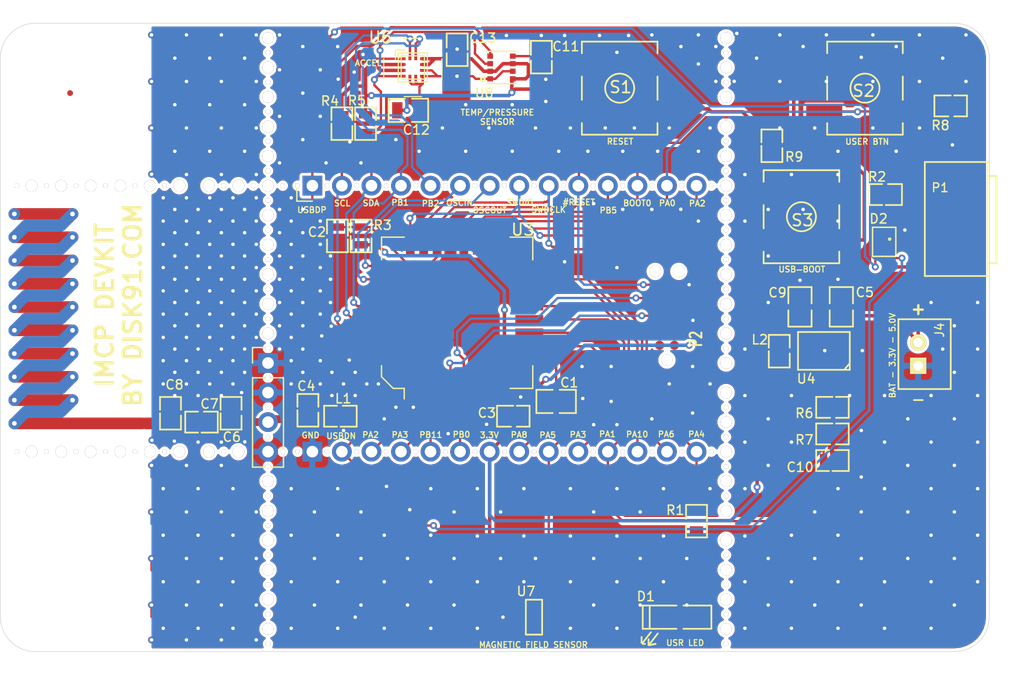
<source format=kicad_pcb>
(kicad_pcb (version 20171130) (host pcbnew "(5.1.5-0-10_14)")
  (layers (0 F.Cu signal) (31 B.Cu signal) (34 B.Paste user) (35 F.Paste user) (36 B.SilkS user) (37 F.SilkS user) (38 B.Mask user) (39 F.Mask user) (44 Edge.Cuts user))
  (net 0 "")
  (net 1 GND)
  (net 2 VCC)
  (net 3 NRESET)
  (net 4 ANT1)
  (net 5 +5V)
  (net 6 /Ant2)
  (net 7 PA1)
  (net 8 "Net-(D1-Pad1)")
  (net 9 USBDN)
  (net 10 USBDP)
  (net 11 DN)
  (net 12 DP)
  (net 13 PA2)
  (net 14 PA0)
  (net 15 BOOT0)
  (net 16 PB5)
  (net 17 SWDCLK)
  (net 18 SWDIO)
  (net 19 OSC_OUT)
  (net 20 OSC_IN)
  (net 21 PB2)
  (net 22 PB1)
  (net 23 SDA)
  (net 24 SCL)
  (net 25 TX)
  (net 26 RX)
  (net 27 PB11)
  (net 28 PB0)
  (net 29 PA8)
  (net 30 PA5)
  (net 31 PA3)
  (net 32 PB10)
  (net 33 PA6)
  (net 34 PA4)
  (net 35 /Ant0)
  (net 36 "Net-(L2-Pad2)")
  (net 37 "Net-(P1-Pad4)")
  (net 38 "Net-(P2-Pad4)")
  (net 39 "Net-(P2-Pad9)")
  (net 40 "Net-(P2-Pad10)")
  (net 41 "Net-(U1-Pad1)")
  (net 42 "Net-(U2-Pad1)")
  (module disk_mod_discret_v3:dsk-conn-1x14_P2.54mm_Vertical (layer F.Cu) (at 83.82 83.82 90)
    (fp_text reference J3 hide)
    (fp_text value Conn_01x14)
    (pad 1 thru_hole rect (at 0 0 90) (size 1.7 1.7) (drill 1) (layers *.Cu *.Mask) (net 1 GND))
    (pad 2 thru_hole oval (at 0 2.54 90) (size 1.7 1.7) (drill 1) (layers *.Cu *.Mask) (net 9 USBDN))
    (pad 3 thru_hole oval (at 0 5.08 90) (size 1.7 1.7) (drill 1) (layers *.Cu *.Mask) (net 25 TX))
    (pad 4 thru_hole oval (at 0 7.62 90) (size 1.7 1.7) (drill 1) (layers *.Cu *.Mask) (net 26 RX))
    (pad 5 thru_hole oval (at 0 10.16 90) (size 1.7 1.7) (drill 1) (layers *.Cu *.Mask) (net 27 PB11))
    (pad 6 thru_hole oval (at 0 12.7 90) (size 1.7 1.7) (drill 1) (layers *.Cu *.Mask) (net 28 PB0))
    (pad 7 thru_hole oval (at 0 15.24 90) (size 1.7 1.7) (drill 1) (layers *.Cu *.Mask) (net 2 VCC))
    (pad 8 thru_hole oval (at 0 17.78 90) (size 1.7 1.7) (drill 1) (layers *.Cu *.Mask) (net 29 PA8))
    (pad 9 thru_hole oval (at 0 20.32 90) (size 1.7 1.7) (drill 1) (layers *.Cu *.Mask) (net 30 PA5))
    (pad 10 thru_hole oval (at 0 22.86 90) (size 1.7 1.7) (drill 1) (layers *.Cu *.Mask) (net 31 PA3))
    (pad 11 thru_hole oval (at 0 25.4 90) (size 1.7 1.7) (drill 1) (layers *.Cu *.Mask) (net 7 PA1))
    (pad 12 thru_hole oval (at 0 27.94 90) (size 1.7 1.7) (drill 1) (layers *.Cu *.Mask) (net 32 PB10))
    (pad 13 thru_hole oval (at 0 30.48 90) (size 1.7 1.7) (drill 1) (layers *.Cu *.Mask) (net 33 PA6))
    (pad 14 thru_hole oval (at 0 33.02 90) (size 1.7 1.7) (drill 1) (layers *.Cu *.Mask) (net 34 PA4))
  )
  (module disk_mod_discret_v3:dsk-conn-1x14_P2.54mm_Vertical (layer F.Cu) (at 83.82 60.96 90)
    (fp_text reference J1 hide)
    (fp_text value Conn_01x14)
    (pad 14 thru_hole oval (at 0 33.02 90) (size 1.7 1.7) (drill 1) (layers *.Cu *.Mask) (net 13 PA2))
    (pad 13 thru_hole oval (at 0 30.48 90) (size 1.7 1.7) (drill 1) (layers *.Cu *.Mask) (net 14 PA0))
    (pad 12 thru_hole oval (at 0 27.94 90) (size 1.7 1.7) (drill 1) (layers *.Cu *.Mask) (net 15 BOOT0))
    (pad 11 thru_hole oval (at 0 25.4 90) (size 1.7 1.7) (drill 1) (layers *.Cu *.Mask) (net 16 PB5))
    (pad 10 thru_hole oval (at 0 22.86 90) (size 1.7 1.7) (drill 1) (layers *.Cu *.Mask) (net 3 NRESET))
    (pad 9 thru_hole oval (at 0 20.32 90) (size 1.7 1.7) (drill 1) (layers *.Cu *.Mask) (net 17 SWDCLK))
    (pad 8 thru_hole oval (at 0 17.78 90) (size 1.7 1.7) (drill 1) (layers *.Cu *.Mask) (net 18 SWDIO))
    (pad 7 thru_hole oval (at 0 15.24 90) (size 1.7 1.7) (drill 1) (layers *.Cu *.Mask) (net 19 OSC_OUT))
    (pad 6 thru_hole oval (at 0 12.7 90) (size 1.7 1.7) (drill 1) (layers *.Cu *.Mask) (net 20 OSC_IN))
    (pad 5 thru_hole oval (at 0 10.16 90) (size 1.7 1.7) (drill 1) (layers *.Cu *.Mask) (net 21 PB2))
    (pad 4 thru_hole oval (at 0 7.62 90) (size 1.7 1.7) (drill 1) (layers *.Cu *.Mask) (net 22 PB1))
    (pad 3 thru_hole oval (at 0 5.08 90) (size 1.7 1.7) (drill 1) (layers *.Cu *.Mask) (net 23 SDA))
    (pad 2 thru_hole oval (at 0 2.54 90) (size 1.7 1.7) (drill 1) (layers *.Cu *.Mask) (net 24 SCL))
    (pad 1 thru_hole rect (at 0 0 90) (size 1.7 1.7) (drill 1) (layers *.Cu *.Mask) (net 10 USBDP))
  )
  (module dsk-modules-v2:dsk-ant-Texas_SWRA416_868MHz_915MHz (layer F.Cu) (at 64.008 72.39 90)
    (fp_text reference U5 hide)
    (fp_text value ANTENNA_SMPL hide)
    (fp_line (start -8 -1.8) (end -7 -0.8) (layer B.Cu) (width 1))
    (fp_line (start -8 -4.8) (end -8 -1.8) (layer B.Cu) (width 1))
    (fp_line (start -9 -5.8) (end -8 -4.8) (layer B.Cu) (width 1))
    (fp_line (start -9 5.2) (end -9 -5.8) (layer F.Cu) (width 1))
    (fp_line (start -7 -5.8) (end -7 -0.8) (layer F.Cu) (width 1))
    (fp_line (start -5 -5.8) (end -5 -0.8) (layer F.Cu) (width 1))
    (fp_line (start -6 -1.8) (end -5 -0.8) (layer B.Cu) (width 1))
    (fp_line (start -7 -5.8) (end -6 -4.8) (layer B.Cu) (width 1))
    (fp_line (start -6 -4.8) (end -6 -1.8) (layer B.Cu) (width 1))
    (fp_line (start -3 -5.8) (end -3 -0.8) (layer F.Cu) (width 1))
    (fp_line (start -4 -1.8) (end -3 -0.8) (layer B.Cu) (width 1))
    (fp_line (start -5 -5.8) (end -4 -4.8) (layer B.Cu) (width 1))
    (fp_line (start -4 -4.8) (end -4 -1.8) (layer B.Cu) (width 1))
    (fp_line (start -1 -5.8) (end -1 -0.8) (layer F.Cu) (width 1))
    (fp_line (start -2 -4.8) (end -2 -1.8) (layer B.Cu) (width 1))
    (fp_line (start -2 -1.8) (end -1 -0.8) (layer B.Cu) (width 1))
    (fp_line (start -3 -5.8) (end -2 -4.8) (layer B.Cu) (width 1))
    (fp_line (start 1 -5.8) (end 1 -0.8) (layer F.Cu) (width 1))
    (fp_line (start 0 -4.8) (end 0 -1.8) (layer B.Cu) (width 1))
    (fp_line (start 0 -1.8) (end 1 -0.8) (layer B.Cu) (width 1))
    (fp_line (start -1 -5.8) (end 0 -4.8) (layer B.Cu) (width 1))
    (fp_line (start 3 -5.8) (end 3 -0.8) (layer F.Cu) (width 1))
    (fp_line (start 2 -4.8) (end 2 -1.8) (layer B.Cu) (width 1))
    (fp_line (start 2 -1.8) (end 3 -0.8) (layer B.Cu) (width 1))
    (fp_line (start 1 -5.8) (end 2 -4.8) (layer B.Cu) (width 1))
    (fp_line (start 5 -5.8) (end 5 -0.8) (layer F.Cu) (width 1))
    (fp_line (start 4 -4.8) (end 4 -1.8) (layer B.Cu) (width 1))
    (fp_line (start 4 -1.8) (end 5 -0.8) (layer B.Cu) (width 1))
    (fp_line (start 3 -5.8) (end 4 -4.8) (layer B.Cu) (width 1))
    (fp_line (start 7 -5.8) (end 7 -0.8) (layer F.Cu) (width 1))
    (fp_line (start 6 -4.8) (end 6 -1.8) (layer B.Cu) (width 1))
    (fp_line (start 6 -1.8) (end 7 -0.8) (layer B.Cu) (width 1))
    (fp_line (start 5 -5.8) (end 6 -4.8) (layer B.Cu) (width 1))
    (fp_line (start 9 -5.8) (end 9 -0.8) (layer F.Cu) (width 1))
    (fp_line (start 8 -4.8) (end 8 -1.8) (layer B.Cu) (width 1))
    (fp_line (start 8 -1.8) (end 9 -0.8) (layer B.Cu) (width 1))
    (fp_line (start 7 -5.8) (end 8 -4.8) (layer B.Cu) (width 1))
    (pad 1 smd rect (at -9 5.9 270) (size 1 1) (layers F.Cu) (net 6 /Ant2))
    (pad "" thru_hole circle (at -9 -5.8 270) (size 1 1) (drill 0.4) (layers *.Cu))
    (pad "" thru_hole circle (at -7 -0.8 270) (size 1 1) (drill 0.4) (layers *.Cu))
    (pad "" thru_hole circle (at -7 -5.8 270) (size 1 1) (drill 0.4) (layers *.Cu))
    (pad "" thru_hole circle (at -5 -5.8 270) (size 1 1) (drill 0.4) (layers *.Cu))
    (pad "" thru_hole circle (at -5 -0.8 270) (size 1 1) (drill 0.4) (layers *.Cu))
    (pad "" thru_hole circle (at -3 -0.8 270) (size 1 1) (drill 0.4) (layers *.Cu))
    (pad "" thru_hole circle (at -3 -5.8 270) (size 1 1) (drill 0.4) (layers *.Cu))
    (pad "" thru_hole circle (at -1 -5.8 270) (size 1 1) (drill 0.4) (layers *.Cu))
    (pad "" thru_hole circle (at -1 -0.8 270) (size 1 1) (drill 0.4) (layers *.Cu))
    (pad "" thru_hole circle (at 1 -0.8 270) (size 1 1) (drill 0.4) (layers *.Cu))
    (pad "" thru_hole circle (at 1 -5.8 270) (size 1 1) (drill 0.4) (layers *.Cu))
    (pad "" thru_hole circle (at 3 -5.8 270) (size 1 1) (drill 0.4) (layers *.Cu))
    (pad "" thru_hole circle (at 3 -0.8 270) (size 1 1) (drill 0.4) (layers *.Cu))
    (pad "" thru_hole circle (at 5 -5.8 270) (size 1 1) (drill 0.4) (layers *.Cu))
    (pad "" thru_hole circle (at 5 -0.8 270) (size 1 1) (drill 0.4) (layers *.Cu))
    (pad "" thru_hole circle (at 7 -0.8 270) (size 1 1) (drill 0.4) (layers *.Cu))
    (pad "" thru_hole circle (at 7 -5.8 270) (size 1 1) (drill 0.4) (layers *.Cu))
    (pad "" thru_hole circle (at 9 -5.8 270) (size 1 1) (drill 0.4) (layers *.Cu))
    (pad "" thru_hole circle (at 9 -0.8 270) (size 1 1) (drill 0.4) (layers *.Cu))
  )
  (module disk_mod_discret_v3:dsk-drill-0.4mm-no-coper (layer F.Cu) (at 76.2 83.82)
    (fp_text reference REF** hide)
    (fp_text value dsk-drill-0.4mm-no-coper hide)
    (pad 1 thru_hole circle (at 0 0) (size 0.4 0.4) (drill 0.4) (layers *.Cu))
  )
  (module disk_mod_discret_v3:dsk-drill-0.4mm-no-coper (layer F.Cu) (at 71.12 83.82)
    (fp_text reference REF** hide)
    (fp_text value dsk-drill-0.4mm-no-coper hide)
    (pad 1 thru_hole circle (at 0 0) (size 0.4 0.4) (drill 0.4) (layers *.Cu))
  )
  (module disk_mod_discret_v3:dsk-drill-0.4mm-no-coper (layer F.Cu) (at 78.74 60.96)
    (fp_text reference REF** hide)
    (fp_text value dsk-drill-0.4mm-no-coper hide)
    (pad 1 thru_hole circle (at 0 0) (size 0.4 0.4) (drill 0.4) (layers *.Cu))
  )
  (module disk_mod_discret_v3:dsk-drill-0.4mm-no-coper (layer F.Cu) (at 76.2 60.96)
    (fp_text reference REF** hide)
    (fp_text value dsk-drill-0.4mm-no-coper hide)
    (pad 1 thru_hole circle (at 0 0) (size 0.4 0.4) (drill 0.4) (layers *.Cu))
  )
  (module disk_mod_discret_v3:dsk-drill-1mm-no-coper (layer F.Cu) (at 77.47 60.96)
    (fp_text reference REF** hide)
    (fp_text value dsk-drill-1mm-no-coper hide)
    (pad 1 thru_hole circle (at 0 0) (size 1 1) (drill 1) (layers *.Cu))
  )
  (module disk_mod_discret_v3:dsk-drill-1mm-no-coper (layer F.Cu) (at 74.93 60.96)
    (fp_text reference REF** hide)
    (fp_text value dsk-drill-1mm-no-coper hide)
    (pad 1 thru_hole circle (at 0 0) (size 1 1) (drill 1) (layers *.Cu))
  )
  (module disk_mod_discret_v3:dsk-drill-1mm-no-coper (layer F.Cu) (at 72.39 60.96)
    (fp_text reference REF** hide)
    (fp_text value dsk-drill-1mm-no-coper hide)
    (pad 1 thru_hole circle (at 0 0) (size 1 1) (drill 1) (layers *.Cu))
  )
  (module disk_mod_discret_v3:dsk-drill-1mm-no-coper (layer F.Cu) (at 77.47 83.82)
    (fp_text reference REF** hide)
    (fp_text value dsk-drill-1mm-no-coper hide)
    (pad 1 thru_hole circle (at 0 0) (size 1 1) (drill 1) (layers *.Cu))
  )
  (module disk_mod_discret_v3:dsk-drill-1mm-no-coper (layer F.Cu) (at 74.93 83.82)
    (fp_text reference REF** hide)
    (fp_text value dsk-drill-1mm-no-coper hide)
    (pad 1 thru_hole circle (at 0 0) (size 1 1) (drill 1) (layers *.Cu))
  )
  (module disk_mod_discret_v3:dsk-drill-1mm-no-coper (layer F.Cu) (at 72.39 83.82)
    (fp_text reference REF** hide)
    (fp_text value dsk-drill-1mm-no-coper hide)
    (pad 1 thru_hole circle (at 0 0) (size 1 1) (drill 1) (layers *.Cu))
  )
  (module disk_mod_discret_v3:dsk-switch-univ (layer F.Cu) (at 125.857 63.627 180)
    (fp_text reference S3 (at -0.0889 -0.3048) (layer F.SilkS))
    (fp_text value Switch_Wurth-434153017835 hide)
    (pad 1 smd rect (at -3.5 -2 180) (size 3.1 1) (layers F.Cu F.Paste F.Mask) (net 2 VCC))
    (pad 3 smd rect (at 3.5 -2 180) (size 3.1 1) (layers F.Cu F.Paste F.Mask) (net 2 VCC))
    (pad 2 smd rect (at -3.5 2 180) (size 3.1 1) (layers F.Cu F.Paste F.Mask) (net 15 BOOT0))
    (pad 4 smd rect (at 3.5 2 180) (size 3.1 1) (layers F.Cu F.Paste F.Mask) (net 15 BOOT0))
  )
  (module disk_mod_discret_v3:dsk-drill-0.4mm-no-coper (layer F.Cu) (at 119.38 100.33)
    (fp_text reference REF** hide)
    (fp_text value dsk-drill-0.4mm-no-coper hide)
    (pad 1 thru_hole circle (at 0 0) (size 0.4 0.4) (drill 0.4) (layers *.Cu))
  )
  (module disk_mod_discret_v3:dsk-drill-0.4mm-no-coper (layer F.Cu) (at 119.38 97.79)
    (fp_text reference REF** hide)
    (fp_text value dsk-drill-0.4mm-no-coper hide)
    (pad 1 thru_hole circle (at 0 0) (size 0.4 0.4) (drill 0.4) (layers *.Cu))
  )
  (module disk_mod_discret_v3:dsk-drill-0.4mm-no-coper (layer F.Cu) (at 119.38 95.25)
    (fp_text reference REF** hide)
    (fp_text value dsk-drill-0.4mm-no-coper hide)
    (pad 1 thru_hole circle (at 0 0) (size 0.4 0.4) (drill 0.4) (layers *.Cu))
  )
  (module disk_mod_discret_v3:dsk-drill-0.4mm-no-coper (layer F.Cu) (at 119.38 92.71)
    (fp_text reference REF** hide)
    (fp_text value dsk-drill-0.4mm-no-coper hide)
    (pad 1 thru_hole circle (at 0 0) (size 0.4 0.4) (drill 0.4) (layers *.Cu))
  )
  (module disk_mod_discret_v3:dsk-drill-0.4mm-no-coper (layer F.Cu) (at 119.38 87.63)
    (fp_text reference REF** hide)
    (fp_text value dsk-drill-0.4mm-no-coper hide)
    (pad 1 thru_hole circle (at 0 0) (size 0.4 0.4) (drill 0.4) (layers *.Cu))
  )
  (module disk_mod_discret_v3:dsk-drill-0.4mm-no-coper (layer F.Cu) (at 119.38 85.09)
    (fp_text reference REF** hide)
    (fp_text value dsk-drill-0.4mm-no-coper hide)
    (pad 1 thru_hole circle (at 0 0) (size 0.4 0.4) (drill 0.4) (layers *.Cu))
  )
  (module disk_mod_discret_v3:dsk-drill-0.4mm-no-coper (layer F.Cu) (at 119.38 82.55)
    (fp_text reference REF** hide)
    (fp_text value dsk-drill-0.4mm-no-coper hide)
    (pad 1 thru_hole circle (at 0 0) (size 0.4 0.4) (drill 0.4) (layers *.Cu))
  )
  (module disk_mod_discret_v3:dsk-drill-0.4mm-no-coper (layer F.Cu) (at 119.38 80.01)
    (fp_text reference REF** hide)
    (fp_text value dsk-drill-0.4mm-no-coper hide)
    (pad 1 thru_hole circle (at 0 0) (size 0.4 0.4) (drill 0.4) (layers *.Cu))
  )
  (module disk_mod_discret_v3:dsk-drill-0.4mm-no-coper (layer F.Cu) (at 119.38 74.93)
    (fp_text reference REF** hide)
    (fp_text value dsk-drill-0.4mm-no-coper hide)
    (pad 1 thru_hole circle (at 0 0) (size 0.4 0.4) (drill 0.4) (layers *.Cu))
  )
  (module disk_mod_discret_v3:dsk-drill-0.4mm-no-coper (layer F.Cu) (at 119.38 72.39)
    (fp_text reference REF** hide)
    (fp_text value dsk-drill-0.4mm-no-coper hide)
    (pad 1 thru_hole circle (at 0 0) (size 0.4 0.4) (drill 0.4) (layers *.Cu))
  )
  (module disk_mod_discret_v3:dsk-drill-0.4mm-no-coper (layer F.Cu) (at 119.38 69.85)
    (fp_text reference REF** hide)
    (fp_text value dsk-drill-0.4mm-no-coper hide)
    (pad 1 thru_hole circle (at 0 0) (size 0.4 0.4) (drill 0.4) (layers *.Cu))
  )
  (module disk_mod_discret_v3:dsk-drill-0.4mm-no-coper (layer F.Cu) (at 119.38 67.31)
    (fp_text reference REF** hide)
    (fp_text value dsk-drill-0.4mm-no-coper hide)
    (pad 1 thru_hole circle (at 0 0) (size 0.4 0.4) (drill 0.4) (layers *.Cu))
  )
  (module disk_mod_discret_v3:dsk-drill-0.4mm-no-coper (layer F.Cu) (at 119.38 64.77)
    (fp_text reference REF** hide)
    (fp_text value dsk-drill-0.4mm-no-coper hide)
    (pad 1 thru_hole circle (at 0 0) (size 0.4 0.4) (drill 0.4) (layers *.Cu))
  )
  (module disk_mod_discret_v3:dsk-drill-0.4mm-no-coper (layer F.Cu) (at 119.38 62.23)
    (fp_text reference REF** hide)
    (fp_text value dsk-drill-0.4mm-no-coper hide)
    (pad 1 thru_hole circle (at 0 0) (size 0.4 0.4) (drill 0.4) (layers *.Cu))
  )
  (module disk_mod_discret_v3:dsk-drill-0.4mm-no-coper (layer F.Cu) (at 119.38 59.69)
    (fp_text reference REF** hide)
    (fp_text value dsk-drill-0.4mm-no-coper hide)
    (pad 1 thru_hole circle (at 0 0) (size 0.4 0.4) (drill 0.4) (layers *.Cu))
  )
  (module disk_mod_discret_v3:dsk-drill-0.4mm-no-coper (layer F.Cu) (at 119.38 57.15)
    (fp_text reference REF** hide)
    (fp_text value dsk-drill-0.4mm-no-coper hide)
    (pad 1 thru_hole circle (at 0 0) (size 0.4 0.4) (drill 0.4) (layers *.Cu))
  )
  (module disk_mod_discret_v3:dsk-drill-0.4mm-no-coper (layer F.Cu) (at 119.38 52.07)
    (fp_text reference REF** hide)
    (fp_text value dsk-drill-0.4mm-no-coper hide)
    (pad 1 thru_hole circle (at 0 0) (size 0.4 0.4) (drill 0.4) (layers *.Cu))
  )
  (module disk_mod_discret_v3:dsk-drill-0.4mm-no-coper (layer F.Cu) (at 119.38 49.53)
    (fp_text reference REF** hide)
    (fp_text value dsk-drill-0.4mm-no-coper hide)
    (pad 1 thru_hole circle (at 0 0) (size 0.4 0.4) (drill 0.4) (layers *.Cu))
  )
  (module disk_mod_discret_v3:dsk-drill-0.4mm-no-coper (layer F.Cu) (at 118.11 60.96)
    (fp_text reference REF** hide)
    (fp_text value dsk-drill-0.4mm-no-coper hide)
    (pad 1 thru_hole circle (at 0 0) (size 0.4 0.4) (drill 0.4) (layers *.Cu))
  )
  (module disk_mod_discret_v3:dsk-drill-0.4mm-no-coper (layer F.Cu) (at 115.57 60.96)
    (fp_text reference REF** hide)
    (fp_text value dsk-drill-0.4mm-no-coper hide)
    (pad 1 thru_hole circle (at 0 0) (size 0.4 0.4) (drill 0.4) (layers *.Cu))
  )
  (module disk_mod_discret_v3:dsk-drill-0.4mm-no-coper (layer F.Cu) (at 113.03 60.96)
    (fp_text reference REF** hide)
    (fp_text value dsk-drill-0.4mm-no-coper hide)
    (pad 1 thru_hole circle (at 0 0) (size 0.4 0.4) (drill 0.4) (layers *.Cu))
  )
  (module disk_mod_discret_v3:dsk-drill-0.4mm-no-coper (layer F.Cu) (at 110.49 60.96)
    (fp_text reference REF** hide)
    (fp_text value dsk-drill-0.4mm-no-coper hide)
    (pad 1 thru_hole circle (at 0 0) (size 0.4 0.4) (drill 0.4) (layers *.Cu))
  )
  (module disk_mod_discret_v3:dsk-drill-0.4mm-no-coper (layer F.Cu) (at 107.95 60.96)
    (fp_text reference REF** hide)
    (fp_text value dsk-drill-0.4mm-no-coper hide)
    (pad 1 thru_hole circle (at 0 0) (size 0.4 0.4) (drill 0.4) (layers *.Cu))
  )
  (module disk_mod_discret_v3:dsk-drill-0.4mm-no-coper (layer F.Cu) (at 105.41 60.96)
    (fp_text reference REF** hide)
    (fp_text value dsk-drill-0.4mm-no-coper hide)
    (pad 1 thru_hole circle (at 0 0) (size 0.4 0.4) (drill 0.4) (layers *.Cu))
  )
  (module disk_mod_discret_v3:dsk-drill-0.4mm-no-coper (layer F.Cu) (at 102.87 60.96)
    (fp_text reference REF** hide)
    (fp_text value dsk-drill-0.4mm-no-coper hide)
    (pad 1 thru_hole circle (at 0 0) (size 0.4 0.4) (drill 0.4) (layers *.Cu))
  )
  (module disk_mod_discret_v3:dsk-drill-0.4mm-no-coper (layer F.Cu) (at 100.33 60.96)
    (fp_text reference REF** hide)
    (fp_text value dsk-drill-0.4mm-no-coper hide)
    (pad 1 thru_hole circle (at 0 0) (size 0.4 0.4) (drill 0.4) (layers *.Cu))
  )
  (module disk_mod_discret_v3:dsk-drill-0.4mm-no-coper (layer F.Cu) (at 97.79 60.96)
    (fp_text reference REF** hide)
    (fp_text value dsk-drill-0.4mm-no-coper hide)
    (pad 1 thru_hole circle (at 0 0) (size 0.4 0.4) (drill 0.4) (layers *.Cu))
  )
  (module disk_mod_discret_v3:dsk-drill-0.4mm-no-coper (layer F.Cu) (at 95.25 60.96)
    (fp_text reference REF** hide)
    (fp_text value dsk-drill-0.4mm-no-coper hide)
    (pad 1 thru_hole circle (at 0 0) (size 0.4 0.4) (drill 0.4) (layers *.Cu))
  )
  (module disk_mod_discret_v3:dsk-drill-0.4mm-no-coper (layer F.Cu) (at 92.71 60.96)
    (fp_text reference REF** hide)
    (fp_text value dsk-drill-0.4mm-no-coper hide)
    (pad 1 thru_hole circle (at 0 0) (size 0.4 0.4) (drill 0.4) (layers *.Cu))
  )
  (module disk_mod_discret_v3:dsk-drill-0.4mm-no-coper (layer F.Cu) (at 90.17 60.96)
    (fp_text reference REF** hide)
    (fp_text value dsk-drill-0.4mm-no-coper hide)
    (pad 1 thru_hole circle (at 0 0) (size 0.4 0.4) (drill 0.4) (layers *.Cu))
  )
  (module disk_mod_discret_v3:dsk-drill-0.4mm-no-coper (layer F.Cu) (at 87.63 60.96)
    (fp_text reference REF** hide)
    (fp_text value dsk-drill-0.4mm-no-coper hide)
    (pad 1 thru_hole circle (at 0 0) (size 0.4 0.4) (drill 0.4) (layers *.Cu))
  )
  (module disk_mod_discret_v3:dsk-drill-0.4mm-no-coper (layer F.Cu) (at 85.09 60.96)
    (fp_text reference REF** hide)
    (fp_text value dsk-drill-0.4mm-no-coper hide)
    (pad 1 thru_hole circle (at 0 0) (size 0.4 0.4) (drill 0.4) (layers *.Cu))
  )
  (module disk_mod_discret_v3:dsk-drill-0.4mm-no-coper (layer F.Cu) (at 82.55 60.96)
    (fp_text reference REF** hide)
    (fp_text value dsk-drill-0.4mm-no-coper hide)
    (pad 1 thru_hole circle (at 0 0) (size 0.4 0.4) (drill 0.4) (layers *.Cu))
  )
  (module disk_mod_discret_v3:dsk-drill-0.4mm-no-coper (layer F.Cu) (at 81.28 60.96)
    (fp_text reference REF** hide)
    (fp_text value dsk-drill-0.4mm-no-coper hide)
    (pad 1 thru_hole circle (at 0 0) (size 0.4 0.4) (drill 0.4) (layers *.Cu))
  )
  (module disk_mod_discret_v3:dsk-drill-0.4mm-no-coper (layer F.Cu) (at 118.11 83.82)
    (fp_text reference REF** hide)
    (fp_text value dsk-drill-0.4mm-no-coper hide)
    (pad 1 thru_hole circle (at 0 0) (size 0.4 0.4) (drill 0.4) (layers *.Cu))
  )
  (module disk_mod_discret_v3:dsk-drill-0.4mm-no-coper (layer F.Cu) (at 115.57 83.82)
    (fp_text reference REF** hide)
    (fp_text value dsk-drill-0.4mm-no-coper hide)
    (pad 1 thru_hole circle (at 0 0) (size 0.4 0.4) (drill 0.4) (layers *.Cu))
  )
  (module disk_mod_discret_v3:dsk-drill-0.4mm-no-coper (layer F.Cu) (at 113.03 83.82)
    (fp_text reference REF** hide)
    (fp_text value dsk-drill-0.4mm-no-coper hide)
    (pad 1 thru_hole circle (at 0 0) (size 0.4 0.4) (drill 0.4) (layers *.Cu))
  )
  (module disk_mod_discret_v3:dsk-drill-0.4mm-no-coper (layer F.Cu) (at 110.49 83.82)
    (fp_text reference REF** hide)
    (fp_text value dsk-drill-0.4mm-no-coper hide)
    (pad 1 thru_hole circle (at 0 0) (size 0.4 0.4) (drill 0.4) (layers *.Cu))
  )
  (module disk_mod_discret_v3:dsk-drill-0.4mm-no-coper (layer F.Cu) (at 107.95 83.82)
    (fp_text reference REF** hide)
    (fp_text value dsk-drill-0.4mm-no-coper hide)
    (pad 1 thru_hole circle (at 0 0) (size 0.4 0.4) (drill 0.4) (layers *.Cu))
  )
  (module disk_mod_discret_v3:dsk-drill-0.4mm-no-coper (layer F.Cu) (at 105.41 83.82)
    (fp_text reference REF** hide)
    (fp_text value dsk-drill-0.4mm-no-coper hide)
    (pad 1 thru_hole circle (at 0 0) (size 0.4 0.4) (drill 0.4) (layers *.Cu))
  )
  (module disk_mod_discret_v3:dsk-drill-0.4mm-no-coper (layer F.Cu) (at 102.87 83.82)
    (fp_text reference REF** hide)
    (fp_text value dsk-drill-0.4mm-no-coper hide)
    (pad 1 thru_hole circle (at 0 0) (size 0.4 0.4) (drill 0.4) (layers *.Cu))
  )
  (module disk_mod_discret_v3:dsk-drill-0.4mm-no-coper (layer F.Cu) (at 100.33 83.82)
    (fp_text reference REF** hide)
    (fp_text value dsk-drill-0.4mm-no-coper hide)
    (pad 1 thru_hole circle (at 0 0) (size 0.4 0.4) (drill 0.4) (layers *.Cu))
  )
  (module disk_mod_discret_v3:dsk-drill-0.4mm-no-coper (layer F.Cu) (at 97.79 83.82)
    (fp_text reference REF** hide)
    (fp_text value dsk-drill-0.4mm-no-coper hide)
    (pad 1 thru_hole circle (at 0 0) (size 0.4 0.4) (drill 0.4) (layers *.Cu))
  )
  (module disk_mod_discret_v3:dsk-drill-0.4mm-no-coper (layer F.Cu) (at 95.25 83.82)
    (fp_text reference REF** hide)
    (fp_text value dsk-drill-0.4mm-no-coper hide)
    (pad 1 thru_hole circle (at 0 0) (size 0.4 0.4) (drill 0.4) (layers *.Cu))
  )
  (module disk_mod_discret_v3:dsk-drill-0.4mm-no-coper (layer F.Cu) (at 92.71 83.82)
    (fp_text reference REF** hide)
    (fp_text value dsk-drill-0.4mm-no-coper hide)
    (pad 1 thru_hole circle (at 0 0) (size 0.4 0.4) (drill 0.4) (layers *.Cu))
  )
  (module disk_mod_discret_v3:dsk-drill-0.4mm-no-coper (layer F.Cu) (at 90.17 83.82)
    (fp_text reference REF** hide)
    (fp_text value dsk-drill-0.4mm-no-coper hide)
    (pad 1 thru_hole circle (at 0 0) (size 0.4 0.4) (drill 0.4) (layers *.Cu))
  )
  (module disk_mod_discret_v3:dsk-drill-0.4mm-no-coper (layer F.Cu) (at 85.09 83.82)
    (fp_text reference REF** hide)
    (fp_text value dsk-drill-0.4mm-no-coper hide)
    (pad 1 thru_hole circle (at 0 0) (size 0.4 0.4) (drill 0.4) (layers *.Cu))
  )
  (module disk_mod_discret_v3:dsk-drill-0.4mm-no-coper (layer F.Cu) (at 87.63 83.82)
    (fp_text reference REF** hide)
    (fp_text value dsk-drill-0.4mm-no-coper hide)
    (pad 1 thru_hole circle (at 0 0) (size 0.4 0.4) (drill 0.4) (layers *.Cu))
  )
  (module disk_mod_discret_v3:dsk-drill-0.4mm-no-coper (layer F.Cu) (at 82.55 83.82)
    (fp_text reference REF** hide)
    (fp_text value dsk-drill-0.4mm-no-coper hide)
    (pad 1 thru_hole circle (at 0 0) (size 0.4 0.4) (drill 0.4) (layers *.Cu))
  )
  (module disk_mod_discret_v3:dsk-drill-0.4mm-no-coper (layer F.Cu) (at 81.28 83.82)
    (fp_text reference REF** hide)
    (fp_text value dsk-drill-0.4mm-no-coper hide)
    (pad 1 thru_hole circle (at 0 0) (size 0.4 0.4) (drill 0.4) (layers *.Cu))
  )
  (module disk_mod_discret_v3:dsk-drill-0.4mm-no-coper (layer F.Cu) (at 80.01 49.53)
    (fp_text reference REF** hide)
    (fp_text value dsk-drill-0.4mm-no-coper hide)
    (pad 1 thru_hole circle (at 0 0) (size 0.4 0.4) (drill 0.4) (layers *.Cu))
  )
  (module disk_mod_discret_v3:dsk-drill-0.4mm-no-coper (layer F.Cu) (at 80.01 52.07)
    (fp_text reference REF** hide)
    (fp_text value dsk-drill-0.4mm-no-coper hide)
    (pad 1 thru_hole circle (at 0 0) (size 0.4 0.4) (drill 0.4) (layers *.Cu))
  )
  (module disk_mod_discret_v3:dsk-drill-0.4mm-no-coper (layer F.Cu) (at 80.01 54.61)
    (fp_text reference REF** hide)
    (fp_text value dsk-drill-0.4mm-no-coper hide)
    (pad 1 thru_hole circle (at 0 0) (size 0.4 0.4) (drill 0.4) (layers *.Cu))
  )
  (module disk_mod_discret_v3:dsk-drill-0.4mm-no-coper (layer F.Cu) (at 58.42 60.96)
    (fp_text reference REF** hide)
    (fp_text value dsk-drill-0.4mm-no-coper hide)
    (pad 1 thru_hole circle (at 0 0) (size 0.4 0.4) (drill 0.4) (layers *.Cu))
  )
  (module disk_mod_discret_v3:dsk-drill-0.4mm-no-coper (layer F.Cu) (at 60.96 60.96)
    (fp_text reference REF** hide)
    (fp_text value dsk-drill-0.4mm-no-coper hide)
    (pad 1 thru_hole circle (at 0 0) (size 0.4 0.4) (drill 0.4) (layers *.Cu))
  )
  (module disk_mod_discret_v3:dsk-drill-0.4mm-no-coper (layer F.Cu) (at 63.5 60.96)
    (fp_text reference REF** hide)
    (fp_text value dsk-drill-0.4mm-no-coper hide)
    (pad 1 thru_hole circle (at 0 0) (size 0.4 0.4) (drill 0.4) (layers *.Cu))
  )
  (module disk_mod_discret_v3:dsk-drill-0.4mm-no-coper (layer F.Cu) (at 66.04 60.96)
    (fp_text reference REF** hide)
    (fp_text value dsk-drill-0.4mm-no-coper hide)
    (pad 1 thru_hole circle (at 0 0) (size 0.4 0.4) (drill 0.4) (layers *.Cu))
  )
  (module disk_mod_discret_v3:dsk-drill-0.4mm-no-coper (layer F.Cu) (at 68.58 60.96)
    (fp_text reference REF** hide)
    (fp_text value dsk-drill-0.4mm-no-coper hide)
    (pad 1 thru_hole circle (at 0 0) (size 0.4 0.4) (drill 0.4) (layers *.Cu))
  )
  (module disk_mod_discret_v3:dsk-drill-0.4mm-no-coper (layer F.Cu) (at 71.12 60.96)
    (fp_text reference REF** hide)
    (fp_text value dsk-drill-0.4mm-no-coper hide)
    (pad 1 thru_hole circle (at 0 0) (size 0.4 0.4) (drill 0.4) (layers *.Cu))
  )
  (module disk_mod_discret_v3:dsk-drill-0.4mm-no-coper (layer F.Cu) (at 80.01 57.15)
    (fp_text reference REF** hide)
    (fp_text value dsk-drill-0.4mm-no-coper hide)
    (pad 1 thru_hole circle (at 0 0) (size 0.4 0.4) (drill 0.4) (layers *.Cu))
  )
  (module disk_mod_discret_v3:dsk-drill-0.4mm-no-coper (layer F.Cu) (at 80.01 59.69)
    (fp_text reference REF** hide)
    (fp_text value dsk-drill-0.4mm-no-coper hide)
    (pad 1 thru_hole circle (at 0 0) (size 0.4 0.4) (drill 0.4) (layers *.Cu))
  )
  (module disk_mod_discret_v3:dsk-drill-0.4mm-no-coper (layer F.Cu) (at 80.01 62.23)
    (fp_text reference REF** hide)
    (fp_text value dsk-drill-0.4mm-no-coper hide)
    (pad 1 thru_hole circle (at 0 0) (size 0.4 0.4) (drill 0.4) (layers *.Cu))
  )
  (module disk_mod_discret_v3:dsk-drill-0.4mm-no-coper (layer F.Cu) (at 80.01 64.77)
    (fp_text reference REF** hide)
    (fp_text value dsk-drill-0.4mm-no-coper hide)
    (pad 1 thru_hole circle (at 0 0) (size 0.4 0.4) (drill 0.4) (layers *.Cu))
  )
  (module disk_mod_discret_v3:dsk-drill-0.4mm-no-coper (layer F.Cu) (at 80.01 67.31)
    (fp_text reference REF** hide)
    (fp_text value dsk-drill-0.4mm-no-coper hide)
    (pad 1 thru_hole circle (at 0 0) (size 0.4 0.4) (drill 0.4) (layers *.Cu))
  )
  (module disk_mod_discret_v3:dsk-drill-0.4mm-no-coper (layer F.Cu) (at 80.01 69.85)
    (fp_text reference REF** hide)
    (fp_text value dsk-drill-0.4mm-no-coper hide)
    (pad 1 thru_hole circle (at 0 0) (size 0.4 0.4) (drill 0.4) (layers *.Cu))
  )
  (module disk_mod_discret_v3:dsk-drill-0.4mm-no-coper (layer F.Cu) (at 80.01 72.39)
    (fp_text reference REF** hide)
    (fp_text value dsk-drill-0.4mm-no-coper hide)
    (pad 1 thru_hole circle (at 0 0) (size 0.4 0.4) (drill 0.4) (layers *.Cu))
  )
  (module disk_mod_discret_v3:dsk-drill-0.4mm-no-coper (layer F.Cu) (at 80.01 74.93)
    (fp_text reference REF** hide)
    (fp_text value dsk-drill-0.4mm-no-coper hide)
    (pad 1 thru_hole circle (at 0 0) (size 0.4 0.4) (drill 0.4) (layers *.Cu))
  )
  (module disk_mod_discret_v3:dsk-drill-0.4mm-no-coper (layer F.Cu) (at 80.01 100.33)
    (fp_text reference REF** hide)
    (fp_text value dsk-drill-0.4mm-no-coper hide)
    (pad 1 thru_hole circle (at 0 0) (size 0.4 0.4) (drill 0.4) (layers *.Cu))
  )
  (module disk_mod_discret_v3:dsk-drill-0.4mm-no-coper (layer F.Cu) (at 80.01 97.79)
    (fp_text reference REF** hide)
    (fp_text value dsk-drill-0.4mm-no-coper hide)
    (pad 1 thru_hole circle (at 0 0) (size 0.4 0.4) (drill 0.4) (layers *.Cu))
  )
  (module disk_mod_discret_v3:dsk-drill-0.4mm-no-coper (layer F.Cu) (at 80.01 95.25)
    (fp_text reference REF** hide)
    (fp_text value dsk-drill-0.4mm-no-coper hide)
    (pad 1 thru_hole circle (at 0 0) (size 0.4 0.4) (drill 0.4) (layers *.Cu))
  )
  (module disk_mod_discret_v3:dsk-drill-0.4mm-no-coper (layer F.Cu) (at 80.01 92.71)
    (fp_text reference REF** hide)
    (fp_text value dsk-drill-0.4mm-no-coper hide)
    (pad 1 thru_hole circle (at 0 0) (size 0.4 0.4) (drill 0.4) (layers *.Cu))
  )
  (module disk_mod_discret_v3:dsk-drill-0.4mm-no-coper (layer F.Cu) (at 80.01 90.17)
    (fp_text reference REF** hide)
    (fp_text value dsk-drill-0.4mm-no-coper hide)
    (pad 1 thru_hole circle (at 0 0) (size 0.4 0.4) (drill 0.4) (layers *.Cu))
  )
  (module disk_mod_discret_v3:dsk-drill-0.4mm-no-coper (layer F.Cu) (at 80.01 87.63)
    (fp_text reference REF** hide)
    (fp_text value dsk-drill-0.4mm-no-coper hide)
    (pad 1 thru_hole circle (at 0 0) (size 0.4 0.4) (drill 0.4) (layers *.Cu))
  )
  (module disk_mod_discret_v3:dsk-drill-0.4mm-no-coper (layer F.Cu) (at 80.01 85.09)
    (fp_text reference REF** hide)
    (fp_text value dsk-drill-0.4mm-no-coper hide)
    (pad 1 thru_hole circle (at 0 0) (size 0.4 0.4) (drill 0.4) (layers *.Cu))
  )
  (module disk_mod_discret_v3:dsk-drill-0.4mm-no-coper (layer F.Cu) (at 80.01 77.47)
    (fp_text reference REF** hide)
    (fp_text value dsk-drill-0.4mm-no-coper hide)
    (pad 1 thru_hole circle (at 0 0) (size 0.4 0.4) (drill 0.4) (layers *.Cu))
  )
  (module disk_mod_discret_v3:dsk-drill-0.4mm-no-coper (layer F.Cu) (at 80.01 80.01)
    (fp_text reference REF** hide)
    (fp_text value dsk-drill-0.4mm-no-coper hide)
    (pad 1 thru_hole circle (at 0 0) (size 0.4 0.4) (drill 0.4) (layers *.Cu))
  )
  (module disk_mod_discret_v3:dsk-drill-0.4mm-no-coper (layer F.Cu) (at 80.01 82.55)
    (fp_text reference REF** hide)
    (fp_text value dsk-drill-0.4mm-no-coper hide)
    (pad 1 thru_hole circle (at 0 0) (size 0.4 0.4) (drill 0.4) (layers *.Cu))
  )
  (module disk_mod_discret_v3:dsk-drill-0.4mm-no-coper (layer F.Cu) (at 68.58 83.82)
    (fp_text reference REF** hide)
    (fp_text value dsk-drill-0.4mm-no-coper hide)
    (pad 1 thru_hole circle (at 0 0) (size 0.4 0.4) (drill 0.4) (layers *.Cu))
  )
  (module disk_mod_discret_v3:dsk-drill-0.4mm-no-coper (layer F.Cu) (at 66.04 83.82)
    (fp_text reference REF** hide)
    (fp_text value dsk-drill-0.4mm-no-coper hide)
    (pad 1 thru_hole circle (at 0 0) (size 0.4 0.4) (drill 0.4) (layers *.Cu))
  )
  (module disk_mod_discret_v3:dsk-drill-0.4mm-no-coper (layer F.Cu) (at 63.5 83.82)
    (fp_text reference REF** hide)
    (fp_text value dsk-drill-0.4mm-no-coper hide)
    (pad 1 thru_hole circle (at 0 0) (size 0.4 0.4) (drill 0.4) (layers *.Cu))
  )
  (module disk_mod_discret_v3:dsk-drill-0.4mm-no-coper (layer F.Cu) (at 60.96 83.82)
    (fp_text reference REF** hide)
    (fp_text value dsk-drill-0.4mm-no-coper hide)
    (pad 1 thru_hole circle (at 0 0) (size 0.4 0.4) (drill 0.4) (layers *.Cu))
  )
  (module disk_mod_discret_v3:dsk-drill-0.4mm-no-coper (layer F.Cu) (at 58.42 83.82)
    (fp_text reference REF** hide)
    (fp_text value dsk-drill-0.4mm-no-coper hide)
    (pad 1 thru_hole circle (at 0 0) (size 0.4 0.4) (drill 0.4) (layers *.Cu))
  )
  (module disk_mod_discret_v3:dsk-drill-1mm-no-coper (layer F.Cu) (at 119.38 48.26)
    (fp_text reference REF** hide)
    (fp_text value dsk-drill-1mm-no-coper hide)
    (pad 1 thru_hole circle (at 0 0) (size 1 1) (drill 1) (layers *.Cu))
  )
  (module disk_mod_discret_v3:dsk-drill-1mm-no-coper (layer F.Cu) (at 119.38 50.8)
    (fp_text reference REF** hide)
    (fp_text value dsk-drill-1mm-no-coper hide)
    (pad 1 thru_hole circle (at 0 0) (size 1 1) (drill 1) (layers *.Cu))
  )
  (module disk_mod_discret_v3:dsk-drill-1mm-no-coper (layer F.Cu) (at 119.38 53.34)
    (fp_text reference REF** hide)
    (fp_text value dsk-drill-1mm-no-coper hide)
    (pad 1 thru_hole circle (at 0 0) (size 1 1) (drill 1) (layers *.Cu))
  )
  (module disk_mod_discret_v3:dsk-drill-1mm-no-coper (layer F.Cu) (at 119.38 55.88)
    (fp_text reference REF** hide)
    (fp_text value dsk-drill-1mm-no-coper hide)
    (pad 1 thru_hole circle (at 0 0) (size 1 1) (drill 1) (layers *.Cu))
  )
  (module disk_mod_discret_v3:dsk-drill-1mm-no-coper (layer F.Cu) (at 119.38 58.42)
    (fp_text reference REF** hide)
    (fp_text value dsk-drill-1mm-no-coper hide)
    (pad 1 thru_hole circle (at 0 0) (size 1 1) (drill 1) (layers *.Cu))
  )
  (module disk_mod_discret_v3:dsk-drill-1mm-no-coper (layer F.Cu) (at 119.38 60.96)
    (fp_text reference REF** hide)
    (fp_text value dsk-drill-1mm-no-coper hide)
    (pad 1 thru_hole circle (at 0 0) (size 1 1) (drill 1) (layers *.Cu))
  )
  (module disk_mod_discret_v3:dsk-drill-1mm-no-coper (layer F.Cu) (at 119.38 63.5)
    (fp_text reference REF** hide)
    (fp_text value dsk-drill-1mm-no-coper hide)
    (pad 1 thru_hole circle (at 0 0) (size 1 1) (drill 1) (layers *.Cu))
  )
  (module disk_mod_discret_v3:dsk-drill-1mm-no-coper (layer F.Cu) (at 119.38 66.04)
    (fp_text reference REF** hide)
    (fp_text value dsk-drill-1mm-no-coper hide)
    (pad 1 thru_hole circle (at 0 0) (size 1 1) (drill 1) (layers *.Cu))
  )
  (module disk_mod_discret_v3:dsk-drill-1mm-no-coper (layer F.Cu) (at 119.38 68.58)
    (fp_text reference REF** hide)
    (fp_text value dsk-drill-1mm-no-coper hide)
    (pad 1 thru_hole circle (at 0 0) (size 1 1) (drill 1) (layers *.Cu))
  )
  (module disk_mod_discret_v3:dsk-drill-1mm-no-coper (layer F.Cu) (at 119.38 71.12)
    (fp_text reference REF** hide)
    (fp_text value dsk-drill-1mm-no-coper hide)
    (pad 1 thru_hole circle (at 0 0) (size 1 1) (drill 1) (layers *.Cu))
  )
  (module disk_mod_discret_v3:dsk-drill-1mm-no-coper (layer F.Cu) (at 119.38 73.66)
    (fp_text reference REF** hide)
    (fp_text value dsk-drill-1mm-no-coper hide)
    (pad 1 thru_hole circle (at 0 0) (size 1 1) (drill 1) (layers *.Cu))
  )
  (module disk_mod_discret_v3:dsk-drill-1mm-no-coper (layer F.Cu) (at 119.38 76.2)
    (fp_text reference REF** hide)
    (fp_text value dsk-drill-1mm-no-coper hide)
    (pad 1 thru_hole circle (at 0 0) (size 1 1) (drill 1) (layers *.Cu))
  )
  (module disk_mod_discret_v3:dsk-drill-1mm-no-coper (layer F.Cu) (at 119.38 78.74)
    (fp_text reference REF** hide)
    (fp_text value dsk-drill-1mm-no-coper hide)
    (pad 1 thru_hole circle (at 0 0) (size 1 1) (drill 1) (layers *.Cu))
  )
  (module disk_mod_discret_v3:dsk-drill-1mm-no-coper (layer F.Cu) (at 119.38 81.28)
    (fp_text reference REF** hide)
    (fp_text value dsk-drill-1mm-no-coper hide)
    (pad 1 thru_hole circle (at 0 0) (size 1 1) (drill 1) (layers *.Cu))
  )
  (module disk_mod_discret_v3:dsk-drill-1mm-no-coper (layer F.Cu) (at 119.38 99.06)
    (fp_text reference REF** hide)
    (fp_text value dsk-drill-1mm-no-coper hide)
    (pad 1 thru_hole circle (at 0 0) (size 1 1) (drill 1) (layers *.Cu))
  )
  (module disk_mod_discret_v3:dsk-drill-1mm-no-coper (layer F.Cu) (at 119.38 96.52)
    (fp_text reference REF** hide)
    (fp_text value dsk-drill-1mm-no-coper hide)
    (pad 1 thru_hole circle (at 0 0) (size 1 1) (drill 1) (layers *.Cu))
  )
  (module disk_mod_discret_v3:dsk-drill-1mm-no-coper (layer F.Cu) (at 119.38 93.98)
    (fp_text reference REF** hide)
    (fp_text value dsk-drill-1mm-no-coper hide)
    (pad 1 thru_hole circle (at 0 0) (size 1 1) (drill 1) (layers *.Cu))
  )
  (module disk_mod_discret_v3:dsk-drill-1mm-no-coper (layer F.Cu) (at 119.38 91.44)
    (fp_text reference REF** hide)
    (fp_text value dsk-drill-1mm-no-coper hide)
    (pad 1 thru_hole circle (at 0 0) (size 1 1) (drill 1) (layers *.Cu))
  )
  (module disk_mod_discret_v3:dsk-drill-1mm-no-coper (layer F.Cu) (at 119.38 88.9)
    (fp_text reference REF** hide)
    (fp_text value dsk-drill-1mm-no-coper hide)
    (pad 1 thru_hole circle (at 0 0) (size 1 1) (drill 1) (layers *.Cu))
  )
  (module disk_mod_discret_v3:dsk-drill-1mm-no-coper (layer F.Cu) (at 119.38 86.36)
    (fp_text reference REF** hide)
    (fp_text value dsk-drill-1mm-no-coper hide)
    (pad 1 thru_hole circle (at 0 0) (size 1 1) (drill 1) (layers *.Cu))
  )
  (module disk_mod_discret_v3:dsk-drill-1mm-no-coper (layer F.Cu) (at 119.38 83.82)
    (fp_text reference REF** hide)
    (fp_text value dsk-drill-1mm-no-coper hide)
    (pad 1 thru_hole circle (at 0 0) (size 1 1) (drill 1) (layers *.Cu))
  )
  (module disk_mod_discret_v3:dsk-drill-1mm-no-coper (layer F.Cu) (at 59.69 83.82)
    (fp_text reference REF** hide)
    (fp_text value dsk-drill-1mm-no-coper hide)
    (pad 1 thru_hole circle (at 0 0) (size 1 1) (drill 1) (layers *.Cu))
  )
  (module disk_mod_discret_v3:dsk-drill-1mm-no-coper (layer F.Cu) (at 62.23 83.82)
    (fp_text reference REF** hide)
    (fp_text value dsk-drill-1mm-no-coper hide)
    (pad 1 thru_hole circle (at 0 0) (size 1 1) (drill 1) (layers *.Cu))
  )
  (module disk_mod_discret_v3:dsk-drill-1mm-no-coper (layer F.Cu) (at 64.77 83.82)
    (fp_text reference REF** hide)
    (fp_text value dsk-drill-1mm-no-coper hide)
    (pad 1 thru_hole circle (at 0 0) (size 1 1) (drill 1) (layers *.Cu))
  )
  (module disk_mod_discret_v3:dsk-drill-1mm-no-coper (layer F.Cu) (at 67.31 83.82)
    (fp_text reference REF** hide)
    (fp_text value dsk-drill-1mm-no-coper hide)
    (pad 1 thru_hole circle (at 0 0) (size 1 1) (drill 1) (layers *.Cu))
  )
  (module disk_mod_discret_v3:dsk-drill-1mm-no-coper (layer F.Cu) (at 69.85 83.82)
    (fp_text reference REF** hide)
    (fp_text value dsk-drill-1mm-no-coper hide)
    (pad 1 thru_hole circle (at 0 0) (size 1 1) (drill 1) (layers *.Cu))
  )
  (module disk_mod_discret_v3:dsk-drill-1mm-no-coper (layer F.Cu) (at 59.69 60.96)
    (fp_text reference REF** hide)
    (fp_text value dsk-drill-1mm-no-coper hide)
    (pad 1 thru_hole circle (at 0 0) (size 1 1) (drill 1) (layers *.Cu))
  )
  (module disk_mod_discret_v3:dsk-drill-1mm-no-coper (layer F.Cu) (at 62.23 60.96)
    (fp_text reference REF** hide)
    (fp_text value dsk-drill-1mm-no-coper hide)
    (pad 1 thru_hole circle (at 0 0) (size 1 1) (drill 1) (layers *.Cu))
  )
  (module disk_mod_discret_v3:dsk-drill-1mm-no-coper (layer F.Cu) (at 64.77 60.96)
    (fp_text reference REF** hide)
    (fp_text value dsk-drill-1mm-no-coper hide)
    (pad 1 thru_hole circle (at 0 0) (size 1 1) (drill 1) (layers *.Cu))
  )
  (module disk_mod_discret_v3:dsk-drill-1mm-no-coper (layer F.Cu) (at 67.31 60.96)
    (fp_text reference REF** hide)
    (fp_text value dsk-drill-1mm-no-coper hide)
    (pad 1 thru_hole circle (at 0 0) (size 1 1) (drill 1) (layers *.Cu))
  )
  (module disk_mod_discret_v3:dsk-drill-1mm-no-coper (layer F.Cu) (at 69.85 60.96)
    (fp_text reference REF** hide)
    (fp_text value dsk-drill-1mm-no-coper hide)
    (pad 1 thru_hole circle (at 0 0) (size 1 1) (drill 1) (layers *.Cu))
  )
  (module disk_mod_discret_v3:dsk-drill-1mm-no-coper (layer F.Cu) (at 80.01 99.06)
    (fp_text reference REF** hide)
    (fp_text value dsk-drill-1mm-no-coper hide)
    (pad 1 thru_hole circle (at 0 0) (size 1 1) (drill 1) (layers *.Cu))
  )
  (module disk_mod_discret_v3:dsk-drill-1mm-no-coper (layer F.Cu) (at 80.01 96.52)
    (fp_text reference REF** hide)
    (fp_text value dsk-drill-1mm-no-coper hide)
    (pad 1 thru_hole circle (at 0 0) (size 1 1) (drill 1) (layers *.Cu))
  )
  (module disk_mod_discret_v3:dsk-drill-1mm-no-coper (layer F.Cu) (at 80.01 93.98)
    (fp_text reference REF** hide)
    (fp_text value dsk-drill-1mm-no-coper hide)
    (pad 1 thru_hole circle (at 0 0) (size 1 1) (drill 1) (layers *.Cu))
  )
  (module disk_mod_discret_v3:dsk-drill-1mm-no-coper (layer F.Cu) (at 80.01 91.44)
    (fp_text reference REF** hide)
    (fp_text value dsk-drill-1mm-no-coper hide)
    (pad 1 thru_hole circle (at 0 0) (size 1 1) (drill 1) (layers *.Cu))
  )
  (module disk_mod_discret_v3:dsk-drill-1mm-no-coper (layer F.Cu) (at 80.01 88.9)
    (fp_text reference REF** hide)
    (fp_text value dsk-drill-1mm-no-coper hide)
    (pad 1 thru_hole circle (at 0 0) (size 1 1) (drill 1) (layers *.Cu))
  )
  (module disk_mod_discret_v3:dsk-drill-1mm-no-coper (layer F.Cu) (at 80.01 86.36)
    (fp_text reference REF** hide)
    (fp_text value dsk-drill-1mm-no-coper hide)
    (pad 1 thru_hole circle (at 0 0) (size 1 1) (drill 1) (layers *.Cu))
  )
  (module disk_mod_discret_v3:dsk-drill-1mm-no-coper (layer F.Cu) (at 80.01 48.26)
    (fp_text reference REF** hide)
    (fp_text value dsk-drill-1mm-no-coper hide)
    (pad 1 thru_hole circle (at 0 0) (size 1 1) (drill 1) (layers *.Cu))
  )
  (module disk_mod_discret_v3:dsk-drill-1mm-no-coper (layer F.Cu) (at 80.01 50.8)
    (fp_text reference REF** hide)
    (fp_text value dsk-drill-1mm-no-coper hide)
    (pad 1 thru_hole circle (at 0 0) (size 1 1) (drill 1) (layers *.Cu))
  )
  (module disk_mod_discret_v3:dsk-drill-1mm-no-coper (layer F.Cu) (at 80.01 53.34)
    (fp_text reference REF** hide)
    (fp_text value dsk-drill-1mm-no-coper hide)
    (pad 1 thru_hole circle (at 0 0) (size 1 1) (drill 1) (layers *.Cu))
  )
  (module disk_mod_discret_v3:dsk-drill-1mm-no-coper (layer F.Cu) (at 80.01 55.88)
    (fp_text reference REF** hide)
    (fp_text value dsk-drill-1mm-no-coper hide)
    (pad 1 thru_hole circle (at 0 0) (size 1 1) (drill 1) (layers *.Cu))
  )
  (module disk_mod_discret_v3:dsk-drill-1mm-no-coper (layer F.Cu) (at 80.01 58.42)
    (fp_text reference REF** hide)
    (fp_text value dsk-drill-1mm-no-coper hide)
    (pad 1 thru_hole circle (at 0 0) (size 1 1) (drill 1) (layers *.Cu))
  )
  (module disk_mod_discret_v3:dsk-drill-1mm-no-coper (layer F.Cu) (at 80.01 60.96)
    (fp_text reference REF** hide)
    (fp_text value dsk-drill-1mm-no-coper hide)
    (pad 1 thru_hole circle (at 0 0) (size 1 1) (drill 1) (layers *.Cu))
  )
  (module disk_mod_discret_v3:dsk-drill-1mm-no-coper (layer F.Cu) (at 80.01 63.5)
    (fp_text reference REF** hide)
    (fp_text value dsk-drill-1mm-no-coper hide)
    (pad 1 thru_hole circle (at 0 0) (size 1 1) (drill 1) (layers *.Cu))
  )
  (module disk_mod_discret_v3:dsk-drill-1mm-no-coper (layer F.Cu) (at 80.01 66.04)
    (fp_text reference REF** hide)
    (fp_text value dsk-drill-1mm-no-coper hide)
    (pad 1 thru_hole circle (at 0 0) (size 1 1) (drill 1) (layers *.Cu))
  )
  (module disk_mod_discret_v3:dsk-drill-1mm-no-coper (layer F.Cu) (at 80.01 68.58)
    (fp_text reference REF** hide)
    (fp_text value dsk-drill-1mm-no-coper hide)
    (pad 1 thru_hole circle (at 0 0) (size 1 1) (drill 1) (layers *.Cu))
  )
  (module disk_mod_discret_v3:dsk-drill-1mm-no-coper (layer F.Cu) (at 80.01 71.12)
    (fp_text reference REF** hide)
    (fp_text value dsk-drill-1mm-no-coper hide)
    (pad 1 thru_hole circle (at 0 0) (size 1 1) (drill 1) (layers *.Cu))
  )
  (module disk_mod_discret_v3:dsk-drill-1mm-no-coper (layer F.Cu) (at 80.01 73.66)
    (fp_text reference REF** hide)
    (fp_text value dsk-drill-1mm-no-coper hide)
    (pad 1 thru_hole circle (at 0 0) (size 1 1) (drill 1) (layers *.Cu))
  )
  (module disk_mod_discret_v2:dsk-SM0805 (layer F.Cu) (at 104.775 79.502 180)
    (fp_text reference C1 (at -1.1303 1.6129) (layer F.SilkS) (effects (font (size 0.8 0.8) (thickness 0.127))))
    (fp_text value 10uF hide)
    (pad 1 smd rect (at -0.9525 0 180) (size 0.889 1.397) (layers F.Cu F.Paste F.Mask) (net 1 GND))
    (pad 2 smd rect (at 0.9525 0 180) (size 0.889 1.397) (layers F.Cu F.Paste F.Mask) (net 2 VCC))
  )
  (module disk_mod_discret_v2:dsk-SM0603 (layer F.Cu) (at 85.979 65.278 90)
    (fp_text reference C2 (at 0.3302 -1.7653 180) (layer F.SilkS) (effects (font (size 0.8 0.8) (thickness 0.127))))
    (fp_text value 1uF hide)
    (pad 2 smd rect (at 0.762 0 90) (size 0.635 1.143) (layers F.Cu F.Paste F.Mask) (net 3 NRESET))
    (pad 1 smd rect (at -0.762 0 90) (size 0.635 1.143) (layers F.Cu F.Paste F.Mask) (net 1 GND))
  )
  (module disk_mod_discret_v2:dsk-SM0603 (layer F.Cu) (at 101.092 80.772 180)
    (fp_text reference C3 (at 2.2733 0.2794) (layer F.SilkS) (effects (font (size 0.8 0.8) (thickness 0.127))))
    (fp_text value 0,1uF hide)
    (pad 1 smd rect (at -0.762 0 180) (size 0.635 1.143) (layers F.Cu F.Paste F.Mask) (net 1 GND))
    (pad 2 smd rect (at 0.762 0 180) (size 0.635 1.143) (layers F.Cu F.Paste F.Mask) (net 2 VCC))
  )
  (module disk_mod_discret_v2:dsk-SM0603 (layer F.Cu) (at 83.439 80.264 270)
    (fp_text reference C4 (at -2.0828 0.1397 180) (layer F.SilkS) (effects (font (size 0.8 0.8) (thickness 0.127))))
    (fp_text value 4.7pF hide)
    (pad 2 smd rect (at 0.762 0 270) (size 0.635 1.143) (layers F.Cu F.Paste F.Mask) (net 4 ANT1))
    (pad 1 smd rect (at -0.762 0 270) (size 0.635 1.143) (layers F.Cu F.Paste F.Mask) (net 1 GND))
  )
  (module disk_mod_discret_v2:dsk-SM0603 (layer F.Cu) (at 76.835 80.518 270)
    (fp_text reference C6 (at 2.0447 -0.0635 180) (layer F.SilkS) (effects (font (size 0.8 0.8) (thickness 0.127))))
    (fp_text value C hide)
    (pad 1 smd rect (at -0.762 0 270) (size 0.635 1.143) (layers F.Cu F.Paste F.Mask) (net 1 GND))
    (pad 2 smd rect (at 0.762 0 270) (size 0.635 1.143) (layers F.Cu F.Paste F.Mask) (net 4 ANT1))
  )
  (module disk_mod_discret_v2:dsk-SM0603 (layer F.Cu) (at 74.295 81.28)
    (fp_text reference C7 (at 0.6858 -1.5621) (layer F.SilkS) (effects (font (size 0.8 0.8) (thickness 0.127))))
    (fp_text value C hide)
    (pad 2 smd rect (at 0.762 0) (size 0.635 1.143) (layers F.Cu F.Paste F.Mask) (net 4 ANT1))
    (pad 1 smd rect (at -0.762 0) (size 0.635 1.143) (layers F.Cu F.Paste F.Mask) (net 6 /Ant2))
  )
  (module disk_mod_discret_v2:dsk-SM0603 (layer F.Cu) (at 71.628 80.518 270)
    (fp_text reference C8 (at -2.4511 -0.3429 180) (layer F.SilkS) (effects (font (size 0.8 0.8) (thickness 0.127))))
    (fp_text value C hide)
    (pad 2 smd rect (at 0.762 0 270) (size 0.635 1.143) (layers F.Cu F.Paste F.Mask) (net 6 /Ant2))
    (pad 1 smd rect (at -0.762 0 270) (size 0.635 1.143) (layers F.Cu F.Paste F.Mask) (net 1 GND))
  )
  (module disk_mod_discret_v2:dsk-SM0603 (layer F.Cu) (at 128.524 84.582)
    (fp_text reference C10 (at -2.7813 0.5715) (layer F.SilkS) (effects (font (size 0.8 0.8) (thickness 0.127))))
    (fp_text value 0.1uF hide)
    (pad 1 smd rect (at -0.762 0) (size 0.635 1.143) (layers F.Cu F.Paste F.Mask) (net 7 PA1))
    (pad 2 smd rect (at 0.762 0) (size 0.635 1.143) (layers F.Cu F.Paste F.Mask) (net 1 GND))
  )
  (module disk_mod_discret_v2:dsk-Edge-Led-cms-2mm (layer F.Cu) (at 115.316 98.044 90)
    (fp_text reference D1 (at 1.778 -2.8321) (layer F.SilkS) (effects (font (size 0.8 0.8) (thickness 0.127))))
    (fp_text value LED hide)
    (pad 1 smd rect (at 0 1.6 90) (size 1 1.5) (layers F.Cu F.Paste F.Mask) (net 8 "Net-(D1-Pad1)"))
    (pad 2 smd rect (at 0 -1 90) (size 1 1.5) (layers F.Cu F.Paste F.Mask) (net 1 GND))
  )
  (module dsk-modules-v2:dsk-imp-wurth-tvs-usb-82400152-WE-TVS_SOT563 (layer F.Cu) (at 132.969 65.786 180)
    (fp_text reference D2 (at 0.4826 1.9812) (layer F.SilkS) (effects (font (size 0.8 0.8) (thickness 0.127))))
    (fp_text value WE-TVS_82400152 hide)
    (pad 6 smd rect (at -0.5 -0.7 180) (size 0.3 0.5) (layers F.Cu F.Paste F.Mask) (net 9 USBDN))
    (pad 5 smd rect (at 0 -0.7 180) (size 0.3 0.5) (layers F.Cu F.Paste F.Mask) (net 5 +5V))
    (pad 4 smd rect (at 0.5 -0.7 180) (size 0.3 0.5) (layers F.Cu F.Paste F.Mask) (net 10 USBDP))
    (pad 1 smd rect (at -0.5 0.7 180) (size 0.3 0.5) (layers F.Cu F.Paste F.Mask) (net 11 DN))
    (pad 3 smd rect (at 0.5 0.7 180) (size 0.3 0.5) (layers F.Cu F.Paste F.Mask) (net 12 DP))
    (pad 2 smd rect (at 0 0.7 180) (size 0.3 0.5) (layers F.Cu F.Paste F.Mask) (net 1 GND))
  )
  (module disk_mod_discret_v3:dsk-conn-1x04-p2.54-Vertical (layer F.Cu) (at 80.01 76.2)
    (fp_text reference J2 hide)
    (fp_text value Conn_01x04)
    (pad 1 thru_hole rect (at 0 0) (size 1.7 1.7) (drill 1) (layers *.Cu *.Mask) (net 1 GND))
    (pad 2 thru_hole oval (at 0 2.54) (size 1.7 1.7) (drill 1) (layers *.Cu *.Mask) (net 1 GND))
    (pad 3 thru_hole oval (at 0 5.08) (size 1.7 1.7) (drill 1) (layers *.Cu *.Mask) (net 4 ANT1))
    (pad 4 thru_hole oval (at 0 7.62) (size 1.7 1.7) (drill 1) (layers *.Cu *.Mask) (net 1 GND))
  )
  (module disk_mod_discret_v2:dsk-cnx-jstx2-2mm (layer F.Cu) (at 135.89 75.438 90)
    (fp_text reference J4 (at 2.0701 1.8415 90) (layer F.SilkS) (effects (font (size 0.75 0.75) (thickness 0.12))))
    (fp_text value Conn_01x02 hide)
    (pad 1 thru_hole rect (at -1 0 90) (size 1.4 1.4) (drill 0.8) (layers *.Cu *.Mask F.SilkS) (net 1 GND))
    (pad 2 thru_hole circle (at 1 0 90) (size 1.4 1.4) (drill 0.8) (layers *.Cu *.Mask F.SilkS) (net 5 +5V))
  )
  (module disk_mod_discret_v2:dsk-SM0603 (layer F.Cu) (at 86.233 80.772)
    (fp_text reference L1 (at 0.2413 -1.5113) (layer F.SilkS) (effects (font (size 0.8 0.8) (thickness 0.127))))
    (fp_text value 5,6nH hide)
    (pad 1 smd rect (at -0.762 0) (size 0.635 1.143) (layers F.Cu F.Paste F.Mask) (net 4 ANT1))
    (pad 2 smd rect (at 0.762 0) (size 0.635 1.143) (layers F.Cu F.Paste F.Mask) (net 35 /Ant0))
  )
  (module disk_mod_discret_v2:dsk-SM0603 (layer F.Cu) (at 123.952 75.184 270)
    (fp_text reference L2 (at -0.9906 1.6764 180) (layer F.SilkS) (effects (font (size 0.8 0.8) (thickness 0.127))))
    (fp_text value 10uH hide)
    (pad 1 smd rect (at -0.762 0 270) (size 0.635 1.143) (layers F.Cu F.Paste F.Mask) (net 2 VCC))
    (pad 2 smd rect (at 0.762 0 270) (size 0.635 1.143) (layers F.Cu F.Paste F.Mask) (net 36 "Net-(L2-Pad2)"))
  )
  (module disk_mod_discret_v2:dsk-usb-micro (layer F.Cu) (at 140.062 63.924 90)
    (fp_text reference P1 (at 2.794 -2.286) (layer F.SilkS) (effects (font (size 0.75 0.75) (thickness 0.12))))
    (fp_text value MICRO-USB-B hide)
    (pad 1 smd rect (at -1.25 -2.45 90) (size 0.35 1.4) (layers F.Cu F.Paste F.Mask) (net 5 +5V))
    (pad 2 smd rect (at -0.6 -2.45 90) (size 0.35 1.4) (layers F.Cu F.Paste F.Mask) (net 11 DN))
    (pad 3 smd rect (at 0.05 -2.45 90) (size 0.35 1.4) (layers F.Cu F.Paste F.Mask) (net 12 DP))
    (pad 4 smd rect (at 0.7 -2.45 90) (size 0.35 1.4) (layers F.Cu F.Paste F.Mask) (net 37 "Net-(P1-Pad4)"))
    (pad 5 smd rect (at 1.35 -2.45 90) (size 0.35 1.4) (layers F.Cu F.Paste F.Mask) (net 1 GND))
    (pad 6 smd rect (at -4.05 0.4 90) (size 3 1.9) (layers F.Cu F.Paste F.Mask) (net 1 GND))
    (pad 7 smd rect (at 4.15 0.4 90) (size 3 1.9) (layers F.Cu F.Paste F.Mask) (net 1 GND))
    (pad 8 smd rect (at -1.1 0.4 90) (size 1.8 1.9) (layers F.Cu F.Paste F.Mask) (net 1 GND))
    (pad 9 smd rect (at 1.2 0.4 90) (size 1.8 1.9) (layers F.Cu F.Paste F.Mask) (net 1 GND))
  )
  (module dsk-modules-v2:TC2050_IDC (layer F.Cu) (at 114.3 72.136 90)
    (fp_text reference P2 (at -2 2.5 90) (layer F.SilkS) (effects (font (size 1.00076 0.70104) (thickness 0.17018))))
    (fp_text value TC-2050 hide)
    (pad 1 connect circle (at -2.54 0.635 90) (size 0.7874 0.7874) (layers F.Cu F.Mask) (net 2 VCC))
    (pad 2 connect circle (at -1.27 0.635 90) (size 0.7874 0.7874) (layers F.Cu F.Mask) (net 18 SWDIO))
    (pad 3 connect circle (at 0 0.635 90) (size 0.7874 0.7874) (layers F.Cu F.Mask) (net 17 SWDCLK))
    (pad 4 connect circle (at 1.27 0.635 90) (size 0.7874 0.7874) (layers F.Cu F.Mask) (net 38 "Net-(P2-Pad4)"))
    (pad 5 connect circle (at 2.54 0.635 90) (size 0.7874 0.7874) (layers F.Cu F.Mask) (net 1 GND))
    (pad 6 connect circle (at 2.54 -0.635 90) (size 0.7874 0.7874) (layers F.Cu F.Mask) (net 3 NRESET))
    (pad 7 connect circle (at 1.27 -0.635 90) (size 0.7874 0.7874) (layers F.Cu F.Mask) (net 26 RX))
    (pad 8 connect circle (at 0 -0.635 90) (size 0.7874 0.7874) (layers F.Cu F.Mask) (net 25 TX))
    (pad 9 connect circle (at -1.27 -0.635 90) (size 0.7874 0.7874) (layers F.Cu F.Mask) (net 39 "Net-(P2-Pad9)"))
    (pad 10 connect circle (at -2.54 -0.635 90) (size 0.7874 0.7874) (layers F.Cu F.Mask) (net 40 "Net-(P2-Pad10)"))
    (pad 15 thru_hole circle (at -3.81 0 90) (size 0.9906 0.9906) (drill 0.9906) (layers *.Cu *.Mask F.SilkS))
    (pad 11 thru_hole circle (at 3.81 -1.016 90) (size 0.9906 0.9906) (drill 0.9906) (layers *.Cu *.Mask F.SilkS))
    (pad 12 thru_hole circle (at 3.81 1.016 90) (size 0.9906 0.9906) (drill 0.9906) (layers *.Cu *.Mask F.SilkS))
  )
  (module disk_mod_discret_v2:dsk-SM0603 (layer F.Cu) (at 116.84 89.789 90)
    (fp_text reference R1 (at 0.9398 -1.8288 180) (layer F.SilkS) (effects (font (size 0.8 0.8) (thickness 0.127))))
    (fp_text value 1K hide)
    (pad 1 smd rect (at -0.762 0 90) (size 0.635 1.143) (layers F.Cu F.Paste F.Mask) (net 8 "Net-(D1-Pad1)"))
    (pad 2 smd rect (at 0.762 0 90) (size 0.635 1.143) (layers F.Cu F.Paste F.Mask) (net 34 PA4))
  )
  (module disk_mod_discret_v2:dsk-SM0603 (layer F.Cu) (at 133.096 61.722)
    (fp_text reference R2 (at -0.7366 -1.524) (layer F.SilkS) (effects (font (size 0.8 0.8) (thickness 0.127))))
    (fp_text value 10K hide)
    (pad 2 smd rect (at 0.762 0) (size 0.635 1.143) (layers F.Cu F.Paste F.Mask) (net 37 "Net-(P1-Pad4)"))
    (pad 1 smd rect (at -0.762 0) (size 0.635 1.143) (layers F.Cu F.Paste F.Mask) (net 1 GND))
  )
  (module disk_mod_discret_v2:dsk-SM0603 (layer F.Cu) (at 88.011 65.278 270)
    (fp_text reference R3 (at -0.9271 -1.8542 180) (layer F.SilkS) (effects (font (size 0.8 0.8) (thickness 0.127))))
    (fp_text value 10K hide)
    (pad 1 smd rect (at -0.762 0 270) (size 0.635 1.143) (layers F.Cu F.Paste F.Mask) (net 3 NRESET))
    (pad 2 smd rect (at 0.762 0 270) (size 0.635 1.143) (layers F.Cu F.Paste F.Mask) (net 2 VCC))
  )
  (module disk_mod_discret_v2:dsk-SM0603 (layer F.Cu) (at 86.36 55.626 270)
    (fp_text reference R4 (at -1.9431 1.0287 180) (layer F.SilkS) (effects (font (size 0.8 0.8) (thickness 0.127))))
    (fp_text value 10K hide)
    (pad 1 smd rect (at -0.762 0 270) (size 0.635 1.143) (layers F.Cu F.Paste F.Mask) (net 2 VCC))
    (pad 2 smd rect (at 0.762 0 270) (size 0.635 1.143) (layers F.Cu F.Paste F.Mask) (net 24 SCL))
  )
  (module disk_mod_discret_v2:dsk-SM0603 (layer F.Cu) (at 88.392 55.626 270)
    (fp_text reference R5 (at -1.9812 0.7493 180) (layer F.SilkS) (effects (font (size 0.8 0.8) (thickness 0.127))))
    (fp_text value 10K hide)
    (pad 1 smd rect (at -0.762 0 270) (size 0.635 1.143) (layers F.Cu F.Paste F.Mask) (net 2 VCC))
    (pad 2 smd rect (at 0.762 0 270) (size 0.635 1.143) (layers F.Cu F.Paste F.Mask) (net 23 SDA))
  )
  (module disk_mod_discret_v2:dsk-SM0603 (layer F.Cu) (at 128.524 80.01 180)
    (fp_text reference R6 (at 2.413 -0.508) (layer F.SilkS) (effects (font (size 0.8 0.8) (thickness 0.127))))
    (fp_text value 2M hide)
    (pad 1 smd rect (at -0.762 0 180) (size 0.635 1.143) (layers F.Cu F.Paste F.Mask) (net 5 +5V))
    (pad 2 smd rect (at 0.762 0 180) (size 0.635 1.143) (layers F.Cu F.Paste F.Mask) (net 7 PA1))
  )
  (module disk_mod_discret_v2:dsk-SM0603 (layer F.Cu) (at 128.524 82.296 180)
    (fp_text reference R7 (at 2.413 -0.508) (layer F.SilkS) (effects (font (size 0.8 0.8) (thickness 0.127))))
    (fp_text value 2M hide)
    (pad 2 smd rect (at 0.762 0 180) (size 0.635 1.143) (layers F.Cu F.Paste F.Mask) (net 7 PA1))
    (pad 1 smd rect (at -0.762 0 180) (size 0.635 1.143) (layers F.Cu F.Paste F.Mask) (net 1 GND))
  )
  (module disk_mod_discret_v2:dsk-SM0603 (layer F.Cu) (at 138.684 54.102 180)
    (fp_text reference R8 (at 0.8763 -1.6764) (layer F.SilkS) (effects (font (size 0.8 0.8) (thickness 0.127))))
    (fp_text value 10K hide)
    (pad 2 smd rect (at 0.762 0 180) (size 0.635 1.143) (layers F.Cu F.Paste F.Mask) (net 14 PA0))
    (pad 1 smd rect (at -0.762 0 180) (size 0.635 1.143) (layers F.Cu F.Paste F.Mask) (net 1 GND))
  )
  (module disk_mod_discret_v2:dsk-SM0603 (layer F.Cu) (at 123.317 57.531 270)
    (fp_text reference R9 (at 0.9525 -1.9177 180) (layer F.SilkS) (effects (font (size 0.8 0.8) (thickness 0.127))))
    (fp_text value 10K hide)
    (pad 2 smd rect (at 0.762 0 270) (size 0.635 1.143) (layers F.Cu F.Paste F.Mask) (net 15 BOOT0))
    (pad 1 smd rect (at -0.762 0 270) (size 0.635 1.143) (layers F.Cu F.Paste F.Mask) (net 1 GND))
  )
  (module disk_mod_discret_v3:dsk-switch-univ (layer F.Cu) (at 110.236 52.578 180)
    (fp_text reference S1 (at -0.0762 0.0889) (layer F.SilkS))
    (fp_text value Switch_Wurth-434153017835 hide)
    (pad 1 smd rect (at -3.5 -2 180) (size 3.1 1) (layers F.Cu F.Paste F.Mask) (net 3 NRESET))
    (pad 3 smd rect (at 3.5 -2 180) (size 3.1 1) (layers F.Cu F.Paste F.Mask) (net 3 NRESET))
    (pad 2 smd rect (at -3.5 2 180) (size 3.1 1) (layers F.Cu F.Paste F.Mask) (net 1 GND))
    (pad 4 smd rect (at 3.5 2 180) (size 3.1 1) (layers F.Cu F.Paste F.Mask) (net 1 GND))
  )
  (module disk_mod_discret_v3:dsk-switch-univ (layer F.Cu) (at 131.318 52.578)
    (fp_text reference S2 (at -0.1143 0.2286) (layer F.SilkS))
    (fp_text value Switch_Wurth-434153017835 hide)
    (pad 4 smd rect (at 3.5 2) (size 3.1 1) (layers F.Cu F.Paste F.Mask) (net 14 PA0))
    (pad 2 smd rect (at -3.5 2) (size 3.1 1) (layers F.Cu F.Paste F.Mask) (net 14 PA0))
    (pad 3 smd rect (at 3.5 -2) (size 3.1 1) (layers F.Cu F.Paste F.Mask) (net 2 VCC))
    (pad 1 smd rect (at -3.5 -2) (size 3.1 1) (layers F.Cu F.Paste F.Mask) (net 2 VCC))
  )
  (module disk_mod_discret_v3:dsk-fiducial (layer F.Cu) (at 136 95)
    (fp_text reference U1 hide)
    (fp_text value fiducial-global)
    (pad 1 smd circle (at 0.24 1.93) (size 0.5 0.5) (layers F.Cu F.Paste F.Mask) (net 41 "Net-(U1-Pad1)") (clearance 1.25))
  )
  (module disk_mod_discret_v3:dsk-fiducial (layer F.Cu) (at 62.76 51.07)
    (fp_text reference U2 hide)
    (fp_text value fiducial-global)
    (pad 1 smd circle (at 0.24 1.93) (size 0.5 0.5) (layers F.Cu F.Paste F.Mask) (net 42 "Net-(U2-Pad1)") (clearance 1.25))
  )
  (module disk_mod_discret_v3:iMCP_HT32SX (layer F.Cu) (at 96.266 71.882 90)
    (fp_text reference U3 (at 7.1374 5.6515 180) (layer F.SilkS))
    (fp_text value iMCP_HT32SX_2_2)
    (pad 1 smd rect (at -6.2 -4.025 90) (size 2.4 0.75) (layers F.Cu F.Paste F.Mask) (net 35 /Ant0))
    (pad 2 smd rect (at -6.2 -2.875 90) (size 2.4 0.75) (layers F.Cu F.Paste F.Mask) (net 1 GND))
    (pad 3 smd rect (at -6.2 -1.725 90) (size 2.4 0.75) (layers F.Cu F.Paste F.Mask) (net 9 USBDN))
    (pad 4 smd rect (at -6.2 -0.575 90) (size 2.4 0.75) (layers F.Cu F.Paste F.Mask) (net 25 TX))
    (pad 5 smd rect (at -6.2 0.575 90) (size 2.4 0.75) (layers F.Cu F.Paste F.Mask) (net 26 RX))
    (pad 6 smd rect (at -6.2 1.725 90) (size 2.4 0.75) (layers F.Cu F.Paste F.Mask) (net 27 PB11))
    (pad 7 smd rect (at -6.2 2.875 90) (size 2.4 0.75) (layers F.Cu F.Paste F.Mask) (net 28 PB0))
    (pad 8 smd rect (at -6.2 4.025 90) (size 2.4 0.75) (layers F.Cu F.Paste F.Mask) (net 2 VCC))
    (pad 9 smd rect (at -4.025 6.2 90) (size 0.75 2.4) (layers F.Cu F.Paste F.Mask) (net 29 PA8))
    (pad 10 smd rect (at -2.875 6.2 90) (size 0.75 2.4) (layers F.Cu F.Paste F.Mask) (net 30 PA5))
    (pad 11 smd rect (at -1.725 6.2 90) (size 0.75 2.4) (layers F.Cu F.Paste F.Mask) (net 31 PA3))
    (pad 12 smd rect (at -0.575 6.2 90) (size 0.75 2.4) (layers F.Cu F.Paste F.Mask) (net 7 PA1))
    (pad 13 smd rect (at 0.575 6.2 90) (size 0.75 2.4) (layers F.Cu F.Paste F.Mask) (net 32 PB10))
    (pad 14 smd rect (at 1.725 6.2 90) (size 0.75 2.4) (layers F.Cu F.Paste F.Mask) (net 33 PA6))
    (pad 15 smd rect (at 2.875 6.2 90) (size 0.75 2.4) (layers F.Cu F.Paste F.Mask) (net 34 PA4))
    (pad 16 smd rect (at 4.025 6.2 90) (size 0.75 2.4) (layers F.Cu F.Paste F.Mask) (net 1 GND))
    (pad 17 smd rect (at 6.2 4.025 90) (size 2.4 0.75) (layers F.Cu F.Paste F.Mask) (net 13 PA2))
    (pad 18 smd rect (at 6.2 2.875 90) (size 2.4 0.75) (layers F.Cu F.Paste F.Mask) (net 14 PA0))
    (pad 19 smd rect (at 6.2 1.725 90) (size 2.4 0.75) (layers F.Cu F.Paste F.Mask) (net 15 BOOT0))
    (pad 20 smd rect (at 6.2 0.575 90) (size 2.4 0.75) (layers F.Cu F.Paste F.Mask) (net 16 PB5))
    (pad 21 smd rect (at 6.2 -0.575 90) (size 2.4 0.75) (layers F.Cu F.Paste F.Mask) (net 1 GND))
    (pad 22 smd rect (at 6.2 -1.725 90) (size 2.4 0.75) (layers F.Cu F.Paste F.Mask) (net 3 NRESET))
    (pad 23 smd rect (at 6.2 -2.875 90) (size 2.4 0.75) (layers F.Cu F.Paste F.Mask) (net 17 SWDCLK))
    (pad 24 smd rect (at 6.2 -4.025 90) (size 2.4 0.75) (layers F.Cu F.Paste F.Mask) (net 18 SWDIO))
    (pad 25 smd rect (at 4.025 -6.2 90) (size 0.75 2.4) (layers F.Cu F.Paste F.Mask) (net 19 OSC_OUT))
    (pad 26 smd rect (at 2.875 -6.2 90) (size 0.75 2.4) (layers F.Cu F.Paste F.Mask) (net 20 OSC_IN))
    (pad 27 smd rect (at 1.725 -6.2 90) (size 0.75 2.4) (layers F.Cu F.Paste F.Mask) (net 1 GND))
    (pad 28 smd rect (at 0.575 -6.2 90) (size 0.75 2.4) (layers F.Cu F.Paste F.Mask) (net 22 PB1))
    (pad 29 smd rect (at -0.575 -6.2 90) (size 0.75 2.4) (layers F.Cu F.Paste F.Mask) (net 23 SDA))
    (pad 30 smd rect (at -1.725 -6.2 90) (size 0.75 2.4) (layers F.Cu F.Paste F.Mask) (net 24 SCL))
    (pad 31 smd rect (at -2.875 -6.2 90) (size 0.75 2.4) (layers F.Cu F.Paste F.Mask) (net 10 USBDP))
    (pad 32 smd rect (at -4.025 -6.2 90) (size 0.75 2.4) (layers F.Cu F.Paste F.Mask) (net 1 GND))
    (pad 33 smd rect (at 2.35 -2.05 90) (size 2.6 2.6) (layers F.Cu F.Paste F.Mask) (net 1 GND))
    (pad 33 smd rect (at -2.35 2.05 90) (size 2.6 2.6) (layers F.Cu F.Paste F.Mask) (net 1 GND))
    (pad 33 smd rect (at 2.35 2.05 90) (size 2.6 2.6) (layers F.Cu F.Paste F.Mask) (net 1 GND))
    (pad 33 smd custom (at -2.35 -2.05 90) (size 1 1) (layers F.Cu F.Paste F.Mask) (net 1 GND) (options (clearance outline) (anchor rect)) (primitives (gr_poly (pts (xy 1.3 1.3) (xy -1.3 1.3) (xy -1.3 -0.5) (xy -0.5 -1.3) (xy 1.3 -1.3)) (width 0))))
  )
  (module disk_mod_discret_v2:dsk-SOT23A-CMPLIPO (layer F.Cu) (at 127.762 75.184 180)
    (fp_text reference U4 (at 1.4986 -2.3749) (layer F.SilkS) (effects (font (size 0.8 0.8) (thickness 0.127))))
    (fp_text value LM3670 hide)
    (pad 1 smd rect (at -1.45 -0.9 180) (size 1.2 0.5) (layers F.Cu F.Paste F.Mask) (net 5 +5V))
    (pad 2 smd rect (at -1.45 0.05 180) (size 1.2 0.5) (layers F.Cu F.Paste F.Mask) (net 1 GND))
    (pad 3 smd rect (at -1.45 1 180) (size 1.2 0.5) (layers F.Cu F.Paste F.Mask) (net 5 +5V))
    (pad 5 smd rect (at 1.4 -0.9 180) (size 1.2 0.5) (layers F.Cu F.Paste F.Mask) (net 36 "Net-(L2-Pad2)"))
    (pad 4 smd rect (at 1.4 1 180) (size 1.2 0.5) (layers F.Cu F.Paste F.Mask) (net 2 VCC))
  )
  (module dsk-modules-v2:dsk-lis2dh-lga12 (layer F.Cu) (at 92.456 50.8)
    (fp_text reference U6 (at -2.794 -2.5781) (layer F.SilkS))
    (fp_text value LIS2DH12)
    (pad 1 smd rect (at -0.85 -0.75) (size 0.45 0.25) (layers F.Cu F.Paste F.Mask) (net 24 SCL))
    (pad 2 smd rect (at -0.85 -0.25) (size 0.45 0.25) (layers F.Cu F.Paste F.Mask) (net 2 VCC))
    (pad 3 smd rect (at -0.85 0.25) (size 0.45 0.25) (layers F.Cu F.Paste F.Mask) (net 2 VCC))
    (pad 4 smd rect (at -0.85 0.75) (size 0.45 0.25) (layers F.Cu F.Paste F.Mask) (net 23 SDA))
    (pad 5 smd rect (at -0.25 0.85) (size 0.25 0.45) (layers F.Cu F.Paste F.Mask) (net 1 GND))
    (pad 6 smd rect (at 0.25 0.85) (size 0.25 0.45) (layers F.Cu F.Paste F.Mask) (net 1 GND))
    (pad 7 smd rect (at 0.85 0.75) (size 0.45 0.25) (layers F.Cu F.Paste F.Mask) (net 1 GND))
    (pad 8 smd rect (at 0.85 0.25) (size 0.45 0.25) (layers F.Cu F.Paste F.Mask) (net 1 GND))
    (pad 9 smd rect (at 0.85 -0.25) (size 0.45 0.25) (layers F.Cu F.Paste F.Mask) (net 2 VCC))
    (pad 10 smd rect (at 0.85 -0.75) (size 0.45 0.25) (layers F.Cu F.Paste F.Mask) (net 2 VCC))
    (pad 11 smd rect (at 0.25 -0.85) (size 0.25 0.45) (layers F.Cu F.Paste F.Mask) (net 21 PB2))
    (pad 12 smd rect (at -0.25 -0.85) (size 0.25 0.45) (layers F.Cu F.Paste F.Mask) (net 22 PB1))
  )
  (module disk_mod_discret_v2:dsk-diode-SOT23 (layer F.Cu) (at 102.87 98.044 90)
    (fp_text reference U7 (at 2.2225 -0.6858 180) (layer F.SilkS) (effects (font (size 0.8 0.8) (thickness 0.127))))
    (fp_text value SI7201-b-06-iv hide)
    (pad 1 smd rect (at -0.94996 1.09982 90) (size 0.99822 1.39954) (layers F.Cu F.Paste F.Mask) (net 2 VCC))
    (pad 2 smd rect (at 0.94996 1.09982 90) (size 0.99822 1.39954) (layers F.Cu F.Paste F.Mask) (net 30 PA5))
    (pad 3 smd rect (at 0 -1.09982 90) (size 0.99822 1.39954) (layers F.Cu F.Paste F.Mask) (net 1 GND))
  )
  (module dsk-modules-v2:dsk-imp-bme280 (layer F.Cu) (at 100.076 50.8 180)
    (fp_text reference U8 (at 1.4859 -2.2098) (layer F.SilkS) (effects (font (size 0.8 0.8) (thickness 0.127))))
    (fp_text value BME280 hide)
    (pad 3 smd rect (at 0.97 0.325 180) (size 0.49 0.45) (layers F.Cu F.Paste F.Mask) (net 23 SDA))
    (pad 2 smd rect (at 0.97 -0.325 180) (size 0.49 0.45) (layers F.Cu F.Paste F.Mask) (net 2 VCC))
    (pad 1 smd rect (at 0.97 -0.975 180) (size 0.49 0.45) (layers F.Cu F.Paste F.Mask) (net 1 GND))
    (pad 4 smd rect (at 0.97 0.975 180) (size 0.49 0.45) (layers F.Cu F.Paste F.Mask) (net 24 SCL))
    (pad 6 smd rect (at -0.97 0.325 180) (size 0.49 0.45) (layers F.Cu F.Paste F.Mask) (net 2 VCC))
    (pad 7 smd rect (at -0.97 -0.325 180) (size 0.49 0.45) (layers F.Cu F.Paste F.Mask) (net 1 GND))
    (pad 8 smd rect (at -0.97 -0.975 180) (size 0.49 0.45) (layers F.Cu F.Paste F.Mask) (net 2 VCC))
    (pad 5 smd rect (at -0.97 0.975 180) (size 0.49 0.45) (layers F.Cu F.Paste F.Mask) (net 1 GND))
  )
  (module disk_mod_discret_v2:dsk-SM0603 (layer F.Cu) (at 103.505 49.911 90)
    (fp_text reference C11 (at 0.9144 2.1082 180) (layer F.SilkS) (effects (font (size 0.8 0.8) (thickness 0.127))))
    (fp_text value 0,1uF hide)
    (pad 1 smd rect (at -0.762 0 90) (size 0.635 1.143) (layers F.Cu F.Paste F.Mask) (net 2 VCC))
    (pad 2 smd rect (at 0.762 0 90) (size 0.635 1.143) (layers F.Cu F.Paste F.Mask) (net 1 GND))
  )
  (module disk_mod_discret_v2:dsk-SM0603 (layer F.Cu) (at 96.266 49.276 90)
    (fp_text reference C13 (at 1.0033 2.1971 180) (layer F.SilkS) (effects (font (size 0.8 0.8) (thickness 0.127))))
    (fp_text value 0,1uF hide)
    (pad 2 smd rect (at 0.762 0 90) (size 0.635 1.143) (layers F.Cu F.Paste F.Mask) (net 1 GND))
    (pad 1 smd rect (at -0.762 0 90) (size 0.635 1.143) (layers F.Cu F.Paste F.Mask) (net 2 VCC))
  )
  (module disk_mod_discret_v2:dsk-SM0805 (layer F.Cu) (at 129.286 71.374 270)
    (fp_text reference C5 (at -1.2446 -2.0193 180) (layer F.SilkS) (effects (font (size 0.8 0.8) (thickness 0.127))))
    (fp_text value 10uF hide)
    (pad 1 smd rect (at -0.9525 0 270) (size 0.889 1.397) (layers F.Cu F.Paste F.Mask) (net 1 GND))
    (pad 2 smd rect (at 0.9525 0 270) (size 0.889 1.397) (layers F.Cu F.Paste F.Mask) (net 5 +5V))
  )
  (module disk_mod_discret_v2:dsk-SM0805 (layer F.Cu) (at 125.73 71.374 90)
    (fp_text reference C9 (at 1.2192 -1.9304 180) (layer F.SilkS) (effects (font (size 0.8 0.8) (thickness 0.127))))
    (fp_text value 10uF hide)
    (pad 2 smd rect (at 0.9525 0 90) (size 0.889 1.397) (layers F.Cu F.Paste F.Mask) (net 1 GND))
    (pad 1 smd rect (at -0.9525 0 90) (size 0.889 1.397) (layers F.Cu F.Paste F.Mask) (net 2 VCC))
  )
  (module disk_mod_discret_v2:dsk-SM0805 (layer F.Cu) (at 92.075 54.483 180)
    (fp_text reference C12 (at -0.6858 -1.6764) (layer F.SilkS) (effects (font (size 0.8 0.8) (thickness 0.127))))
    (fp_text value 10uF hide)
    (pad 1 smd rect (at -0.9525 0 180) (size 0.889 1.397) (layers F.Cu F.Paste F.Mask) (net 1 GND))
    (pad 2 smd rect (at 0.9525 0 180) (size 0.889 1.397) (layers F.Cu F.Paste F.Mask) (net 2 VCC))
  )
  (gr_text GND (at 83.6676 82.4103) (layer F.SilkS) (effects (font (size 0.5 0.5) (thickness 0.1))))
  (gr_text USBDN (at 86.2965 82.4738) (layer F.SilkS) (effects (font (size 0.5 0.5) (thickness 0.1))))
  (gr_text PA2 (at 88.8238 82.3722) (layer F.SilkS) (effects (font (size 0.5 0.5) (thickness 0.1))))
  (gr_text PA3 (at 91.3511 82.3722) (layer F.SilkS) (effects (font (size 0.5 0.5) (thickness 0.1))))
  (gr_text PB11 (at 94.0054 82.3722) (layer F.SilkS) (effects (font (size 0.5 0.5) (thickness 0.1))))
  (gr_text PB0 (at 96.6343 82.3468) (layer F.SilkS) (effects (font (size 0.5 0.5) (thickness 0.1))))
  (gr_text 3.3V (at 99.0346 82.3976) (layer F.SilkS) (effects (font (size 0.5 0.5) (thickness 0.1))))
  (gr_text "PA8\n" (at 101.5873 82.3722) (layer F.SilkS) (effects (font (size 0.5 0.5) (thickness 0.1))))
  (gr_text "PA5\n" (at 104.0511 82.3976) (layer F.SilkS) (effects (font (size 0.5 0.5) (thickness 0.1))))
  (gr_text "PA3\n" (at 106.6546 82.3595) (layer F.SilkS) (effects (font (size 0.5 0.5) (thickness 0.1))))
  (gr_text PA1 (at 109.1819 82.3087) (layer F.SilkS) (effects (font (size 0.5 0.5) (thickness 0.1))))
  (gr_text PA10 (at 111.7346 82.3341) (layer F.SilkS) (effects (font (size 0.5 0.5) (thickness 0.1))))
  (gr_text PA6 (at 114.2365 82.3214) (layer F.SilkS) (effects (font (size 0.5 0.5) (thickness 0.1))))
  (gr_text PA4 (at 116.84 82.3214) (layer F.SilkS) (effects (font (size 0.5 0.5) (thickness 0.1))))
  (gr_text PA2 (at 116.9035 62.484) (layer F.SilkS) (effects (font (size 0.5 0.5) (thickness 0.1))))
  (gr_text PA0 (at 114.3254 62.4586) (layer F.SilkS) (effects (font (size 0.5 0.5) (thickness 0.1))))
  (gr_text BOOT0 (at 111.7473 62.4586) (layer F.SilkS) (effects (font (size 0.5 0.5) (thickness 0.1))))
  (gr_text PB5 (at 109.2581 63.0809) (layer F.SilkS) (effects (font (size 0.5 0.5) (thickness 0.1))))
  (gr_text "#RESET" (at 106.7308 62.3824) (layer F.SilkS) (effects (font (size 0.5 0.5) (thickness 0.1))))
  (gr_text SWDCLK (at 104.1273 63.0301) (layer F.SilkS) (effects (font (size 0.5 0.5) (thickness 0.1))))
  (gr_text SWDIO (at 101.6508 62.3951) (layer F.SilkS) (effects (font (size 0.5 0.5) (thickness 0.1))))
  (gr_text OSCOUT (at 99.06 63.0682) (layer F.SilkS) (effects (font (size 0.5 0.5) (thickness 0.1))))
  (gr_text OSCIN (at 96.4692 62.4332) (layer F.SilkS) (effects (font (size 0.5 0.5) (thickness 0.1))))
  (gr_text PB2 (at 93.98 62.4967) (layer F.SilkS) (effects (font (size 0.5 0.5) (thickness 0.1))))
  (gr_text PB1 (at 91.3638 62.4078) (layer F.SilkS) (effects (font (size 0.5 0.5) (thickness 0.1))))
  (gr_text SDA (at 88.8619 62.4586) (layer F.SilkS) (effects (font (size 0.5 0.5) (thickness 0.1))))
  (gr_text SCL (at 86.3854 62.4713) (layer F.SilkS) (effects (font (size 0.5 0.5) (thickness 0.1))))
  (gr_text USBDP (at 83.7819 63.0428) (layer F.SilkS) (effects (font (size 0.5 0.5) (thickness 0.1))))
  (gr_text ACCEL (at 88.6206 50.419) (layer F.SilkS) (effects (font (size 0.5 0.5) (thickness 0.1))))
  (gr_text "TEMP/PRESSURE\nSENSOR" (at 99.7204 55.0672) (layer F.SilkS) (effects (font (size 0.5 0.5) (thickness 0.1))))
  (gr_text "USR LED" (at 115.8621 100.2538) (layer F.SilkS) (effects (font (size 0.5 0.5) (thickness 0.1))))
  (gr_text "MAGNETIC FIELD SENSOR" (at 102.8192 100.4189) (layer F.SilkS) (effects (font (size 0.5 0.5) (thickness 0.1))))
  (gr_text USB—BOOT (at 125.8951 68.1482) (layer F.SilkS) (effects (font (size 0.5 0.5) (thickness 0.1))))
  (gr_text "USER BTN" (at 131.5085 57.1754) (layer F.SilkS) (effects (font (size 0.5 0.5) (thickness 0.1))))
  (gr_text RESET (at 110.2741 57.1627) (layer F.SilkS) (effects (font (size 0.5 0.5) (thickness 0.1))))
  (gr_text "BAT - 3.3V - 5.0V" (at 133.6802 75.5523 90) (layer F.SilkS) (effects (font (size 0.5 0.5) (thickness 0.1))))
  (gr_text - (at 135.9027 79.3115) (layer F.SilkS) (effects (font (size 1 1))))
  (gr_text + (at 135.9027 71.5391) (layer F.SilkS) (effects (font (size 1 1) (thickness 0.2))))
  (gr_text "IMCP DEVKIT\nBY DISK91.COM" (at 67.183 71.2216 90) (layer F.SilkS) (effects (font (size 1.5 1.5) (thickness 0.3))))
  (gr_line (start 139 47) (end 60 47) (layer Edge.Cuts) (width 0.05))
  (gr_line (start 139 101) (end 60 101) (layer Edge.Cuts) (width 0.05))
  (gr_arc (start 139 98) (end 139 101) (angle -90) (layer Edge.Cuts) (width 0.05))
  (gr_arc (start 60 98) (end 57 98) (angle -90) (layer Edge.Cuts) (width 0.05))
  (gr_line (start 57 50) (end 57 98) (layer Edge.Cuts) (width 0.05))
  (gr_line (start 142 50) (end 142 98) (layer Edge.Cuts) (width 0.05))
  (gr_arc (start 139 50) (end 142 50) (angle -90) (layer Edge.Cuts) (width 0.05))
  (gr_arc (start 60 50) (end 60 47) (angle -90) (layer Edge.Cuts) (width 0.05))
  (segment (start 140.462 67.974) (end 140.462 65.024) (width 0.2) (layer F.Cu) (net 1))
  (segment (start 140.462 63.924) (end 140.462 62.724) (width 0.2) (layer F.Cu) (net 1))
  (segment (start 140.462 65.024) (end 140.462 63.924) (width 0.2) (layer F.Cu) (net 1))
  (segment (start 140.462 62.724) (end 140.462 59.774) (width 0.2) (layer F.Cu) (net 1))
  (segment (start 140.312 62.574) (end 140.462 62.724) (width 0.2) (layer F.Cu) (net 1))
  (segment (start 137.612 62.574) (end 140.312 62.574) (width 0.2) (layer F.Cu) (net 1))
  (segment (start 140.462 67.974) (end 140.462 75.565) (width 0.2) (layer F.Cu) (net 1))
  (segment (start 139.589 76.438) (end 135.89 76.438) (width 0.2) (layer F.Cu) (net 1))
  (segment (start 140.462 75.565) (end 139.589 76.438) (width 0.2) (layer F.Cu) (net 1))
  (segment (start 132.969 65.086) (end 132.969 64.643) (width 0.2) (layer F.Cu) (net 1))
  (segment (start 132.969 64.643) (end 133.223 64.389) (width 0.2) (layer F.Cu) (net 1))
  (via (at 134.747 64.77) (size 0.6) (drill 0.3) (layers F.Cu B.Cu) (net 1))
  (segment (start 134.366 64.389) (end 134.747 64.77) (width 0.2) (layer F.Cu) (net 1))
  (segment (start 133.223 64.389) (end 134.366 64.389) (width 0.2) (layer F.Cu) (net 1))
  (segment (start 134.747 64.77) (end 135.509 64.008) (width 0.2) (layer B.Cu) (net 1))
  (segment (start 137.612 62.574) (end 136.107 62.574) (width 0.2) (layer F.Cu) (net 1))
  (segment (start 136.107 62.574) (end 135.636 62.103) (width 0.2) (layer F.Cu) (net 1))
  (segment (start 135.636 62.103) (end 135.636 60.325) (width 0.2) (layer F.Cu) (net 1))
  (segment (start 135.636 60.325) (end 135.001 59.69) (width 0.2) (layer F.Cu) (net 1))
  (segment (start 135.001 59.69) (end 132.715 59.69) (width 0.2) (layer F.Cu) (net 1))
  (segment (start 132.334 60.071) (end 132.334 61.722) (width 0.2) (layer F.Cu) (net 1))
  (segment (start 132.715 59.69) (end 132.334 60.071) (width 0.2) (layer F.Cu) (net 1))
  (segment (start 129.286 82.296) (end 129.286 84.582) (width 0.2) (layer F.Cu) (net 1))
  (segment (start 135.89 83.185) (end 134.493 84.582) (width 0.2) (layer F.Cu) (net 1))
  (segment (start 134.493 84.582) (end 129.286 84.582) (width 0.2) (layer F.Cu) (net 1))
  (segment (start 135.89 76.438) (end 135.89 83.185) (width 0.2) (layer F.Cu) (net 1))
  (via (at 127.8636 75.1332) (size 0.6) (drill 0.3) (layers F.Cu B.Cu) (net 1))
  (segment (start 127.8644 75.134) (end 127.8636 75.1332) (width 0.2) (layer F.Cu) (net 1))
  (segment (start 129.212 75.134) (end 127.8644 75.134) (width 0.2) (layer F.Cu) (net 1))
  (via (at 131.0894 75.1332) (size 0.6) (drill 0.3) (layers F.Cu B.Cu) (net 1))
  (segment (start 127.8636 75.1332) (end 131.0894 75.1332) (width 0.2) (layer B.Cu) (net 1))
  (segment (start 133.461 76.438) (end 135.89 76.438) (width 0.2) (layer F.Cu) (net 1))
  (segment (start 132.1562 75.1332) (end 133.461 76.438) (width 0.2) (layer F.Cu) (net 1))
  (segment (start 131.0894 75.1332) (end 132.1562 75.1332) (width 0.2) (layer F.Cu) (net 1))
  (segment (start 127.8636 75.1332) (end 127.8636 71.0184) (width 0.2) (layer F.Cu) (net 1))
  (segment (start 128.27 70.612) (end 129.286 70.612) (width 0.2) (layer F.Cu) (net 1))
  (segment (start 127.8636 71.0184) (end 128.27 70.612) (width 0.2) (layer F.Cu) (net 1))
  (segment (start 127.4572 70.612) (end 125.73 70.612) (width 0.2) (layer F.Cu) (net 1))
  (segment (start 127.8636 71.0184) (end 127.4572 70.612) (width 0.2) (layer F.Cu) (net 1))
  (segment (start 140.462 59.774) (end 140.462 54.5846) (width 0.2) (layer F.Cu) (net 1))
  (segment (start 139.9794 54.102) (end 139.446 54.102) (width 0.2) (layer F.Cu) (net 1))
  (segment (start 140.462 54.5846) (end 139.9794 54.102) (width 0.2) (layer F.Cu) (net 1))
  (segment (start 135.509 64.008) (end 135.509 59.055) (width 0.2) (layer B.Cu) (net 1))
  (via (at 138.8364 57.4548) (size 0.6) (drill 0.3) (layers F.Cu B.Cu) (net 1))
  (segment (start 137.1092 57.4548) (end 138.8364 57.4548) (width 0.2) (layer B.Cu) (net 1))
  (segment (start 135.509 59.055) (end 137.1092 57.4548) (width 0.2) (layer B.Cu) (net 1))
  (segment (start 140.462 59.0804) (end 140.462 59.774) (width 0.2) (layer F.Cu) (net 1))
  (segment (start 138.8364 57.4548) (end 140.462 59.0804) (width 0.2) (layer F.Cu) (net 1))
  (segment (start 97.8506 51.775) (end 99.106 51.775) (width 0.2) (layer F.Cu) (net 1))
  (segment (start 97.6256 51.55) (end 97.8506 51.775) (width 0.2) (layer F.Cu) (net 1))
  (segment (start 100.201 51.125) (end 101.046 51.125) (width 0.2) (layer F.Cu) (net 1))
  (segment (start 99.551 51.775) (end 100.201 51.125) (width 0.2) (layer F.Cu) (net 1))
  (segment (start 99.106 51.775) (end 99.551 51.775) (width 0.2) (layer F.Cu) (net 1))
  (segment (start 93.306 51.05) (end 94.0856 51.05) (width 0.2) (layer F.Cu) (net 1))
  (segment (start 94.5268 51.4912) (end 94.0856 51.05) (width 0.2) (layer F.Cu) (net 1))
  (segment (start 94.5268 51.55) (end 94.5268 51.4912) (width 0.2) (layer F.Cu) (net 1))
  (segment (start 93.306 51.55) (end 94.5268 51.55) (width 0.2) (layer F.Cu) (net 1))
  (segment (start 92.706 52.075) (end 92.8534 52.2224) (width 0.2) (layer F.Cu) (net 1))
  (segment (start 92.706 51.65) (end 92.706 52.075) (width 0.2) (layer F.Cu) (net 1))
  (segment (start 92.8534 52.2224) (end 93.2688 52.2224) (width 0.2) (layer F.Cu) (net 1))
  (segment (start 93.306 52.1852) (end 93.306 51.55) (width 0.2) (layer F.Cu) (net 1))
  (segment (start 93.2688 52.2224) (end 93.306 52.1852) (width 0.2) (layer F.Cu) (net 1))
  (segment (start 92.206 52.075) (end 92.3788 52.2478) (width 0.2) (layer F.Cu) (net 1))
  (segment (start 92.206 51.65) (end 92.206 52.075) (width 0.2) (layer F.Cu) (net 1))
  (segment (start 92.828 52.2478) (end 92.8534 52.2224) (width 0.2) (layer F.Cu) (net 1))
  (segment (start 92.3788 52.2478) (end 92.828 52.2478) (width 0.2) (layer F.Cu) (net 1))
  (segment (start 113.736 50.578) (end 106.736 50.578) (width 0.2) (layer F.Cu) (net 1))
  (segment (start 106.683 49.825) (end 106.736 49.878) (width 0.2) (layer F.Cu) (net 1))
  (segment (start 106.736 49.878) (end 106.736 50.578) (width 0.2) (layer F.Cu) (net 1))
  (segment (start 121.246999 53.378001) (end 121.246999 51.600001) (width 0.2) (layer F.Cu) (net 1))
  (segment (start 121.246999 54.181499) (end 121.246999 53.378001) (width 0.2) (layer F.Cu) (net 1))
  (segment (start 123.317 56.2515) (end 121.246999 54.181499) (width 0.2) (layer F.Cu) (net 1))
  (segment (start 123.317 56.769) (end 123.317 56.2515) (width 0.2) (layer F.Cu) (net 1))
  (segment (start 101.77018 98.044) (end 114.316 98.044) (width 0.2) (layer F.Cu) (net 1))
  (segment (start 77.3335 78.74) (end 76.835 79.2385) (width 0.2) (layer F.Cu) (net 1))
  (segment (start 76.835 79.2385) (end 76.835 79.756) (width 0.2) (layer F.Cu) (net 1))
  (segment (start 71.628 79.2385) (end 71.628 79.756) (width 0.2) (layer F.Cu) (net 1))
  (segment (start 72.1265 78.74) (end 71.628 79.2385) (width 0.2) (layer F.Cu) (net 1))
  (segment (start 82.970001 82.970001) (end 83.82 83.82) (width 0.2) (layer F.Cu) (net 1))
  (segment (start 80.859999 82.970001) (end 82.970001 82.970001) (width 0.2) (layer F.Cu) (net 1))
  (segment (start 80.01 83.82) (end 80.859999 82.970001) (width 0.2) (layer F.Cu) (net 1))
  (segment (start 93.391 75.057) (end 94.216 74.232) (width 0.2) (layer F.Cu) (net 1))
  (segment (start 93.391 78.082) (end 93.391 75.057) (width 0.2) (layer F.Cu) (net 1))
  (segment (start 94.216 74.232) (end 98.316 74.232) (width 0.2) (layer F.Cu) (net 1))
  (segment (start 94.216 69.532) (end 94.216 74.232) (width 0.2) (layer F.Cu) (net 1))
  (segment (start 93.591 70.157) (end 94.216 69.532) (width 0.2) (layer F.Cu) (net 1))
  (segment (start 90.066 70.157) (end 93.591 70.157) (width 0.2) (layer F.Cu) (net 1))
  (segment (start 95.691 68.057) (end 94.216 69.532) (width 0.2) (layer F.Cu) (net 1))
  (segment (start 95.691 65.682) (end 95.691 68.057) (width 0.2) (layer F.Cu) (net 1))
  (segment (start 101.066 67.857) (end 99.835 69.088) (width 0.2) (layer F.Cu) (net 1))
  (segment (start 102.466 67.857) (end 101.066 67.857) (width 0.2) (layer F.Cu) (net 1))
  (segment (start 99.816 69.532) (end 98.316 69.532) (width 0.2) (layer F.Cu) (net 1))
  (segment (start 99.835 69.513) (end 99.816 69.532) (width 0.2) (layer F.Cu) (net 1))
  (segment (start 99.835 69.088) (end 99.835 69.513) (width 0.2) (layer F.Cu) (net 1))
  (segment (start 94.216 69.532) (end 98.316 69.532) (width 0.2) (layer F.Cu) (net 1))
  (segment (start 86.54 70.157) (end 90.066 70.157) (width 0.2) (layer F.Cu) (net 1))
  (segment (start 85.979 69.596) (end 86.54 70.157) (width 0.2) (layer F.Cu) (net 1))
  (segment (start 85.979 66.04) (end 85.979 69.596) (width 0.2) (layer F.Cu) (net 1))
  (segment (start 83.439 79.502) (end 83.439 76.962) (width 0.2) (layer F.Cu) (net 1))
  (via (at 125.73 69.088) (size 0.6) (drill 0.3) (layers F.Cu B.Cu) (net 1))
  (segment (start 125.73 70.612) (end 125.73 69.088) (width 0.2) (layer F.Cu) (net 1))
  (segment (start 118.237 70.104) (end 117.983 69.85) (width 0.2) (layer B.Cu) (net 1))
  (segment (start 115.189 69.85) (end 114.935 69.596) (width 0.2) (layer F.Cu) (net 1))
  (segment (start 116.078 69.596) (end 116.205 69.469) (width 0.2) (layer F.Cu) (net 1))
  (via (at 116.205 69.469) (size 0.6) (drill 0.3) (layers F.Cu B.Cu) (net 1))
  (segment (start 114.935 69.596) (end 116.078 69.596) (width 0.2) (layer F.Cu) (net 1))
  (segment (start 116.205 69.469) (end 117.221 69.469) (width 0.2) (layer B.Cu) (net 1))
  (segment (start 125.73 74.549) (end 125.73 69.088) (width 0.2) (layer B.Cu) (net 1))
  (segment (start 122.809 77.47) (end 125.73 74.549) (width 0.2) (layer B.Cu) (net 1))
  (segment (start 118.618 77.47) (end 122.809 77.47) (width 0.2) (layer B.Cu) (net 1))
  (segment (start 118.237 70.104) (end 118.237 77.089) (width 0.2) (layer B.Cu) (net 1))
  (segment (start 117.602 69.469) (end 118.237 70.104) (width 0.2) (layer B.Cu) (net 1))
  (segment (start 118.237 77.089) (end 118.618 77.47) (width 0.2) (layer B.Cu) (net 1))
  (segment (start 117.221 69.469) (end 117.602 69.469) (width 0.2) (layer B.Cu) (net 1))
  (segment (start 83.82 82.77) (end 85.471 81.119) (width 0.2) (layer B.Cu) (net 1))
  (segment (start 83.82 83.82) (end 83.82 82.77) (width 0.2) (layer B.Cu) (net 1))
  (segment (start 85.471 77.47) (end 86.995 75.946) (width 0.2) (layer B.Cu) (net 1))
  (segment (start 87.034 75.907) (end 86.995 75.946) (width 0.2) (layer F.Cu) (net 1))
  (segment (start 87.591 75.907) (end 87.034 75.907) (width 0.2) (layer F.Cu) (net 1))
  (via (at 86.995 75.946) (size 0.6) (drill 0.3) (layers F.Cu B.Cu) (net 1))
  (segment (start 84.494 75.907) (end 87.591 75.907) (width 0.2) (layer F.Cu) (net 1))
  (segment (start 87.591 75.907) (end 90.066 75.907) (width 0.2) (layer F.Cu) (net 1))
  (segment (start 86.995 75.946) (end 92.075 75.946) (width 0.2) (layer B.Cu) (net 1))
  (segment (start 92.075 75.946) (end 94.615 78.486) (width 0.2) (layer B.Cu) (net 1))
  (via (at 101.727 79.121) (size 0.6) (drill 0.3) (layers F.Cu B.Cu) (net 1))
  (segment (start 101.092 78.486) (end 101.727 79.121) (width 0.2) (layer B.Cu) (net 1))
  (segment (start 101.727 80.645) (end 101.854 80.772) (width 0.2) (layer F.Cu) (net 1))
  (segment (start 101.727 79.121) (end 101.727 80.645) (width 0.2) (layer F.Cu) (net 1))
  (segment (start 106.934 79.121) (end 107.061 79.248) (width 0.2) (layer B.Cu) (net 1))
  (via (at 107.061 79.248) (size 0.6) (drill 0.3) (layers F.Cu B.Cu) (net 1))
  (segment (start 101.727 79.121) (end 106.934 79.121) (width 0.2) (layer B.Cu) (net 1))
  (segment (start 105.9815 79.248) (end 105.7275 79.502) (width 0.2) (layer F.Cu) (net 1))
  (segment (start 107.061 79.248) (end 105.9815 79.248) (width 0.2) (layer F.Cu) (net 1))
  (segment (start 115.486 50.578) (end 116.508001 51.600001) (width 0.2) (layer F.Cu) (net 1))
  (segment (start 118.275001 54.140001) (end 120.484999 54.140001) (width 0.2) (layer F.Cu) (net 1))
  (segment (start 120.484999 54.140001) (end 121.246999 53.378001) (width 0.2) (layer F.Cu) (net 1))
  (segment (start 116.508001 52.373001) (end 118.275001 54.140001) (width 0.2) (layer F.Cu) (net 1))
  (segment (start 116.508001 51.600001) (end 116.508001 52.373001) (width 0.2) (layer F.Cu) (net 1))
  (segment (start 113.736 50.578) (end 115.486 50.578) (width 0.2) (layer F.Cu) (net 1))
  (segment (start 140.462 75.565) (end 140.462 85.725) (width 0.2) (layer F.Cu) (net 1))
  (segment (start 140.462 85.725) (end 135.763 90.424) (width 0.2) (layer F.Cu) (net 1))
  (segment (start 117.966001 91.669997) (end 117.966001 99.584999) (width 0.2) (layer F.Cu) (net 1))
  (segment (start 119.211998 90.424) (end 117.966001 91.669997) (width 0.2) (layer F.Cu) (net 1))
  (segment (start 135.763 90.424) (end 119.211998 90.424) (width 0.2) (layer F.Cu) (net 1))
  (segment (start 117.966001 99.584999) (end 117.602 99.949) (width 0.2) (layer F.Cu) (net 1))
  (segment (start 117.602 99.949) (end 114.681 99.949) (width 0.2) (layer F.Cu) (net 1))
  (segment (start 114.316 99.584) (end 114.316 98.044) (width 0.2) (layer F.Cu) (net 1))
  (segment (start 114.681 99.949) (end 114.316 99.584) (width 0.2) (layer F.Cu) (net 1))
  (segment (start 83.82 83.82) (end 83.82 95.25) (width 0.2) (layer F.Cu) (net 1))
  (segment (start 83.82 95.25) (end 86.614 98.044) (width 0.2) (layer F.Cu) (net 1))
  (via (at 87.503 98.044) (size 0.6) (drill 0.3) (layers F.Cu B.Cu) (net 1))
  (segment (start 86.614 98.044) (end 87.503 98.044) (width 0.2) (layer F.Cu) (net 1))
  (via (at 100.203 98.044) (size 0.6) (drill 0.3) (layers F.Cu B.Cu) (net 1))
  (segment (start 87.503 98.044) (end 100.203 98.044) (width 0.2) (layer B.Cu) (net 1))
  (segment (start 100.203 98.044) (end 101.77018 98.044) (width 0.2) (layer F.Cu) (net 1))
  (segment (start 81.06 76.2) (end 81.695 76.835) (width 0.2) (layer F.Cu) (net 1))
  (segment (start 80.01 76.2) (end 81.06 76.2) (width 0.2) (layer F.Cu) (net 1))
  (segment (start 81.695 76.835) (end 83.439 76.835) (width 0.2) (layer F.Cu) (net 1))
  (segment (start 83.439 76.835) (end 84.494 75.907) (width 0.2) (layer F.Cu) (net 1))
  (segment (start 83.439 76.962) (end 83.439 76.835) (width 0.2) (layer F.Cu) (net 1))
  (segment (start 80.859999 77.670001) (end 81.695 76.835) (width 0.2) (layer F.Cu) (net 1))
  (segment (start 80.859999 77.890001) (end 80.859999 77.670001) (width 0.2) (layer F.Cu) (net 1))
  (segment (start 80.01 78.74) (end 80.859999 77.890001) (width 0.2) (layer F.Cu) (net 1))
  (segment (start 94.5268 51.55) (end 96.254 51.55) (width 0.2) (layer F.Cu) (net 1))
  (segment (start 96.254 51.55) (end 97.6256 51.55) (width 0.2) (layer F.Cu) (net 1))
  (via (at 103.886 53.721) (size 0.6) (drill 0.3) (layers F.Cu B.Cu) (net 1))
  (segment (start 103.886 53.721) (end 103.886 51.816) (width 0.2) (layer B.Cu) (net 1))
  (via (at 103.886 51.816) (size 0.6) (drill 0.3) (layers F.Cu B.Cu) (net 1))
  (segment (start 101.046 49.825) (end 103.8 49.825) (width 0.2) (layer F.Cu) (net 1))
  (via (at 96.266 49.220498) (size 0.6) (drill 0.3) (layers F.Cu B.Cu) (net 1))
  (segment (start 96.266 48.514) (end 96.266 49.220498) (width 0.2) (layer F.Cu) (net 1))
  (segment (start 96.266 49.220498) (end 96.266 51.562) (width 0.2) (layer B.Cu) (net 1))
  (via (at 96.254 51.55) (size 0.6) (drill 0.3) (layers F.Cu B.Cu) (net 1))
  (segment (start 96.266 51.562) (end 96.254 51.55) (width 0.2) (layer B.Cu) (net 1))
  (segment (start 93.0275 52.4637) (end 93.0275 54.483) (width 0.2) (layer F.Cu) (net 1))
  (segment (start 93.306 52.1852) (end 93.0275 52.4637) (width 0.2) (layer F.Cu) (net 1))
  (segment (start 106.736 51.278) (end 106.736 50.578) (width 0.2) (layer F.Cu) (net 1))
  (segment (start 106.198 51.816) (end 106.736 51.278) (width 0.2) (layer F.Cu) (net 1))
  (segment (start 103.886 51.816) (end 106.198 51.816) (width 0.2) (layer F.Cu) (net 1))
  (segment (start 104.439 49.149) (end 103.505 49.149) (width 0.2) (layer F.Cu) (net 1))
  (segment (start 103.8 49.825) (end 105.115 49.825) (width 0.2) (layer F.Cu) (net 1))
  (segment (start 105.115 49.825) (end 104.439 49.149) (width 0.2) (layer F.Cu) (net 1))
  (segment (start 105.115 49.825) (end 106.683 49.825) (width 0.2) (layer F.Cu) (net 1))
  (via (at 71 78) (size 0.6) (drill 0.3) (layers F.Cu B.Cu) (net 1))
  (segment (start 71.628 78.628) (end 71 78) (width 0.2) (layer F.Cu) (net 1))
  (segment (start 71.628 79.756) (end 71.628 78.628) (width 0.2) (layer F.Cu) (net 1))
  (via (at 71 76) (size 0.6) (drill 0.3) (layers F.Cu B.Cu) (net 1))
  (segment (start 71 78) (end 71 76) (width 0.2) (layer B.Cu) (net 1))
  (via (at 71 74) (size 0.6) (drill 0.3) (layers F.Cu B.Cu) (net 1))
  (segment (start 71 76) (end 71 74) (width 0.2) (layer F.Cu) (net 1))
  (via (at 71 72) (size 0.6) (drill 0.3) (layers F.Cu B.Cu) (net 1))
  (segment (start 71 74) (end 71 72) (width 0.2) (layer B.Cu) (net 1))
  (via (at 71 70) (size 0.6) (drill 0.3) (layers F.Cu B.Cu) (net 1))
  (segment (start 71 72) (end 71 70) (width 0.2) (layer F.Cu) (net 1))
  (via (at 71 68) (size 0.6) (drill 0.3) (layers F.Cu B.Cu) (net 1))
  (segment (start 71 70) (end 71 68) (width 0.2) (layer B.Cu) (net 1))
  (via (at 71 66) (size 0.6) (drill 0.3) (layers F.Cu B.Cu) (net 1))
  (segment (start 71 68) (end 71 66) (width 0.2) (layer F.Cu) (net 1))
  (via (at 71 64) (size 0.6) (drill 0.3) (layers F.Cu B.Cu) (net 1))
  (segment (start 71 66) (end 71 64) (width 0.2) (layer B.Cu) (net 1))
  (via (at 71 62) (size 0.6) (drill 0.3) (layers F.Cu B.Cu) (net 1))
  (segment (start 71 64) (end 71 62) (width 0.2) (layer F.Cu) (net 1))
  (via (at 72 79) (size 0.6) (drill 0.3) (layers F.Cu B.Cu) (net 1))
  (segment (start 71 78) (end 72 79) (width 0.2) (layer B.Cu) (net 1))
  (via (at 72 77) (size 0.6) (drill 0.3) (layers F.Cu B.Cu) (net 1))
  (segment (start 72 79) (end 72 77) (width 0.2) (layer F.Cu) (net 1))
  (via (at 72 75) (size 0.6) (drill 0.3) (layers F.Cu B.Cu) (net 1))
  (segment (start 72 77) (end 72 75) (width 0.2) (layer B.Cu) (net 1))
  (via (at 72 73) (size 0.6) (drill 0.3) (layers F.Cu B.Cu) (net 1))
  (segment (start 72 75) (end 72 73) (width 0.2) (layer F.Cu) (net 1))
  (via (at 72 71) (size 0.6) (drill 0.3) (layers F.Cu B.Cu) (net 1))
  (segment (start 72 73) (end 72 71) (width 0.2) (layer B.Cu) (net 1))
  (via (at 72 69) (size 0.6) (drill 0.3) (layers F.Cu B.Cu) (net 1))
  (segment (start 72 71) (end 72 69) (width 0.2) (layer F.Cu) (net 1))
  (via (at 72 67) (size 0.6) (drill 0.3) (layers F.Cu B.Cu) (net 1))
  (segment (start 72 69) (end 72 67) (width 0.2) (layer B.Cu) (net 1))
  (via (at 72 65) (size 0.6) (drill 0.3) (layers F.Cu B.Cu) (net 1))
  (segment (start 72 67) (end 72 65) (width 0.2) (layer F.Cu) (net 1))
  (via (at 72 63) (size 0.6) (drill 0.3) (layers F.Cu B.Cu) (net 1))
  (segment (start 72 65) (end 72 63) (width 0.2) (layer B.Cu) (net 1))
  (via (at 73 62) (size 0.6) (drill 0.3) (layers F.Cu B.Cu) (net 1))
  (segment (start 72 63) (end 73 62) (width 0.2) (layer F.Cu) (net 1))
  (via (at 73 64) (size 0.6) (drill 0.3) (layers F.Cu B.Cu) (net 1))
  (segment (start 73 62) (end 73 64) (width 0.2) (layer B.Cu) (net 1))
  (via (at 73 66) (size 0.6) (drill 0.3) (layers F.Cu B.Cu) (net 1))
  (segment (start 73 64) (end 73 66) (width 0.2) (layer F.Cu) (net 1))
  (via (at 73 68) (size 0.6) (drill 0.3) (layers F.Cu B.Cu) (net 1))
  (segment (start 73 66) (end 73 68) (width 0.2) (layer B.Cu) (net 1))
  (via (at 73 70) (size 0.6) (drill 0.3) (layers F.Cu B.Cu) (net 1))
  (segment (start 73 68) (end 73 70) (width 0.2) (layer F.Cu) (net 1))
  (via (at 73 72) (size 0.6) (drill 0.3) (layers F.Cu B.Cu) (net 1))
  (segment (start 73 70) (end 73 72) (width 0.2) (layer B.Cu) (net 1))
  (via (at 73 74) (size 0.6) (drill 0.3) (layers F.Cu B.Cu) (net 1))
  (segment (start 73 72) (end 73 74) (width 0.2) (layer F.Cu) (net 1))
  (via (at 73 76) (size 0.6) (drill 0.3) (layers F.Cu B.Cu) (net 1))
  (segment (start 73 74) (end 73 76) (width 0.2) (layer B.Cu) (net 1))
  (via (at 73 78) (size 0.6) (drill 0.3) (layers F.Cu B.Cu) (net 1))
  (segment (start 73 76) (end 73 78) (width 0.2) (layer F.Cu) (net 1))
  (via (at 74 79) (size 0.6) (drill 0.3) (layers F.Cu B.Cu) (net 1))
  (segment (start 73 78) (end 74 79) (width 0.2) (layer B.Cu) (net 1))
  (via (at 74 77) (size 0.6) (drill 0.3) (layers F.Cu B.Cu) (net 1))
  (segment (start 74 79) (end 74 77) (width 0.2) (layer F.Cu) (net 1))
  (via (at 74 75) (size 0.6) (drill 0.3) (layers F.Cu B.Cu) (net 1))
  (segment (start 74 77) (end 74 75) (width 0.2) (layer B.Cu) (net 1))
  (via (at 74 73) (size 0.6) (drill 0.3) (layers F.Cu B.Cu) (net 1))
  (segment (start 74 75) (end 74 73) (width 0.2) (layer F.Cu) (net 1))
  (via (at 74 71) (size 0.6) (drill 0.3) (layers F.Cu B.Cu) (net 1))
  (segment (start 74 73) (end 74 71) (width 0.2) (layer B.Cu) (net 1))
  (via (at 74 69) (size 0.6) (drill 0.3) (layers F.Cu B.Cu) (net 1))
  (segment (start 74 71) (end 74 69) (width 0.2) (layer F.Cu) (net 1))
  (via (at 74 67) (size 0.6) (drill 0.3) (layers F.Cu B.Cu) (net 1))
  (segment (start 74 69) (end 74 67) (width 0.2) (layer B.Cu) (net 1))
  (via (at 74 65) (size 0.6) (drill 0.3) (layers F.Cu B.Cu) (net 1))
  (segment (start 74 67) (end 74 65) (width 0.2) (layer F.Cu) (net 1))
  (via (at 74 63) (size 0.6) (drill 0.3) (layers F.Cu B.Cu) (net 1))
  (segment (start 74 65) (end 74 63) (width 0.2) (layer B.Cu) (net 1))
  (via (at 75 62) (size 0.6) (drill 0.3) (layers F.Cu B.Cu) (net 1))
  (segment (start 74 63) (end 75 62) (width 0.2) (layer F.Cu) (net 1))
  (via (at 75 64) (size 0.6) (drill 0.3) (layers F.Cu B.Cu) (net 1))
  (segment (start 75 62) (end 75 64) (width 0.2) (layer B.Cu) (net 1))
  (via (at 75 66) (size 0.6) (drill 0.3) (layers F.Cu B.Cu) (net 1))
  (segment (start 75 64) (end 75 66) (width 0.2) (layer F.Cu) (net 1))
  (via (at 75 68) (size 0.6) (drill 0.3) (layers F.Cu B.Cu) (net 1))
  (segment (start 75 66) (end 75 68) (width 0.2) (layer B.Cu) (net 1))
  (via (at 75 70) (size 0.6) (drill 0.3) (layers F.Cu B.Cu) (net 1))
  (segment (start 75 68) (end 75 70) (width 0.2) (layer F.Cu) (net 1))
  (via (at 75 72) (size 0.6) (drill 0.3) (layers F.Cu B.Cu) (net 1))
  (segment (start 75 70) (end 75 72) (width 0.2) (layer B.Cu) (net 1))
  (via (at 75 74) (size 0.6) (drill 0.3) (layers F.Cu B.Cu) (net 1))
  (segment (start 75 72) (end 75 74) (width 0.2) (layer F.Cu) (net 1))
  (via (at 75 76) (size 0.6) (drill 0.3) (layers F.Cu B.Cu) (net 1))
  (segment (start 75 74) (end 75 76) (width 0.2) (layer B.Cu) (net 1))
  (via (at 75 78) (size 0.6) (drill 0.3) (layers F.Cu B.Cu) (net 1))
  (segment (start 75 76) (end 75 78) (width 0.2) (layer F.Cu) (net 1))
  (via (at 76 79) (size 0.6) (drill 0.3) (layers F.Cu B.Cu) (net 1))
  (segment (start 75 78) (end 76 79) (width 0.2) (layer B.Cu) (net 1))
  (via (at 76 77) (size 0.6) (drill 0.3) (layers F.Cu B.Cu) (net 1))
  (segment (start 76 79) (end 76 77) (width 0.2) (layer F.Cu) (net 1))
  (via (at 76 75) (size 0.6) (drill 0.3) (layers F.Cu B.Cu) (net 1))
  (segment (start 76 77) (end 76 75) (width 0.2) (layer B.Cu) (net 1))
  (via (at 76 73) (size 0.6) (drill 0.3) (layers F.Cu B.Cu) (net 1))
  (segment (start 76 75) (end 76 73) (width 0.2) (layer F.Cu) (net 1))
  (via (at 76 71) (size 0.6) (drill 0.3) (layers F.Cu B.Cu) (net 1))
  (segment (start 76 73) (end 76 71) (width 0.2) (layer B.Cu) (net 1))
  (via (at 76 69) (size 0.6) (drill 0.3) (layers F.Cu B.Cu) (net 1))
  (segment (start 76 71) (end 76 69) (width 0.2) (layer F.Cu) (net 1))
  (via (at 76 67) (size 0.6) (drill 0.3) (layers F.Cu B.Cu) (net 1))
  (segment (start 76 69) (end 76 67) (width 0.2) (layer B.Cu) (net 1))
  (via (at 76 65) (size 0.6) (drill 0.3) (layers F.Cu B.Cu) (net 1))
  (segment (start 76 67) (end 76 65) (width 0.2) (layer F.Cu) (net 1))
  (via (at 76 63) (size 0.6) (drill 0.3) (layers F.Cu B.Cu) (net 1))
  (segment (start 76 65) (end 76 63) (width 0.2) (layer B.Cu) (net 1))
  (via (at 77 62) (size 0.6) (drill 0.3) (layers F.Cu B.Cu) (net 1))
  (segment (start 76 63) (end 77 62) (width 0.2) (layer F.Cu) (net 1))
  (via (at 77 64) (size 0.6) (drill 0.3) (layers F.Cu B.Cu) (net 1))
  (segment (start 77 62) (end 77 64) (width 0.2) (layer B.Cu) (net 1))
  (via (at 77 66) (size 0.6) (drill 0.3) (layers F.Cu B.Cu) (net 1))
  (segment (start 77 64) (end 77 66) (width 0.2) (layer F.Cu) (net 1))
  (via (at 77 68) (size 0.6) (drill 0.3) (layers F.Cu B.Cu) (net 1))
  (segment (start 77 66) (end 77 68) (width 0.2) (layer B.Cu) (net 1))
  (via (at 77 70) (size 0.6) (drill 0.3) (layers F.Cu B.Cu) (net 1))
  (segment (start 77 68) (end 77 70) (width 0.2) (layer F.Cu) (net 1))
  (via (at 77 72) (size 0.6) (drill 0.3) (layers F.Cu B.Cu) (net 1))
  (segment (start 77 70) (end 77 72) (width 0.2) (layer B.Cu) (net 1))
  (via (at 77 74) (size 0.6) (drill 0.3) (layers F.Cu B.Cu) (net 1))
  (segment (start 77 72) (end 77 74) (width 0.2) (layer F.Cu) (net 1))
  (via (at 77 76) (size 0.6) (drill 0.3) (layers F.Cu B.Cu) (net 1))
  (segment (start 77 74) (end 77 76) (width 0.2) (layer B.Cu) (net 1))
  (via (at 77 78) (size 0.6) (drill 0.3) (layers F.Cu B.Cu) (net 1))
  (segment (start 77 76) (end 77 78) (width 0.2) (layer F.Cu) (net 1))
  (segment (start 77 78) (end 77.74 78.74) (width 0.2) (layer B.Cu) (net 1))
  (via (at 77.74 78.74) (size 0.6) (drill 0.3) (layers F.Cu B.Cu) (net 1))
  (segment (start 77.74 78.74) (end 77.3335 78.74) (width 0.2) (layer F.Cu) (net 1))
  (segment (start 80.01 78.74) (end 77.74 78.74) (width 0.2) (layer F.Cu) (net 1))
  (via (at 78 77) (size 0.6) (drill 0.3) (layers F.Cu B.Cu) (net 1))
  (segment (start 77.74 77.26) (end 78 77) (width 0.2) (layer B.Cu) (net 1))
  (segment (start 77.74 78.74) (end 77.74 77.26) (width 0.2) (layer B.Cu) (net 1))
  (via (at 78 75) (size 0.6) (drill 0.3) (layers F.Cu B.Cu) (net 1))
  (segment (start 78 77) (end 78 75) (width 0.2) (layer F.Cu) (net 1))
  (via (at 78 73) (size 0.6) (drill 0.3) (layers F.Cu B.Cu) (net 1))
  (segment (start 78 75) (end 78 73) (width 0.2) (layer B.Cu) (net 1))
  (via (at 78 71) (size 0.6) (drill 0.3) (layers F.Cu B.Cu) (net 1))
  (segment (start 78 73) (end 78 71) (width 0.2) (layer F.Cu) (net 1))
  (via (at 78 69) (size 0.6) (drill 0.3) (layers F.Cu B.Cu) (net 1))
  (segment (start 78 71) (end 78 69) (width 0.2) (layer B.Cu) (net 1))
  (via (at 78 67) (size 0.6) (drill 0.3) (layers F.Cu B.Cu) (net 1))
  (segment (start 78 69) (end 78 67) (width 0.2) (layer F.Cu) (net 1))
  (via (at 78 65) (size 0.6) (drill 0.3) (layers F.Cu B.Cu) (net 1))
  (segment (start 78 67) (end 78 65) (width 0.2) (layer B.Cu) (net 1))
  (via (at 78 63) (size 0.6) (drill 0.3) (layers F.Cu B.Cu) (net 1))
  (segment (start 78 65) (end 78 63) (width 0.2) (layer F.Cu) (net 1))
  (via (at 79 62) (size 0.6) (drill 0.3) (layers F.Cu B.Cu) (net 1))
  (segment (start 78 63) (end 79 62) (width 0.2) (layer B.Cu) (net 1))
  (via (at 79 64) (size 0.6) (drill 0.3) (layers F.Cu B.Cu) (net 1))
  (segment (start 79 62) (end 79 64) (width 0.2) (layer F.Cu) (net 1))
  (via (at 79 66) (size 0.6) (drill 0.3) (layers F.Cu B.Cu) (net 1))
  (segment (start 79 64) (end 79 66) (width 0.2) (layer B.Cu) (net 1))
  (via (at 79 68) (size 0.6) (drill 0.3) (layers F.Cu B.Cu) (net 1))
  (segment (start 79 66) (end 79 68) (width 0.2) (layer F.Cu) (net 1))
  (via (at 79 70) (size 0.6) (drill 0.3) (layers F.Cu B.Cu) (net 1))
  (segment (start 79 68) (end 79 70) (width 0.2) (layer B.Cu) (net 1))
  (via (at 79 72) (size 0.6) (drill 0.3) (layers F.Cu B.Cu) (net 1))
  (segment (start 79 70) (end 79 72) (width 0.2) (layer F.Cu) (net 1))
  (via (at 79 74) (size 0.6) (drill 0.3) (layers F.Cu B.Cu) (net 1))
  (segment (start 79 72) (end 79 74) (width 0.2) (layer B.Cu) (net 1))
  (segment (start 78.8 76.2) (end 78 77) (width 0.2) (layer F.Cu) (net 1))
  (segment (start 80.01 76.2) (end 78.8 76.2) (width 0.2) (layer F.Cu) (net 1))
  (segment (start 76.26 78.74) (end 76 79) (width 0.2) (layer F.Cu) (net 1))
  (segment (start 77.74 78.74) (end 76.26 78.74) (width 0.2) (layer F.Cu) (net 1))
  (segment (start 72 79.384) (end 71.628 79.756) (width 0.2) (layer F.Cu) (net 1))
  (segment (start 72 79) (end 72 79.384) (width 0.2) (layer F.Cu) (net 1))
  (via (at 78.012828 82.980153) (size 0.6) (drill 0.3) (layers F.Cu B.Cu) (net 1))
  (segment (start 78.807919 83.82) (end 78.012828 83.024909) (width 0.2) (layer F.Cu) (net 1))
  (segment (start 78.012828 83.024909) (end 78.012828 82.980153) (width 0.2) (layer F.Cu) (net 1))
  (segment (start 80.01 83.82) (end 78.807919 83.82) (width 0.2) (layer F.Cu) (net 1))
  (via (at 76 83) (size 0.6) (drill 0.3) (layers F.Cu B.Cu) (net 1))
  (segment (start 76.019847 82.980153) (end 76 83) (width 0.2) (layer B.Cu) (net 1))
  (segment (start 78.012828 82.980153) (end 76.019847 82.980153) (width 0.2) (layer B.Cu) (net 1))
  (via (at 74 83) (size 0.6) (drill 0.3) (layers F.Cu B.Cu) (net 1))
  (segment (start 76 83) (end 74 83) (width 0.2) (layer F.Cu) (net 1))
  (segment (start 72.043559 83) (end 71.960493 82.916934) (width 0.2) (layer B.Cu) (net 1))
  (via (at 71.960493 82.916934) (size 0.6) (drill 0.3) (layers F.Cu B.Cu) (net 1))
  (segment (start 74 83) (end 72.043559 83) (width 0.2) (layer B.Cu) (net 1))
  (via (at 70.029941 82.836321) (size 0.6) (drill 0.3) (layers F.Cu B.Cu) (net 1))
  (segment (start 70.110554 82.916934) (end 70.029941 82.836321) (width 0.2) (layer F.Cu) (net 1))
  (segment (start 71.960493 82.916934) (end 70.110554 82.916934) (width 0.2) (layer F.Cu) (net 1))
  (segment (start 74 60.705998) (end 74.705998 60) (width 0.2) (layer B.Cu) (net 1))
  (via (at 76 60) (size 0.6) (drill 0.3) (layers F.Cu B.Cu) (net 1))
  (segment (start 74 63) (end 74 60.705998) (width 0.2) (layer B.Cu) (net 1))
  (via (at 79 60) (size 0.6) (drill 0.3) (layers F.Cu B.Cu) (net 1))
  (segment (start 76 60) (end 79 60) (width 0.2) (layer F.Cu) (net 1))
  (via (at 78 58) (size 0.6) (drill 0.3) (layers F.Cu B.Cu) (net 1))
  (segment (start 79 59) (end 78 58) (width 0.2) (layer B.Cu) (net 1))
  (segment (start 79 60) (end 79 59) (width 0.2) (layer B.Cu) (net 1))
  (via (at 75 58) (size 0.6) (drill 0.3) (layers F.Cu B.Cu) (net 1))
  (segment (start 78 58) (end 75 58) (width 0.2) (layer F.Cu) (net 1))
  (via (at 72 58) (size 0.6) (drill 0.3) (layers F.Cu B.Cu) (net 1))
  (segment (start 75 58) (end 72 58) (width 0.2) (layer B.Cu) (net 1))
  (via (at 70 56) (size 0.6) (drill 0.3) (layers F.Cu B.Cu) (net 1))
  (via (at 73 56) (size 0.6) (drill 0.3) (layers F.Cu B.Cu) (net 1))
  (segment (start 70 56) (end 73 56) (width 0.2) (layer F.Cu) (net 1))
  (via (at 76 56) (size 0.6) (drill 0.3) (layers F.Cu B.Cu) (net 1))
  (segment (start 73 56) (end 76 56) (width 0.2) (layer B.Cu) (net 1))
  (via (at 79 56) (size 0.6) (drill 0.3) (layers F.Cu B.Cu) (net 1))
  (segment (start 76 56) (end 79 56) (width 0.2) (layer F.Cu) (net 1))
  (via (at 78 54) (size 0.6) (drill 0.3) (layers F.Cu B.Cu) (net 1))
  (segment (start 79 55) (end 78 54) (width 0.2) (layer B.Cu) (net 1))
  (segment (start 79 56) (end 79 55) (width 0.2) (layer B.Cu) (net 1))
  (via (at 75 54) (size 0.6) (drill 0.3) (layers F.Cu B.Cu) (net 1))
  (segment (start 78 54) (end 75 54) (width 0.2) (layer F.Cu) (net 1))
  (via (at 72 54) (size 0.6) (drill 0.3) (layers F.Cu B.Cu) (net 1))
  (segment (start 75 54) (end 72 54) (width 0.2) (layer B.Cu) (net 1))
  (via (at 70 52) (size 0.6) (drill 0.3) (layers F.Cu B.Cu) (net 1))
  (via (at 73 52) (size 0.6) (drill 0.3) (layers F.Cu B.Cu) (net 1))
  (segment (start 70 52) (end 73 52) (width 0.2) (layer F.Cu) (net 1))
  (via (at 76 52) (size 0.6) (drill 0.3) (layers F.Cu B.Cu) (net 1))
  (segment (start 73 52) (end 76 52) (width 0.2) (layer B.Cu) (net 1))
  (via (at 79 52) (size 0.6) (drill 0.3) (layers F.Cu B.Cu) (net 1))
  (segment (start 76 52) (end 79 52) (width 0.2) (layer F.Cu) (net 1))
  (via (at 78 50) (size 0.6) (drill 0.3) (layers F.Cu B.Cu) (net 1))
  (segment (start 79 51) (end 78 50) (width 0.2) (layer B.Cu) (net 1))
  (segment (start 79 52) (end 79 51) (width 0.2) (layer B.Cu) (net 1))
  (via (at 75 50) (size 0.6) (drill 0.3) (layers F.Cu B.Cu) (net 1))
  (segment (start 78 50) (end 75 50) (width 0.2) (layer F.Cu) (net 1))
  (via (at 72 50) (size 0.6) (drill 0.3) (layers F.Cu B.Cu) (net 1))
  (segment (start 75 50) (end 72 50) (width 0.2) (layer B.Cu) (net 1))
  (via (at 70 48) (size 0.6) (drill 0.3) (layers F.Cu B.Cu) (net 1))
  (via (at 73 48) (size 0.6) (drill 0.3) (layers F.Cu B.Cu) (net 1))
  (segment (start 70 48) (end 73 48) (width 0.2) (layer F.Cu) (net 1))
  (via (at 76 48) (size 0.6) (drill 0.3) (layers F.Cu B.Cu) (net 1))
  (segment (start 73 48) (end 76 48) (width 0.2) (layer B.Cu) (net 1))
  (via (at 79 48) (size 0.6) (drill 0.3) (layers F.Cu B.Cu) (net 1))
  (segment (start 76 48) (end 79 48) (width 0.2) (layer F.Cu) (net 1))
  (via (at 73 60) (size 0.6) (drill 0.3) (layers F.Cu B.Cu) (net 1))
  (segment (start 75 60) (end 73 60) (width 0.2) (layer B.Cu) (net 1))
  (segment (start 74.705998 60) (end 75 60) (width 0.2) (layer B.Cu) (net 1))
  (segment (start 75 60) (end 76 60) (width 0.2) (layer B.Cu) (net 1))
  (via (at 70.004377 59.971986) (size 0.6) (drill 0.3) (layers F.Cu B.Cu) (net 1))
  (segment (start 70.032391 60) (end 70.004377 59.971986) (width 0.2) (layer F.Cu) (net 1))
  (segment (start 73 60) (end 70.032391 60) (width 0.2) (layer F.Cu) (net 1))
  (via (at 73 85) (size 0.6) (drill 0.3) (layers F.Cu B.Cu) (net 1))
  (segment (start 74 84) (end 73 85) (width 0.2) (layer B.Cu) (net 1))
  (segment (start 74 83) (end 74 84) (width 0.2) (layer B.Cu) (net 1))
  (via (at 70 85) (size 0.6) (drill 0.3) (layers F.Cu B.Cu) (net 1))
  (segment (start 73 85) (end 70 85) (width 0.2) (layer F.Cu) (net 1))
  (via (at 71 87) (size 0.6) (drill 0.3) (layers F.Cu B.Cu) (net 1))
  (segment (start 70 86) (end 71 87) (width 0.2) (layer B.Cu) (net 1))
  (segment (start 70 85) (end 70 86) (width 0.2) (layer B.Cu) (net 1))
  (via (at 74 87) (size 0.6) (drill 0.3) (layers F.Cu B.Cu) (net 1))
  (segment (start 71 87) (end 74 87) (width 0.2) (layer F.Cu) (net 1))
  (via (at 77 87) (size 0.6) (drill 0.3) (layers F.Cu B.Cu) (net 1))
  (segment (start 74 87) (end 77 87) (width 0.2) (layer B.Cu) (net 1))
  (via (at 76 85) (size 0.6) (drill 0.3) (layers F.Cu B.Cu) (net 1))
  (segment (start 77 86) (end 76 85) (width 0.2) (layer F.Cu) (net 1))
  (segment (start 77 87) (end 77 86) (width 0.2) (layer F.Cu) (net 1))
  (via (at 79 89) (size 0.6) (drill 0.3) (layers F.Cu B.Cu) (net 1))
  (segment (start 77 87) (end 79 89) (width 0.2) (layer B.Cu) (net 1))
  (via (at 76 89) (size 0.6) (drill 0.3) (layers F.Cu B.Cu) (net 1))
  (segment (start 79 89) (end 76 89) (width 0.2) (layer F.Cu) (net 1))
  (via (at 73 89) (size 0.6) (drill 0.3) (layers F.Cu B.Cu) (net 1))
  (segment (start 76 89) (end 73 89) (width 0.2) (layer B.Cu) (net 1))
  (via (at 70 89) (size 0.6) (drill 0.3) (layers F.Cu B.Cu) (net 1))
  (segment (start 73 89) (end 70 89) (width 0.2) (layer F.Cu) (net 1))
  (segment (start 70 90) (end 71 91) (width 0.2) (layer B.Cu) (net 1))
  (via (at 71 91) (size 0.6) (drill 0.3) (layers F.Cu B.Cu) (net 1))
  (segment (start 70 89) (end 70 90) (width 0.2) (layer B.Cu) (net 1))
  (via (at 74 91) (size 0.6) (drill 0.3) (layers F.Cu B.Cu) (net 1))
  (segment (start 71 91) (end 74 91) (width 0.2) (layer F.Cu) (net 1))
  (via (at 77 91) (size 0.6) (drill 0.3) (layers F.Cu B.Cu) (net 1))
  (segment (start 74 91) (end 77 91) (width 0.2) (layer B.Cu) (net 1))
  (via (at 79 93) (size 0.6) (drill 0.3) (layers F.Cu B.Cu) (net 1))
  (segment (start 77 91) (end 79 93) (width 0.2) (layer F.Cu) (net 1))
  (via (at 76 93) (size 0.6) (drill 0.3) (layers F.Cu B.Cu) (net 1))
  (segment (start 79 93) (end 76 93) (width 0.2) (layer B.Cu) (net 1))
  (via (at 73 93) (size 0.6) (drill 0.3) (layers F.Cu B.Cu) (net 1))
  (segment (start 76 93) (end 73 93) (width 0.2) (layer F.Cu) (net 1))
  (via (at 70 93) (size 0.6) (drill 0.3) (layers F.Cu B.Cu) (net 1))
  (segment (start 73 93) (end 70 93) (width 0.2) (layer B.Cu) (net 1))
  (via (at 71 95) (size 0.6) (drill 0.3) (layers F.Cu B.Cu) (net 1))
  (segment (start 70 94) (end 71 95) (width 0.2) (layer F.Cu) (net 1))
  (segment (start 70 93) (end 70 94) (width 0.2) (layer F.Cu) (net 1))
  (via (at 74 95) (size 0.6) (drill 0.3) (layers F.Cu B.Cu) (net 1))
  (segment (start 71 95) (end 74 95) (width 0.2) (layer B.Cu) (net 1))
  (via (at 77 95) (size 0.6) (drill 0.3) (layers F.Cu B.Cu) (net 1))
  (segment (start 74 95) (end 77 95) (width 0.2) (layer F.Cu) (net 1))
  (via (at 79 97) (size 0.6) (drill 0.3) (layers F.Cu B.Cu) (net 1))
  (segment (start 77 95) (end 79 97) (width 0.2) (layer B.Cu) (net 1))
  (via (at 76 97) (size 0.6) (drill 0.3) (layers F.Cu B.Cu) (net 1))
  (segment (start 79 97) (end 76 97) (width 0.2) (layer F.Cu) (net 1))
  (via (at 73 97) (size 0.6) (drill 0.3) (layers F.Cu B.Cu) (net 1))
  (segment (start 76 97) (end 73 97) (width 0.2) (layer B.Cu) (net 1))
  (via (at 70 97) (size 0.6) (drill 0.3) (layers F.Cu B.Cu) (net 1))
  (segment (start 73 97) (end 70 97) (width 0.2) (layer F.Cu) (net 1))
  (segment (start 70 97) (end 70 98) (width 0.2) (layer F.Cu) (net 1))
  (via (at 71 99) (size 0.6) (drill 0.3) (layers F.Cu B.Cu) (net 1))
  (segment (start 70 98) (end 71 99) (width 0.2) (layer F.Cu) (net 1))
  (via (at 74 99) (size 0.6) (drill 0.3) (layers F.Cu B.Cu) (net 1))
  (segment (start 71 99) (end 74 99) (width 0.2) (layer B.Cu) (net 1))
  (via (at 77 99) (size 0.6) (drill 0.3) (layers F.Cu B.Cu) (net 1))
  (segment (start 74 99) (end 77 99) (width 0.2) (layer F.Cu) (net 1))
  (segment (start 77 99) (end 78 99) (width 0.2) (layer B.Cu) (net 1))
  (via (at 79 100) (size 0.6) (drill 0.3) (layers F.Cu B.Cu) (net 1))
  (segment (start 78 99) (end 79 100) (width 0.2) (layer B.Cu) (net 1))
  (segment (start 79 100) (end 76 100) (width 0.2) (layer F.Cu) (net 1))
  (via (at 76 100) (size 0.6) (drill 0.3) (layers F.Cu B.Cu) (net 1))
  (via (at 73 100) (size 0.6) (drill 0.3) (layers F.Cu B.Cu) (net 1))
  (segment (start 76 100) (end 73 100) (width 0.2) (layer F.Cu) (net 1))
  (via (at 70 100) (size 0.6) (drill 0.3) (layers F.Cu B.Cu) (net 1))
  (segment (start 73 100) (end 70 100) (width 0.2) (layer B.Cu) (net 1))
  (via (at 81 75) (size 0.6) (drill 0.3) (layers F.Cu B.Cu) (net 1))
  (segment (start 80.01 75.99) (end 81 75) (width 0.2) (layer F.Cu) (net 1))
  (segment (start 80.01 76.2) (end 80.01 75.99) (width 0.2) (layer F.Cu) (net 1))
  (via (at 81 73) (size 0.6) (drill 0.3) (layers F.Cu B.Cu) (net 1))
  (segment (start 81 75) (end 81 73) (width 0.2) (layer B.Cu) (net 1))
  (via (at 81.002735 70.999669) (size 0.6) (drill 0.3) (layers F.Cu B.Cu) (net 1))
  (segment (start 81 71.002404) (end 81.002735 70.999669) (width 0.2) (layer F.Cu) (net 1))
  (segment (start 81 73) (end 81 71.002404) (width 0.2) (layer F.Cu) (net 1))
  (via (at 81 69) (size 0.6) (drill 0.3) (layers F.Cu B.Cu) (net 1))
  (segment (start 81.002735 69.002735) (end 81 69) (width 0.2) (layer B.Cu) (net 1))
  (segment (start 81.002735 70.999669) (end 81.002735 69.002735) (width 0.2) (layer B.Cu) (net 1))
  (via (at 81 67) (size 0.6) (drill 0.3) (layers F.Cu B.Cu) (net 1))
  (segment (start 81 69) (end 81 67) (width 0.2) (layer F.Cu) (net 1))
  (via (at 81 65) (size 0.6) (drill 0.3) (layers F.Cu B.Cu) (net 1))
  (segment (start 81 67) (end 81 65) (width 0.2) (layer B.Cu) (net 1))
  (via (at 81 63) (size 0.6) (drill 0.3) (layers F.Cu B.Cu) (net 1))
  (segment (start 81 65) (end 81 63) (width 0.2) (layer F.Cu) (net 1))
  (via (at 82 62) (size 0.6) (drill 0.3) (layers F.Cu B.Cu) (net 1))
  (segment (start 81 63) (end 82 62) (width 0.2) (layer B.Cu) (net 1))
  (via (at 82 64) (size 0.6) (drill 0.3) (layers F.Cu B.Cu) (net 1))
  (segment (start 82 62) (end 82 64) (width 0.2) (layer F.Cu) (net 1))
  (via (at 82 66) (size 0.6) (drill 0.3) (layers F.Cu B.Cu) (net 1))
  (segment (start 82 64) (end 82 66) (width 0.2) (layer B.Cu) (net 1))
  (via (at 82 68) (size 0.6) (drill 0.3) (layers F.Cu B.Cu) (net 1))
  (segment (start 82 66) (end 82 68) (width 0.2) (layer F.Cu) (net 1))
  (via (at 82 70) (size 0.6) (drill 0.3) (layers F.Cu B.Cu) (net 1))
  (segment (start 82 68) (end 82 70) (width 0.2) (layer B.Cu) (net 1))
  (via (at 82 72) (size 0.6) (drill 0.3) (layers F.Cu B.Cu) (net 1))
  (segment (start 82 70) (end 82 72) (width 0.2) (layer F.Cu) (net 1))
  (via (at 82 74) (size 0.6) (drill 0.3) (layers F.Cu B.Cu) (net 1))
  (segment (start 82 72) (end 82 74) (width 0.2) (layer B.Cu) (net 1))
  (via (at 82 76) (size 0.6) (drill 0.3) (layers F.Cu B.Cu) (net 1))
  (segment (start 82 74) (end 82 76) (width 0.2) (layer F.Cu) (net 1))
  (via (at 82 78) (size 0.6) (drill 0.3) (layers F.Cu B.Cu) (net 1))
  (segment (start 82 76) (end 82 78) (width 0.2) (layer B.Cu) (net 1))
  (via (at 83 77) (size 0.6) (drill 0.3) (layers F.Cu B.Cu) (net 1))
  (segment (start 82 78) (end 83 77) (width 0.2) (layer F.Cu) (net 1))
  (via (at 83 75) (size 0.6) (drill 0.3) (layers F.Cu B.Cu) (net 1))
  (segment (start 83 77) (end 83 75) (width 0.2) (layer B.Cu) (net 1))
  (via (at 83 73) (size 0.6) (drill 0.3) (layers F.Cu B.Cu) (net 1))
  (segment (start 83 75) (end 83 73) (width 0.2) (layer F.Cu) (net 1))
  (via (at 83 71) (size 0.6) (drill 0.3) (layers F.Cu B.Cu) (net 1))
  (segment (start 83 73) (end 83 71) (width 0.2) (layer B.Cu) (net 1))
  (via (at 83 69) (size 0.6) (drill 0.3) (layers F.Cu B.Cu) (net 1))
  (segment (start 83 71) (end 83 69) (width 0.2) (layer F.Cu) (net 1))
  (via (at 83 67) (size 0.6) (drill 0.3) (layers F.Cu B.Cu) (net 1))
  (segment (start 83 69) (end 83 67) (width 0.2) (layer B.Cu) (net 1))
  (via (at 83 65) (size 0.6) (drill 0.3) (layers F.Cu B.Cu) (net 1))
  (segment (start 83 67) (end 83 65) (width 0.2) (layer F.Cu) (net 1))
  (via (at 83 63) (size 0.6) (drill 0.3) (layers F.Cu B.Cu) (net 1))
  (segment (start 83 65) (end 83 63) (width 0.2) (layer B.Cu) (net 1))
  (via (at 84.5 64) (size 0.6) (drill 0.3) (layers F.Cu B.Cu) (net 1))
  (segment (start 83.5 63) (end 84.5 64) (width 0.2) (layer B.Cu) (net 1))
  (segment (start 83 63) (end 83.5 63) (width 0.2) (layer B.Cu) (net 1))
  (via (at 84.5 66) (size 0.6) (drill 0.3) (layers F.Cu B.Cu) (net 1))
  (segment (start 84.5 64) (end 84.5 66) (width 0.2) (layer F.Cu) (net 1))
  (via (at 84.5 68) (size 0.6) (drill 0.3) (layers F.Cu B.Cu) (net 1))
  (segment (start 84.5 66) (end 84.5 68) (width 0.2) (layer B.Cu) (net 1))
  (via (at 84.5 70) (size 0.6) (drill 0.3) (layers F.Cu B.Cu) (net 1))
  (segment (start 84.5 68) (end 84.5 70) (width 0.2) (layer F.Cu) (net 1))
  (via (at 84.5 72) (size 0.6) (drill 0.3) (layers F.Cu B.Cu) (net 1))
  (segment (start 84.5 70) (end 84.5 72) (width 0.2) (layer B.Cu) (net 1))
  (via (at 84.627265 73.872735) (size 0.6) (drill 0.3) (layers F.Cu B.Cu) (net 1))
  (segment (start 84.5 73.74547) (end 84.627265 73.872735) (width 0.2) (layer F.Cu) (net 1))
  (segment (start 84.5 72) (end 84.5 73.74547) (width 0.2) (layer F.Cu) (net 1))
  (via (at 84.5 76) (size 0.6) (drill 0.3) (layers F.Cu B.Cu) (net 1))
  (segment (start 84.627265 75.872735) (end 84.5 76) (width 0.2) (layer B.Cu) (net 1))
  (segment (start 84.627265 73.872735) (end 84.627265 75.872735) (width 0.2) (layer B.Cu) (net 1))
  (via (at 84.5 78) (size 0.6) (drill 0.3) (layers F.Cu B.Cu) (net 1))
  (segment (start 84.5 76) (end 84.5 78) (width 0.2) (layer F.Cu) (net 1))
  (via (at 85.5 79) (size 0.6) (drill 0.3) (layers F.Cu B.Cu) (net 1))
  (segment (start 84.5 78) (end 85.5 79) (width 0.2) (layer B.Cu) (net 1))
  (segment (start 85.5 79) (end 85.471 77.47) (width 0.2) (layer B.Cu) (net 1))
  (segment (start 85.471 81.119) (end 85.5 79) (width 0.2) (layer B.Cu) (net 1))
  (via (at 85.5 77) (size 0.6) (drill 0.3) (layers F.Cu B.Cu) (net 1))
  (segment (start 85.5 79) (end 85.5 77) (width 0.2) (layer B.Cu) (net 1))
  (via (at 85.442848 73.040336) (size 0.6) (drill 0.3) (layers F.Cu B.Cu) (net 1))
  (segment (start 85.5 73.097488) (end 85.442848 73.040336) (width 0.2) (layer B.Cu) (net 1))
  (segment (start 85.5 77) (end 85.5 73.097488) (width 0.2) (layer B.Cu) (net 1))
  (via (at 85.379 71) (size 0.6) (drill 0.3) (layers F.Cu B.Cu) (net 1))
  (segment (start 85.142849 71.236151) (end 85.379 71) (width 0.2) (layer F.Cu) (net 1))
  (segment (start 85.142849 72.740337) (end 85.142849 71.236151) (width 0.2) (layer F.Cu) (net 1))
  (segment (start 85.442848 73.040336) (end 85.142849 72.740337) (width 0.2) (layer F.Cu) (net 1))
  (via (at 85.379 69) (size 0.6) (drill 0.3) (layers F.Cu B.Cu) (net 1))
  (segment (start 85.379 71) (end 85.379 69) (width 0.2) (layer B.Cu) (net 1))
  (via (at 85.379 67) (size 0.6) (drill 0.3) (layers F.Cu B.Cu) (net 1))
  (segment (start 85.379 69) (end 85.379 67) (width 0.2) (layer F.Cu) (net 1))
  (via (at 86.5 78) (size 0.6) (drill 0.3) (layers F.Cu B.Cu) (net 1))
  (segment (start 85.5 79) (end 86.5 78) (width 0.2) (layer B.Cu) (net 1))
  (via (at 87.5 79) (size 0.6) (drill 0.3) (layers F.Cu B.Cu) (net 1))
  (segment (start 86.5 78) (end 87.5 79) (width 0.2) (layer F.Cu) (net 1))
  (via (at 88.5 78) (size 0.6) (drill 0.3) (layers F.Cu B.Cu) (net 1))
  (segment (start 87.5 79) (end 88.5 78) (width 0.2) (layer B.Cu) (net 1))
  (via (at 89.5 78) (size 0.6) (drill 0.3) (layers F.Cu B.Cu) (net 1))
  (segment (start 88.5 78) (end 89.5 78) (width 0.2) (layer F.Cu) (net 1))
  (via (at 87.5 77) (size 0.6) (drill 0.3) (layers F.Cu B.Cu) (net 1))
  (segment (start 88.5 78) (end 87.5 77) (width 0.2) (layer B.Cu) (net 1))
  (segment (start 89.5 78) (end 88.5 78) (width 0.2) (layer B.Cu) (net 1))
  (segment (start 89.817301 81.194001) (end 92.732499 81.194001) (width 0.2) (layer F.Cu) (net 1))
  (segment (start 93.391 80.5355) (end 93.391 78.082) (width 0.2) (layer F.Cu) (net 1))
  (segment (start 92.732499 81.194001) (end 93.391 80.5355) (width 0.2) (layer F.Cu) (net 1))
  (via (at 92.5 80) (size 0.6) (drill 0.3) (layers F.Cu B.Cu) (net 1))
  (segment (start 92.873 80) (end 92.5 80) (width 0.2) (layer F.Cu) (net 1))
  (segment (start 93.391 79.482) (end 92.873 80) (width 0.2) (layer F.Cu) (net 1))
  (segment (start 93.391 78.082) (end 93.391 79.482) (width 0.2) (layer F.Cu) (net 1))
  (via (at 91 80) (size 0.6) (drill 0.3) (layers F.Cu B.Cu) (net 1))
  (segment (start 92.5 80) (end 91 80) (width 0.2) (layer B.Cu) (net 1))
  (via (at 90 81) (size 0.6) (drill 0.3) (layers F.Cu B.Cu) (net 1))
  (segment (start 91 80) (end 90 81) (width 0.2) (layer F.Cu) (net 1))
  (via (at 86.5 82) (size 0.6) (drill 0.3) (layers F.Cu B.Cu) (net 1))
  (segment (start 83.82 82.77) (end 83.82 83.82) (width 0.2) (layer F.Cu) (net 1))
  (segment (start 84.59 82) (end 83.82 82.77) (width 0.2) (layer F.Cu) (net 1))
  (segment (start 86.5 82) (end 84.59 82) (width 0.2) (layer F.Cu) (net 1))
  (segment (start 86.799999 81.700001) (end 89.299999 81.700001) (width 0.2) (layer F.Cu) (net 1))
  (segment (start 89.700001 81.299999) (end 90 81) (width 0.2) (layer F.Cu) (net 1))
  (segment (start 89.299999 81.700001) (end 89.700001 81.299999) (width 0.2) (layer F.Cu) (net 1))
  (segment (start 86.5 82) (end 86.799999 81.700001) (width 0.2) (layer F.Cu) (net 1))
  (via (at 82 87) (size 0.6) (drill 0.3) (layers F.Cu B.Cu) (net 1))
  (segment (start 83.82 85.18) (end 82 87) (width 0.2) (layer F.Cu) (net 1))
  (segment (start 83.82 83.82) (end 83.82 85.18) (width 0.2) (layer F.Cu) (net 1))
  (via (at 86 87) (size 0.6) (drill 0.3) (layers F.Cu B.Cu) (net 1))
  (segment (start 82 87) (end 86 87) (width 0.2) (layer B.Cu) (net 1))
  (via (at 88 89) (size 0.6) (drill 0.3) (layers F.Cu B.Cu) (net 1))
  (segment (start 86 87) (end 88 89) (width 0.2) (layer F.Cu) (net 1))
  (via (at 90.194265 86.805735) (size 0.6) (drill 0.3) (layers F.Cu B.Cu) (net 1))
  (segment (start 88 89) (end 90.194265 86.805735) (width 0.2) (layer B.Cu) (net 1))
  (via (at 94 87) (size 0.6) (drill 0.3) (layers F.Cu B.Cu) (net 1))
  (segment (start 93.805735 86.805735) (end 94 87) (width 0.2) (layer F.Cu) (net 1))
  (segment (start 90.194265 86.805735) (end 93.805735 86.805735) (width 0.2) (layer F.Cu) (net 1))
  (via (at 98 87) (size 0.6) (drill 0.3) (layers F.Cu B.Cu) (net 1))
  (segment (start 94 87) (end 98 87) (width 0.2) (layer B.Cu) (net 1))
  (via (at 96 89) (size 0.6) (drill 0.3) (layers F.Cu B.Cu) (net 1))
  (segment (start 98 87) (end 96 89) (width 0.2) (layer F.Cu) (net 1))
  (via (at 92.194265 88.805735) (size 0.6) (drill 0.3) (layers F.Cu B.Cu) (net 1))
  (segment (start 92.38853 89) (end 92.194265 88.805735) (width 0.2) (layer B.Cu) (net 1))
  (segment (start 96 89) (end 92.38853 89) (width 0.2) (layer B.Cu) (net 1))
  (via (at 84 89) (size 0.6) (drill 0.3) (layers F.Cu B.Cu) (net 1))
  (segment (start 88 89) (end 84 89) (width 0.2) (layer F.Cu) (net 1))
  (via (at 82 91) (size 0.6) (drill 0.3) (layers F.Cu B.Cu) (net 1))
  (segment (start 84 89) (end 82 91) (width 0.2) (layer B.Cu) (net 1))
  (via (at 82 95) (size 0.6) (drill 0.3) (layers F.Cu B.Cu) (net 1))
  (segment (start 82 91) (end 82 95) (width 0.2) (layer F.Cu) (net 1))
  (via (at 82 99) (size 0.6) (drill 0.3) (layers F.Cu B.Cu) (net 1))
  (segment (start 82 95) (end 82 99) (width 0.2) (layer B.Cu) (net 1))
  (via (at 86 99) (size 0.6) (drill 0.3) (layers F.Cu B.Cu) (net 1))
  (segment (start 82 99) (end 86 99) (width 0.2) (layer F.Cu) (net 1))
  (via (at 90 99) (size 0.6) (drill 0.3) (layers F.Cu B.Cu) (net 1))
  (segment (start 86 99) (end 90 99) (width 0.2) (layer B.Cu) (net 1))
  (via (at 94 99) (size 0.6) (drill 0.3) (layers F.Cu B.Cu) (net 1))
  (segment (start 90 99) (end 94 99) (width 0.2) (layer F.Cu) (net 1))
  (via (at 98 99) (size 0.6) (drill 0.3) (layers F.Cu B.Cu) (net 1))
  (segment (start 94 99) (end 98 99) (width 0.2) (layer B.Cu) (net 1))
  (via (at 96 97) (size 0.6) (drill 0.3) (layers F.Cu B.Cu) (net 1))
  (segment (start 98 99) (end 96 97) (width 0.2) (layer F.Cu) (net 1))
  (via (at 92 97) (size 0.6) (drill 0.3) (layers F.Cu B.Cu) (net 1))
  (segment (start 96 97) (end 92 97) (width 0.2) (layer B.Cu) (net 1))
  (via (at 88 97) (size 0.6) (drill 0.3) (layers F.Cu B.Cu) (net 1))
  (segment (start 92 97) (end 88 97) (width 0.2) (layer F.Cu) (net 1))
  (via (at 84 97) (size 0.6) (drill 0.3) (layers F.Cu B.Cu) (net 1))
  (segment (start 88 97) (end 84 97) (width 0.2) (layer B.Cu) (net 1))
  (via (at 86 95) (size 0.6) (drill 0.3) (layers F.Cu B.Cu) (net 1))
  (segment (start 84 97) (end 86 95) (width 0.2) (layer B.Cu) (net 1))
  (via (at 90 95) (size 0.6) (drill 0.3) (layers F.Cu B.Cu) (net 1))
  (segment (start 86 95) (end 90 95) (width 0.2) (layer F.Cu) (net 1))
  (via (at 94 95) (size 0.6) (drill 0.3) (layers F.Cu B.Cu) (net 1))
  (segment (start 90 95) (end 94 95) (width 0.2) (layer B.Cu) (net 1))
  (via (at 98 95) (size 0.6) (drill 0.3) (layers F.Cu B.Cu) (net 1))
  (segment (start 94 95) (end 98 95) (width 0.2) (layer F.Cu) (net 1))
  (via (at 96 93) (size 0.6) (drill 0.3) (layers F.Cu B.Cu) (net 1))
  (segment (start 98 95) (end 96 93) (width 0.2) (layer B.Cu) (net 1))
  (via (at 92 93) (size 0.6) (drill 0.3) (layers F.Cu B.Cu) (net 1))
  (segment (start 96 93) (end 92 93) (width 0.2) (layer F.Cu) (net 1))
  (via (at 88 93) (size 0.6) (drill 0.3) (layers F.Cu B.Cu) (net 1))
  (segment (start 92 93) (end 88 93) (width 0.2) (layer B.Cu) (net 1))
  (via (at 84 93) (size 0.6) (drill 0.3) (layers F.Cu B.Cu) (net 1))
  (segment (start 88 93) (end 84 93) (width 0.2) (layer F.Cu) (net 1))
  (via (at 86 91) (size 0.6) (drill 0.3) (layers F.Cu B.Cu) (net 1))
  (segment (start 84 93) (end 86 91) (width 0.2) (layer B.Cu) (net 1))
  (via (at 90 91) (size 0.6) (drill 0.3) (layers F.Cu B.Cu) (net 1))
  (segment (start 86 91) (end 90 91) (width 0.2) (layer F.Cu) (net 1))
  (via (at 94 91) (size 0.6) (drill 0.3) (layers F.Cu B.Cu) (net 1))
  (segment (start 90 91) (end 94 91) (width 0.2) (layer B.Cu) (net 1))
  (segment (start 97.930001 91) (end 98 91.069999) (width 0.2) (layer F.Cu) (net 1))
  (via (at 98 91.069999) (size 0.6) (drill 0.3) (layers F.Cu B.Cu) (net 1))
  (segment (start 94 91) (end 97.930001 91) (width 0.2) (layer F.Cu) (net 1))
  (via (at 102 91.069999) (size 0.6) (drill 0.3) (layers F.Cu B.Cu) (net 1))
  (segment (start 98 91.069999) (end 102 91.069999) (width 0.2) (layer B.Cu) (net 1))
  (via (at 100 93) (size 0.6) (drill 0.3) (layers F.Cu B.Cu) (net 1))
  (segment (start 100.069999 93) (end 100 93) (width 0.2) (layer F.Cu) (net 1))
  (segment (start 102 91.069999) (end 100.069999 93) (width 0.2) (layer F.Cu) (net 1))
  (via (at 102 95) (size 0.6) (drill 0.3) (layers F.Cu B.Cu) (net 1))
  (segment (start 100 93) (end 102 95) (width 0.2) (layer B.Cu) (net 1))
  (via (at 102 87) (size 0.6) (drill 0.3) (layers F.Cu B.Cu) (net 1))
  (segment (start 102 91.069999) (end 102 87) (width 0.2) (layer F.Cu) (net 1))
  (via (at 100 89) (size 0.6) (drill 0.3) (layers F.Cu B.Cu) (net 1))
  (segment (start 102 87) (end 100 89) (width 0.2) (layer B.Cu) (net 1))
  (via (at 103 93) (size 0.6) (drill 0.3) (layers F.Cu B.Cu) (net 1))
  (segment (start 100 93) (end 103 93) (width 0.2) (layer F.Cu) (net 1))
  (via (at 106 87) (size 0.6) (drill 0.3) (layers F.Cu B.Cu) (net 1))
  (segment (start 102 87) (end 106 87) (width 0.2) (layer B.Cu) (net 1))
  (via (at 106 91.069999) (size 0.6) (drill 0.3) (layers F.Cu B.Cu) (net 1))
  (segment (start 106 87) (end 106 91.069999) (width 0.2) (layer F.Cu) (net 1))
  (via (at 106 95) (size 0.6) (drill 0.3) (layers F.Cu B.Cu) (net 1))
  (segment (start 106 91.069999) (end 106 95) (width 0.2) (layer B.Cu) (net 1))
  (via (at 108 97) (size 0.6) (drill 0.3) (layers F.Cu B.Cu) (net 1))
  (segment (start 106 95) (end 108 97) (width 0.2) (layer F.Cu) (net 1))
  (via (at 106 99) (size 0.6) (drill 0.3) (layers F.Cu B.Cu) (net 1))
  (segment (start 108 97) (end 106 99) (width 0.2) (layer B.Cu) (net 1))
  (via (at 110 99) (size 0.6) (drill 0.3) (layers F.Cu B.Cu) (net 1))
  (segment (start 106 99) (end 110 99) (width 0.2) (layer F.Cu) (net 1))
  (via (at 110 95) (size 0.6) (drill 0.3) (layers F.Cu B.Cu) (net 1))
  (segment (start 110 99) (end 110 95) (width 0.2) (layer B.Cu) (net 1))
  (via (at 108 93) (size 0.6) (drill 0.3) (layers F.Cu B.Cu) (net 1))
  (segment (start 110 95) (end 108 93) (width 0.2) (layer F.Cu) (net 1))
  (via (at 110 91.069999) (size 0.6) (drill 0.3) (layers F.Cu B.Cu) (net 1))
  (segment (start 109.930001 91.069999) (end 110 91.069999) (width 0.2) (layer B.Cu) (net 1))
  (segment (start 108 93) (end 109.930001 91.069999) (width 0.2) (layer B.Cu) (net 1))
  (via (at 108 89) (size 0.6) (drill 0.3) (layers F.Cu B.Cu) (net 1))
  (segment (start 108 89.069999) (end 108 89) (width 0.2) (layer F.Cu) (net 1))
  (segment (start 110 91.069999) (end 108 89.069999) (width 0.2) (layer F.Cu) (net 1))
  (via (at 110 87) (size 0.6) (drill 0.3) (layers F.Cu B.Cu) (net 1))
  (segment (start 108 89) (end 110 87) (width 0.2) (layer B.Cu) (net 1))
  (via (at 114 87) (size 0.6) (drill 0.3) (layers F.Cu B.Cu) (net 1))
  (segment (start 110 87) (end 114 87) (width 0.2) (layer F.Cu) (net 1))
  (via (at 112 89) (size 0.6) (drill 0.3) (layers F.Cu B.Cu) (net 1))
  (segment (start 114 87) (end 112 89) (width 0.2) (layer B.Cu) (net 1))
  (via (at 114 91.069999) (size 0.6) (drill 0.3) (layers F.Cu B.Cu) (net 1))
  (segment (start 110 91.069999) (end 114 91.069999) (width 0.2) (layer F.Cu) (net 1))
  (via (at 114 95) (size 0.6) (drill 0.3) (layers F.Cu B.Cu) (net 1))
  (segment (start 114 91.069999) (end 114 95) (width 0.2) (layer B.Cu) (net 1))
  (via (at 112 93) (size 0.6) (drill 0.3) (layers F.Cu B.Cu) (net 1))
  (segment (start 114 95) (end 112 93) (width 0.2) (layer F.Cu) (net 1))
  (via (at 112 97) (size 0.6) (drill 0.3) (layers F.Cu B.Cu) (net 1))
  (segment (start 112 93) (end 112 97) (width 0.2) (layer B.Cu) (net 1))
  (via (at 118 87) (size 0.6) (drill 0.3) (layers F.Cu B.Cu) (net 1))
  (segment (start 114 87) (end 118 87) (width 0.2) (layer B.Cu) (net 1))
  (via (at 116 93) (size 0.6) (drill 0.3) (layers F.Cu B.Cu) (net 1))
  (segment (start 114 95) (end 116 93) (width 0.2) (layer F.Cu) (net 1))
  (via (at 116 97) (size 0.6) (drill 0.3) (layers F.Cu B.Cu) (net 1))
  (segment (start 116 93) (end 116 97) (width 0.2) (layer B.Cu) (net 1))
  (via (at 97 58) (size 0.6) (drill 0.3) (layers F.Cu B.Cu) (net 1))
  (segment (start 97.155 57.845) (end 97 58) (width 0.2) (layer F.Cu) (net 1))
  (via (at 93 58) (size 0.6) (drill 0.3) (layers F.Cu B.Cu) (net 1))
  (segment (start 97 58) (end 93 58) (width 0.2) (layer B.Cu) (net 1))
  (via (at 95 56) (size 0.6) (drill 0.3) (layers F.Cu B.Cu) (net 1))
  (segment (start 93 58) (end 95 56) (width 0.2) (layer F.Cu) (net 1))
  (via (at 99 56) (size 0.6) (drill 0.3) (layers F.Cu B.Cu) (net 1))
  (segment (start 95 56) (end 99 56) (width 0.2) (layer B.Cu) (net 1))
  (via (at 103 56) (size 0.6) (drill 0.3) (layers F.Cu B.Cu) (net 1))
  (segment (start 99 56) (end 103 56) (width 0.2) (layer F.Cu) (net 1))
  (via (at 106 56) (size 0.6) (drill 0.3) (layers F.Cu B.Cu) (net 1))
  (segment (start 103 56) (end 106 56) (width 0.2) (layer B.Cu) (net 1))
  (via (at 105 58) (size 0.6) (drill 0.3) (layers F.Cu B.Cu) (net 1))
  (segment (start 106 57) (end 105 58) (width 0.2) (layer F.Cu) (net 1))
  (segment (start 106 56) (end 106 57) (width 0.2) (layer F.Cu) (net 1))
  (via (at 101 58) (size 0.6) (drill 0.3) (layers F.Cu B.Cu) (net 1))
  (segment (start 105 58) (end 101 58) (width 0.2) (layer B.Cu) (net 1))
  (via (at 97 54) (size 0.6) (drill 0.3) (layers F.Cu B.Cu) (net 1))
  (segment (start 95 56) (end 97 54) (width 0.2) (layer F.Cu) (net 1))
  (via (at 101 54) (size 0.6) (drill 0.3) (layers F.Cu B.Cu) (net 1))
  (segment (start 97 54) (end 101 54) (width 0.2) (layer B.Cu) (net 1))
  (segment (start 96.254 53.254) (end 97 54) (width 0.2) (layer F.Cu) (net 1))
  (segment (start 96.254 51.55) (end 96.254 53.254) (width 0.2) (layer F.Cu) (net 1))
  (segment (start 103 54.607) (end 103.886 53.721) (width 0.2) (layer F.Cu) (net 1))
  (segment (start 103 56) (end 103 54.607) (width 0.2) (layer F.Cu) (net 1))
  (segment (start 92 58) (end 91 57) (width 0.2) (layer F.Cu) (net 1))
  (via (at 91 57) (size 0.6) (drill 0.3) (layers F.Cu B.Cu) (net 1))
  (segment (start 93 58) (end 92 58) (width 0.2) (layer F.Cu) (net 1))
  (via (at 87.044775 57.192502) (size 0.6) (drill 0.3) (layers F.Cu B.Cu) (net 1))
  (segment (start 87.237277 57) (end 87.044775 57.192502) (width 0.2) (layer B.Cu) (net 1))
  (segment (start 91 57) (end 87.237277 57) (width 0.2) (layer B.Cu) (net 1))
  (via (at 83 57) (size 0.6) (drill 0.3) (layers F.Cu B.Cu) (net 1))
  (segment (start 83.192502 57.192502) (end 83 57) (width 0.2) (layer B.Cu) (net 1))
  (segment (start 87.044775 57.192502) (end 83.192502 57.192502) (width 0.2) (layer B.Cu) (net 1))
  (via (at 83 53) (size 0.6) (drill 0.3) (layers F.Cu B.Cu) (net 1))
  (segment (start 83 57) (end 83 53) (width 0.2) (layer F.Cu) (net 1))
  (via (at 83 49) (size 0.6) (drill 0.3) (layers F.Cu B.Cu) (net 1))
  (segment (start 83 53) (end 83 49) (width 0.2) (layer B.Cu) (net 1))
  (via (at 81 51) (size 0.6) (drill 0.3) (layers F.Cu B.Cu) (net 1))
  (segment (start 83 49) (end 81 51) (width 0.2) (layer F.Cu) (net 1))
  (via (at 81 55) (size 0.6) (drill 0.3) (layers F.Cu B.Cu) (net 1))
  (segment (start 81 51) (end 81 55) (width 0.2) (layer B.Cu) (net 1))
  (via (at 81 59) (size 0.6) (drill 0.3) (layers F.Cu B.Cu) (net 1))
  (segment (start 81 55) (end 81 59) (width 0.2) (layer F.Cu) (net 1))
  (via (at 85 59) (size 0.6) (drill 0.3) (layers F.Cu B.Cu) (net 1))
  (segment (start 81 59) (end 85 59) (width 0.2) (layer B.Cu) (net 1))
  (via (at 88 59) (size 0.6) (drill 0.3) (layers F.Cu B.Cu) (net 1))
  (segment (start 85 59) (end 88 59) (width 0.2) (layer B.Cu) (net 1))
  (via (at 86 49) (size 0.6) (drill 0.3) (layers F.Cu B.Cu) (net 1))
  (segment (start 83 49) (end 86 49) (width 0.2) (layer B.Cu) (net 1))
  (via (at 84.5 51) (size 0.6) (drill 0.3) (layers F.Cu B.Cu) (net 1))
  (segment (start 86 49.5) (end 84.5 51) (width 0.2) (layer F.Cu) (net 1))
  (segment (start 86 49) (end 86 49.5) (width 0.2) (layer F.Cu) (net 1))
  (via (at 84.5 55) (size 0.6) (drill 0.3) (layers F.Cu B.Cu) (net 1))
  (segment (start 84.5 51) (end 84.5 55) (width 0.2) (layer B.Cu) (net 1))
  (via (at 81 48) (size 0.6) (drill 0.3) (layers F.Cu B.Cu) (net 1))
  (segment (start 82 49) (end 81 48) (width 0.2) (layer F.Cu) (net 1))
  (segment (start 83 49) (end 82 49) (width 0.2) (layer F.Cu) (net 1))
  (via (at 109 56) (size 0.6) (drill 0.3) (layers F.Cu B.Cu) (net 1))
  (segment (start 106 56) (end 109 56) (width 0.2) (layer B.Cu) (net 1))
  (via (at 111.5 56) (size 0.6) (drill 0.3) (layers F.Cu B.Cu) (net 1))
  (segment (start 109 56) (end 111.5 56) (width 0.2) (layer F.Cu) (net 1))
  (via (at 114.5 56) (size 0.6) (drill 0.3) (layers F.Cu B.Cu) (net 1))
  (segment (start 111.5 56) (end 114.5 56) (width 0.2) (layer B.Cu) (net 1))
  (via (at 107.5 58) (size 0.6) (drill 0.3) (layers F.Cu B.Cu) (net 1))
  (segment (start 105 58) (end 107.5 58) (width 0.2) (layer B.Cu) (net 1))
  (via (at 110.5 58) (size 0.6) (drill 0.3) (layers F.Cu B.Cu) (net 1))
  (segment (start 107.5 58) (end 110.5 58) (width 0.2) (layer F.Cu) (net 1))
  (via (at 113.5 58) (size 0.6) (drill 0.3) (layers F.Cu B.Cu) (net 1))
  (segment (start 110.5 58) (end 113.5 58) (width 0.2) (layer B.Cu) (net 1))
  (via (at 117 58) (size 0.6) (drill 0.3) (layers F.Cu B.Cu) (net 1))
  (segment (start 113.5 58) (end 117 58) (width 0.2) (layer F.Cu) (net 1))
  (segment (start 117 57) (end 118 56) (width 0.2) (layer B.Cu) (net 1))
  (via (at 118 56) (size 0.6) (drill 0.3) (layers F.Cu B.Cu) (net 1))
  (segment (start 117 58) (end 117 57) (width 0.2) (layer B.Cu) (net 1))
  (via (at 105.5 48.052001) (size 0.6) (drill 0.3) (layers F.Cu B.Cu) (net 1))
  (segment (start 106.736 49.288001) (end 105.5 48.052001) (width 0.2) (layer F.Cu) (net 1))
  (segment (start 106.736 50.578) (end 106.736 49.288001) (width 0.2) (layer F.Cu) (net 1))
  (via (at 103.5 48.052001) (size 0.6) (drill 0.3) (layers F.Cu B.Cu) (net 1))
  (segment (start 105.5 48.052001) (end 103.5 48.052001) (width 0.2) (layer B.Cu) (net 1))
  (via (at 100.5 48.052001) (size 0.6) (drill 0.3) (layers F.Cu B.Cu) (net 1))
  (segment (start 103.5 48.052001) (end 100.5 48.052001) (width 0.2) (layer F.Cu) (net 1))
  (via (at 108.5 48.052001) (size 0.6) (drill 0.3) (layers F.Cu B.Cu) (net 1))
  (segment (start 105.5 48.052001) (end 108.5 48.052001) (width 0.2) (layer B.Cu) (net 1))
  (via (at 111 48.052001) (size 0.6) (drill 0.3) (layers F.Cu B.Cu) (net 1))
  (segment (start 108.5 48.052001) (end 111 48.052001) (width 0.2) (layer F.Cu) (net 1))
  (via (at 110 49.5) (size 0.6) (drill 0.3) (layers F.Cu B.Cu) (net 1))
  (segment (start 111 48.5) (end 110 49.5) (width 0.2) (layer B.Cu) (net 1))
  (segment (start 111 48.052001) (end 111 48.5) (width 0.2) (layer B.Cu) (net 1))
  (via (at 113 48) (size 0.6) (drill 0.3) (layers F.Cu B.Cu) (net 1))
  (segment (start 113.736 48.736) (end 113 48) (width 0.2) (layer F.Cu) (net 1))
  (segment (start 113.736 50.578) (end 113.736 48.736) (width 0.2) (layer F.Cu) (net 1))
  (via (at 117 48) (size 0.6) (drill 0.3) (layers F.Cu B.Cu) (net 1))
  (segment (start 113 48) (end 117 48) (width 0.2) (layer B.Cu) (net 1))
  (segment (start 117.5 48) (end 118.5 49) (width 0.2) (layer F.Cu) (net 1))
  (via (at 118.5 49) (size 0.6) (drill 0.3) (layers F.Cu B.Cu) (net 1))
  (segment (start 117 48) (end 117.5 48) (width 0.2) (layer F.Cu) (net 1))
  (via (at 115.5 49) (size 0.6) (drill 0.3) (layers F.Cu B.Cu) (net 1))
  (segment (start 118.5 49) (end 115.5 49) (width 0.2) (layer B.Cu) (net 1))
  (via (at 117 50.5) (size 0.6) (drill 0.3) (layers F.Cu B.Cu) (net 1))
  (segment (start 115.5 49) (end 117 50.5) (width 0.2) (layer F.Cu) (net 1))
  (via (at 118.5 52) (size 0.6) (drill 0.3) (layers F.Cu B.Cu) (net 1))
  (segment (start 117 50.5) (end 118.5 52) (width 0.2) (layer B.Cu) (net 1))
  (segment (start 118.5 52) (end 117.5 52) (width 0.2) (layer F.Cu) (net 1))
  (segment (start 116.205 72.205) (end 116.531265 72.531265) (width 0.2) (layer B.Cu) (net 1))
  (via (at 116.531265 72.531265) (size 0.6) (drill 0.3) (layers F.Cu B.Cu) (net 1))
  (segment (start 116.205 69.469) (end 116.205 72.205) (width 0.2) (layer B.Cu) (net 1))
  (segment (start 116.531265 72.531265) (end 117 73) (width 0.2) (layer B.Cu) (net 1))
  (via (at 116.5 76.5) (size 0.6) (drill 0.3) (layers F.Cu B.Cu) (net 1))
  (segment (start 117 76) (end 116.5 76.5) (width 0.2) (layer B.Cu) (net 1))
  (segment (start 117 73) (end 117 76) (width 0.2) (layer B.Cu) (net 1))
  (via (at 116.5 80.5) (size 0.6) (drill 0.3) (layers F.Cu B.Cu) (net 1))
  (segment (start 116.5 76.5) (end 116.5 80.5) (width 0.2) (layer F.Cu) (net 1))
  (via (at 118 78) (size 0.6) (drill 0.3) (layers F.Cu B.Cu) (net 1))
  (segment (start 116.5 79.5) (end 118 78) (width 0.2) (layer B.Cu) (net 1))
  (segment (start 116.5 80.5) (end 116.5 79.5) (width 0.2) (layer B.Cu) (net 1))
  (via (at 114.5 78) (size 0.6) (drill 0.3) (layers F.Cu B.Cu) (net 1))
  (segment (start 116 76.5) (end 114.5 78) (width 0.2) (layer F.Cu) (net 1))
  (segment (start 116.5 76.5) (end 116 76.5) (width 0.2) (layer F.Cu) (net 1))
  (via (at 113 81) (size 0.6) (drill 0.3) (layers F.Cu B.Cu) (net 1))
  (segment (start 113 79.5) (end 113 81) (width 0.2) (layer B.Cu) (net 1))
  (segment (start 114.5 78) (end 113 79.5) (width 0.2) (layer B.Cu) (net 1))
  (via (at 110 81.5) (size 0.6) (drill 0.3) (layers F.Cu B.Cu) (net 1))
  (segment (start 110.5 81) (end 110 81.5) (width 0.2) (layer B.Cu) (net 1))
  (segment (start 113 81) (end 110.5 81) (width 0.2) (layer B.Cu) (net 1))
  (via (at 108 81.5) (size 0.6) (drill 0.3) (layers F.Cu B.Cu) (net 1))
  (segment (start 110 81.5) (end 108 81.5) (width 0.2) (layer B.Cu) (net 1))
  (via (at 109.5 79.5) (size 0.6) (drill 0.3) (layers F.Cu B.Cu) (net 1))
  (segment (start 108 81) (end 109.5 79.5) (width 0.2) (layer F.Cu) (net 1))
  (segment (start 108 81.5) (end 108 81) (width 0.2) (layer F.Cu) (net 1))
  (via (at 109.5 76.5) (size 0.6) (drill 0.3) (layers F.Cu B.Cu) (net 1))
  (segment (start 109.5 79.5) (end 109.5 76.5) (width 0.2) (layer B.Cu) (net 1))
  (via (at 107 76.5) (size 0.6) (drill 0.3) (layers F.Cu B.Cu) (net 1))
  (segment (start 107.061 76.561) (end 107 76.5) (width 0.2) (layer F.Cu) (net 1))
  (segment (start 107.061 79.248) (end 107.061 76.561) (width 0.2) (layer F.Cu) (net 1))
  (segment (start 116.205 68.037954) (end 115.167046 67) (width 0.2) (layer B.Cu) (net 1))
  (segment (start 116.205 69.469) (end 116.205 68.037954) (width 0.2) (layer B.Cu) (net 1))
  (via (at 110 68) (size 0.6) (drill 0.3) (layers F.Cu B.Cu) (net 1))
  (segment (start 111 67) (end 110 68) (width 0.2) (layer B.Cu) (net 1))
  (segment (start 115.167046 67) (end 111 67) (width 0.2) (layer B.Cu) (net 1))
  (via (at 105.5 67.5) (size 0.6) (drill 0.3) (layers F.Cu B.Cu) (net 1))
  (segment (start 109.5 67.5) (end 105.5 67.5) (width 0.2) (layer F.Cu) (net 1))
  (segment (start 110 68) (end 109.5 67.5) (width 0.2) (layer F.Cu) (net 1))
  (segment (start 116.205 66.705) (end 115.5 66) (width 0.2) (layer B.Cu) (net 1))
  (segment (start 116.205 69.469) (end 116.205 66.705) (width 0.2) (layer B.Cu) (net 1))
  (via (at 117 64) (size 0.6) (drill 0.3) (layers F.Cu B.Cu) (net 1))
  (segment (start 115.5 65.5) (end 117 64) (width 0.2) (layer B.Cu) (net 1))
  (segment (start 115.5 66) (end 115.5 65.5) (width 0.2) (layer B.Cu) (net 1))
  (segment (start 116.5 64) (end 115.487735 62.987735) (width 0.2) (layer B.Cu) (net 1))
  (via (at 115.487735 62.987735) (size 0.6) (drill 0.3) (layers F.Cu B.Cu) (net 1))
  (segment (start 117 64) (end 116.5 64) (width 0.2) (layer B.Cu) (net 1))
  (via (at 113 63) (size 0.6) (drill 0.3) (layers F.Cu B.Cu) (net 1))
  (segment (start 113.012265 62.987735) (end 113 63) (width 0.2) (layer B.Cu) (net 1))
  (segment (start 115.487735 62.987735) (end 113.012265 62.987735) (width 0.2) (layer B.Cu) (net 1))
  (via (at 110.5 63) (size 0.6) (drill 0.3) (layers F.Cu B.Cu) (net 1))
  (segment (start 113 63) (end 110.5 63) (width 0.2) (layer B.Cu) (net 1))
  (via (at 108 62.5) (size 0.6) (drill 0.3) (layers F.Cu B.Cu) (net 1))
  (segment (start 108.5 63) (end 108 62.5) (width 0.2) (layer B.Cu) (net 1))
  (segment (start 110.5 63) (end 108.5 63) (width 0.2) (layer B.Cu) (net 1))
  (segment (start 140.462 70.462) (end 141 71) (width 0.2) (layer F.Cu) (net 1))
  (via (at 141 71) (size 0.6) (drill 0.3) (layers F.Cu B.Cu) (net 1))
  (segment (start 140.462 67.974) (end 140.462 70.462) (width 0.2) (layer F.Cu) (net 1))
  (via (at 141 75) (size 0.6) (drill 0.3) (layers F.Cu B.Cu) (net 1))
  (segment (start 141 71) (end 141 75) (width 0.2) (layer B.Cu) (net 1))
  (via (at 141 79) (size 0.6) (drill 0.3) (layers F.Cu B.Cu) (net 1))
  (segment (start 141 75) (end 141 79) (width 0.2) (layer F.Cu) (net 1))
  (via (at 141 83) (size 0.6) (drill 0.3) (layers F.Cu B.Cu) (net 1))
  (segment (start 141 79) (end 141 83) (width 0.2) (layer B.Cu) (net 1))
  (via (at 141 87) (size 0.6) (drill 0.3) (layers F.Cu B.Cu) (net 1))
  (segment (start 141 83) (end 141 87) (width 0.2) (layer F.Cu) (net 1))
  (via (at 141 91) (size 0.6) (drill 0.3) (layers F.Cu B.Cu) (net 1))
  (segment (start 141 87) (end 141 91) (width 0.2) (layer B.Cu) (net 1))
  (via (at 141 95) (size 0.6) (drill 0.3) (layers F.Cu B.Cu) (net 1))
  (segment (start 141 91) (end 141 95) (width 0.2) (layer F.Cu) (net 1))
  (segment (start 141 95) (end 141 99) (width 0.2) (layer F.Cu) (net 1))
  (via (at 139 97) (size 0.6) (drill 0.3) (layers F.Cu B.Cu) (net 1))
  (segment (start 141 99) (end 139 97) (width 0.2) (layer F.Cu) (net 1))
  (via (at 139 93) (size 0.6) (drill 0.3) (layers F.Cu B.Cu) (net 1))
  (segment (start 139 97) (end 139 93) (width 0.2) (layer B.Cu) (net 1))
  (via (at 139 89) (size 0.6) (drill 0.3) (layers F.Cu B.Cu) (net 1))
  (segment (start 139 93) (end 139 89) (width 0.2) (layer F.Cu) (net 1))
  (via (at 139 85) (size 0.6) (drill 0.3) (layers F.Cu B.Cu) (net 1))
  (segment (start 139 89) (end 139 85) (width 0.2) (layer B.Cu) (net 1))
  (via (at 139 81) (size 0.6) (drill 0.3) (layers F.Cu B.Cu) (net 1))
  (segment (start 139 85) (end 139 81) (width 0.2) (layer F.Cu) (net 1))
  (via (at 139 77) (size 0.6) (drill 0.3) (layers F.Cu B.Cu) (net 1))
  (segment (start 139 81) (end 139 77) (width 0.2) (layer B.Cu) (net 1))
  (via (at 139 73) (size 0.6) (drill 0.3) (layers F.Cu B.Cu) (net 1))
  (segment (start 140.462 71.538) (end 139 73) (width 0.2) (layer F.Cu) (net 1))
  (segment (start 140.462 70.462) (end 140.462 71.538) (width 0.2) (layer F.Cu) (net 1))
  (via (at 137 71) (size 0.6) (drill 0.3) (layers F.Cu B.Cu) (net 1))
  (segment (start 139 73) (end 137 71) (width 0.2) (layer B.Cu) (net 1))
  (segment (start 139 76) (end 138 75) (width 0.2) (layer B.Cu) (net 1))
  (via (at 138 75) (size 0.6) (drill 0.3) (layers F.Cu B.Cu) (net 1))
  (segment (start 139 77) (end 139 76) (width 0.2) (layer B.Cu) (net 1))
  (via (at 137 79) (size 0.6) (drill 0.3) (layers F.Cu B.Cu) (net 1))
  (segment (start 139 81) (end 137 79) (width 0.2) (layer F.Cu) (net 1))
  (via (at 137 83) (size 0.6) (drill 0.3) (layers F.Cu B.Cu) (net 1))
  (segment (start 137 79) (end 137 83) (width 0.2) (layer B.Cu) (net 1))
  (via (at 137 87) (size 0.6) (drill 0.3) (layers F.Cu B.Cu) (net 1))
  (segment (start 137 83) (end 137 87) (width 0.2) (layer F.Cu) (net 1))
  (via (at 137 91) (size 0.6) (drill 0.3) (layers F.Cu B.Cu) (net 1))
  (segment (start 137 87) (end 137 91) (width 0.2) (layer B.Cu) (net 1))
  (via (at 137 95) (size 0.6) (drill 0.3) (layers F.Cu B.Cu) (net 1))
  (segment (start 137 91) (end 137 95) (width 0.2) (layer F.Cu) (net 1))
  (via (at 135 93) (size 0.6) (drill 0.3) (layers F.Cu B.Cu) (net 1))
  (segment (start 137 95) (end 135 93) (width 0.2) (layer B.Cu) (net 1))
  (via (at 135 89) (size 0.6) (drill 0.3) (layers F.Cu B.Cu) (net 1))
  (segment (start 135 93) (end 135 89) (width 0.2) (layer B.Cu) (net 1))
  (via (at 135 85) (size 0.6) (drill 0.3) (layers F.Cu B.Cu) (net 1))
  (segment (start 135 89) (end 135 85) (width 0.2) (layer F.Cu) (net 1))
  (via (at 135 81) (size 0.6) (drill 0.3) (layers F.Cu B.Cu) (net 1))
  (segment (start 135 85) (end 135 81) (width 0.2) (layer B.Cu) (net 1))
  (via (at 133 79) (size 0.6) (drill 0.3) (layers F.Cu B.Cu) (net 1))
  (segment (start 135 81) (end 133 79) (width 0.2) (layer F.Cu) (net 1))
  (via (at 133 83) (size 0.6) (drill 0.3) (layers F.Cu B.Cu) (net 1))
  (segment (start 133 79) (end 133 83) (width 0.2) (layer B.Cu) (net 1))
  (via (at 133 87) (size 0.6) (drill 0.3) (layers F.Cu B.Cu) (net 1))
  (segment (start 133 83) (end 133 87) (width 0.2) (layer B.Cu) (net 1))
  (via (at 131 89) (size 0.6) (drill 0.3) (layers F.Cu B.Cu) (net 1))
  (segment (start 133 87) (end 131 89) (width 0.2) (layer F.Cu) (net 1))
  (via (at 131 86) (size 0.6) (drill 0.3) (layers F.Cu B.Cu) (net 1))
  (segment (start 131 89) (end 131 86) (width 0.2) (layer B.Cu) (net 1))
  (via (at 131 82) (size 0.6) (drill 0.3) (layers F.Cu B.Cu) (net 1))
  (segment (start 132 83) (end 131 82) (width 0.2) (layer F.Cu) (net 1))
  (segment (start 133 83) (end 132 83) (width 0.2) (layer F.Cu) (net 1))
  (via (at 131 93) (size 0.6) (drill 0.3) (layers F.Cu B.Cu) (net 1))
  (segment (start 135 93) (end 131 93) (width 0.2) (layer B.Cu) (net 1))
  (via (at 131 97) (size 0.6) (drill 0.3) (layers F.Cu B.Cu) (net 1))
  (segment (start 131 93) (end 131 97) (width 0.2) (layer F.Cu) (net 1))
  (via (at 133 99) (size 0.6) (drill 0.3) (layers F.Cu B.Cu) (net 1))
  (segment (start 131 97) (end 133 99) (width 0.2) (layer B.Cu) (net 1))
  (via (at 133 95) (size 0.6) (drill 0.3) (layers F.Cu B.Cu) (net 1))
  (segment (start 133 99) (end 133 95) (width 0.2) (layer F.Cu) (net 1))
  (via (at 137 99) (size 0.6) (drill 0.3) (layers F.Cu B.Cu) (net 1))
  (segment (start 133 99) (end 137 99) (width 0.2) (layer B.Cu) (net 1))
  (via (at 129 99) (size 0.6) (drill 0.3) (layers F.Cu B.Cu) (net 1))
  (segment (start 131 97) (end 129 99) (width 0.2) (layer F.Cu) (net 1))
  (via (at 125 99) (size 0.6) (drill 0.3) (layers F.Cu B.Cu) (net 1))
  (segment (start 129 99) (end 125 99) (width 0.2) (layer B.Cu) (net 1))
  (via (at 121 99) (size 0.6) (drill 0.3) (layers F.Cu B.Cu) (net 1))
  (segment (start 125 99) (end 121 99) (width 0.2) (layer F.Cu) (net 1))
  (via (at 123 97) (size 0.6) (drill 0.3) (layers F.Cu B.Cu) (net 1))
  (segment (start 121 99) (end 123 97) (width 0.2) (layer B.Cu) (net 1))
  (via (at 127 97) (size 0.6) (drill 0.3) (layers F.Cu B.Cu) (net 1))
  (segment (start 123 97) (end 127 97) (width 0.2) (layer F.Cu) (net 1))
  (via (at 129 95) (size 0.6) (drill 0.3) (layers F.Cu B.Cu) (net 1))
  (segment (start 127 97) (end 129 95) (width 0.2) (layer B.Cu) (net 1))
  (via (at 125 95) (size 0.6) (drill 0.3) (layers F.Cu B.Cu) (net 1))
  (segment (start 129 95) (end 125 95) (width 0.2) (layer F.Cu) (net 1))
  (via (at 121 95) (size 0.6) (drill 0.3) (layers F.Cu B.Cu) (net 1))
  (segment (start 125 95) (end 121 95) (width 0.2) (layer B.Cu) (net 1))
  (via (at 123 93) (size 0.6) (drill 0.3) (layers F.Cu B.Cu) (net 1))
  (segment (start 121 95) (end 123 93) (width 0.2) (layer F.Cu) (net 1))
  (via (at 127 93) (size 0.6) (drill 0.3) (layers F.Cu B.Cu) (net 1))
  (segment (start 123 93) (end 127 93) (width 0.2) (layer B.Cu) (net 1))
  (via (at 129 91) (size 0.6) (drill 0.3) (layers F.Cu B.Cu) (net 1))
  (segment (start 127 93) (end 129 91) (width 0.2) (layer F.Cu) (net 1))
  (via (at 125 91) (size 0.6) (drill 0.3) (layers F.Cu B.Cu) (net 1))
  (segment (start 129 91) (end 125 91) (width 0.2) (layer B.Cu) (net 1))
  (via (at 121 91.069999) (size 0.6) (drill 0.3) (layers F.Cu B.Cu) (net 1))
  (segment (start 121.069999 91) (end 121 91.069999) (width 0.2) (layer F.Cu) (net 1))
  (segment (start 125 91) (end 121.069999 91) (width 0.2) (layer F.Cu) (net 1))
  (via (at 127 89) (size 0.6) (drill 0.3) (layers F.Cu B.Cu) (net 1))
  (segment (start 131 89) (end 127 89) (width 0.2) (layer B.Cu) (net 1))
  (via (at 129 87) (size 0.6) (drill 0.3) (layers F.Cu B.Cu) (net 1))
  (segment (start 127 89) (end 129 87) (width 0.2) (layer F.Cu) (net 1))
  (via (at 130 79) (size 0.6) (drill 0.3) (layers F.Cu B.Cu) (net 1))
  (segment (start 133 79) (end 130 79) (width 0.2) (layer F.Cu) (net 1))
  (via (at 125 79) (size 0.6) (drill 0.3) (layers F.Cu B.Cu) (net 1))
  (segment (start 130 79) (end 125 79) (width 0.2) (layer B.Cu) (net 1))
  (via (at 125 83) (size 0.6) (drill 0.3) (layers F.Cu B.Cu) (net 1))
  (segment (start 125 79) (end 125 83) (width 0.2) (layer F.Cu) (net 1))
  (via (at 123 85) (size 0.6) (drill 0.3) (layers F.Cu B.Cu) (net 1))
  (segment (start 125 83) (end 123 85) (width 0.2) (layer B.Cu) (net 1))
  (via (at 123 81) (size 0.6) (drill 0.3) (layers F.Cu B.Cu) (net 1))
  (segment (start 123 85) (end 123 81) (width 0.2) (layer F.Cu) (net 1))
  (via (at 121 83) (size 0.6) (drill 0.3) (layers F.Cu B.Cu) (net 1))
  (segment (start 123 81) (end 121 83) (width 0.2) (layer B.Cu) (net 1))
  (via (at 121 87) (size 0.6) (drill 0.3) (layers F.Cu B.Cu) (net 1))
  (segment (start 121 83) (end 121 87) (width 0.2) (layer F.Cu) (net 1))
  (via (at 121 79) (size 0.6) (drill 0.3) (layers F.Cu B.Cu) (net 1))
  (segment (start 121 83) (end 121 79) (width 0.2) (layer B.Cu) (net 1))
  (via (at 121 75) (size 0.6) (drill 0.3) (layers F.Cu B.Cu) (net 1))
  (segment (start 121 79) (end 121 75) (width 0.2) (layer F.Cu) (net 1))
  (via (at 123 71) (size 0.6) (drill 0.3) (layers F.Cu B.Cu) (net 1))
  (segment (start 121 73) (end 123 71) (width 0.2) (layer B.Cu) (net 1))
  (segment (start 121 75) (end 121 73) (width 0.2) (layer B.Cu) (net 1))
  (segment (start 123 67.007) (end 123.007 67) (width 0.2) (layer F.Cu) (net 1))
  (via (at 123.007 67) (size 0.6) (drill 0.3) (layers F.Cu B.Cu) (net 1))
  (segment (start 123 71) (end 123 67.007) (width 0.2) (layer F.Cu) (net 1))
  (via (at 123 63) (size 0.6) (drill 0.3) (layers F.Cu B.Cu) (net 1))
  (segment (start 123.007 63.007) (end 123 63) (width 0.2) (layer B.Cu) (net 1))
  (segment (start 123.007 67) (end 123.007 63.007) (width 0.2) (layer B.Cu) (net 1))
  (via (at 121 64) (size 0.6) (drill 0.3) (layers F.Cu B.Cu) (net 1))
  (segment (start 122 64) (end 121 64) (width 0.2) (layer F.Cu) (net 1))
  (segment (start 123 63) (end 122 64) (width 0.2) (layer F.Cu) (net 1))
  (via (at 121 60) (size 0.6) (drill 0.3) (layers F.Cu B.Cu) (net 1))
  (segment (start 121 64) (end 121 60) (width 0.2) (layer B.Cu) (net 1))
  (via (at 125 60) (size 0.6) (drill 0.3) (layers F.Cu B.Cu) (net 1))
  (segment (start 121 60) (end 125 60) (width 0.2) (layer B.Cu) (net 1))
  (via (at 129 60) (size 0.6) (drill 0.3) (layers F.Cu B.Cu) (net 1))
  (segment (start 125 60) (end 129 60) (width 0.2) (layer F.Cu) (net 1))
  (via (at 129 64) (size 0.6) (drill 0.3) (layers F.Cu B.Cu) (net 1))
  (segment (start 129 60) (end 129 64) (width 0.2) (layer B.Cu) (net 1))
  (segment (start 127 64) (end 126 63) (width 0.2) (layer F.Cu) (net 1))
  (via (at 126 63) (size 0.6) (drill 0.3) (layers F.Cu B.Cu) (net 1))
  (segment (start 129 64) (end 127 64) (width 0.2) (layer F.Cu) (net 1))
  (via (at 129 69) (size 0.6) (drill 0.3) (layers F.Cu B.Cu) (net 1))
  (segment (start 129 66) (end 129 69) (width 0.2) (layer B.Cu) (net 1))
  (segment (start 126 63) (end 129 66) (width 0.2) (layer B.Cu) (net 1))
  (via (at 124 56) (size 0.6) (drill 0.3) (layers F.Cu B.Cu) (net 1))
  (segment (start 125 57) (end 124 56) (width 0.2) (layer B.Cu) (net 1))
  (segment (start 125 60) (end 125 57) (width 0.2) (layer B.Cu) (net 1))
  (via (at 124 52) (size 0.6) (drill 0.3) (layers F.Cu B.Cu) (net 1))
  (segment (start 124 56) (end 124 52) (width 0.2) (layer F.Cu) (net 1))
  (via (at 120.075582 51.991467) (size 0.6) (drill 0.3) (layers F.Cu B.Cu) (net 1))
  (segment (start 120.084115 52) (end 120.075582 51.991467) (width 0.2) (layer B.Cu) (net 1))
  (segment (start 124 52) (end 120.084115 52) (width 0.2) (layer B.Cu) (net 1))
  (via (at 120.302196 47.873273) (size 0.6) (drill 0.3) (layers F.Cu B.Cu) (net 1))
  (segment (start 120.375581 47.946658) (end 120.302196 47.873273) (width 0.2) (layer F.Cu) (net 1))
  (segment (start 120.375581 51.691468) (end 120.375581 47.946658) (width 0.2) (layer F.Cu) (net 1))
  (segment (start 120.075582 51.991467) (end 120.375581 51.691468) (width 0.2) (layer F.Cu) (net 1))
  (via (at 122 50) (size 0.6) (drill 0.3) (layers F.Cu B.Cu) (net 1))
  (segment (start 122 49.571077) (end 122 50) (width 0.2) (layer B.Cu) (net 1))
  (segment (start 120.302196 47.873273) (end 122 49.571077) (width 0.2) (layer B.Cu) (net 1))
  (via (at 124 48) (size 0.6) (drill 0.3) (layers F.Cu B.Cu) (net 1))
  (segment (start 122 50) (end 124 48) (width 0.2) (layer F.Cu) (net 1))
  (via (at 128 48) (size 0.6) (drill 0.3) (layers F.Cu B.Cu) (net 1))
  (segment (start 124 48) (end 128 48) (width 0.2) (layer B.Cu) (net 1))
  (via (at 132 48) (size 0.6) (drill 0.3) (layers F.Cu B.Cu) (net 1))
  (segment (start 128 48) (end 132 48) (width 0.2) (layer F.Cu) (net 1))
  (via (at 136 48) (size 0.6) (drill 0.3) (layers F.Cu B.Cu) (net 1))
  (segment (start 132 48) (end 136 48) (width 0.2) (layer B.Cu) (net 1))
  (via (at 140 48) (size 0.6) (drill 0.3) (layers F.Cu B.Cu) (net 1))
  (segment (start 136 48) (end 140 48) (width 0.2) (layer F.Cu) (net 1))
  (via (at 140 52) (size 0.6) (drill 0.3) (layers F.Cu B.Cu) (net 1))
  (segment (start 140 48) (end 140 52) (width 0.2) (layer B.Cu) (net 1))
  (via (at 138 50) (size 0.6) (drill 0.3) (layers F.Cu B.Cu) (net 1))
  (segment (start 140 52) (end 138 50) (width 0.2) (layer F.Cu) (net 1))
  (via (at 134 49) (size 0.6) (drill 0.3) (layers F.Cu B.Cu) (net 1))
  (segment (start 137 49) (end 134 49) (width 0.2) (layer B.Cu) (net 1))
  (segment (start 138 50) (end 137 49) (width 0.2) (layer B.Cu) (net 1))
  (via (at 131 49.928) (size 0.6) (drill 0.3) (layers F.Cu B.Cu) (net 1))
  (segment (start 131.928 49) (end 131 49.928) (width 0.2) (layer F.Cu) (net 1))
  (segment (start 134 49) (end 131.928 49) (width 0.2) (layer F.Cu) (net 1))
  (via (at 126 49) (size 0.6) (drill 0.3) (layers F.Cu B.Cu) (net 1))
  (segment (start 130.072 49) (end 126 49) (width 0.2) (layer B.Cu) (net 1))
  (segment (start 131 49.928) (end 130.072 49) (width 0.2) (layer B.Cu) (net 1))
  (segment (start 122 50.847) (end 122 50) (width 0.2) (layer F.Cu) (net 1))
  (segment (start 121.246999 51.600001) (end 122 50.847) (width 0.2) (layer F.Cu) (net 1))
  (segment (start 140 54.0655) (end 139.9635 54.102) (width 0.2) (layer F.Cu) (net 1))
  (segment (start 139.9635 54.102) (end 139.446 54.102) (width 0.2) (layer F.Cu) (net 1))
  (segment (start 140 52) (end 140 54.0655) (width 0.2) (layer F.Cu) (net 1))
  (via (at 136 52) (size 0.6) (drill 0.3) (layers F.Cu B.Cu) (net 1))
  (segment (start 140 52) (end 136 52) (width 0.2) (layer F.Cu) (net 1))
  (via (at 132 52) (size 0.6) (drill 0.3) (layers F.Cu B.Cu) (net 1))
  (segment (start 136 52) (end 132 52) (width 0.2) (layer F.Cu) (net 1))
  (via (at 128 52) (size 0.6) (drill 0.3) (layers F.Cu B.Cu) (net 1))
  (segment (start 132 52) (end 128 52) (width 0.2) (layer B.Cu) (net 1))
  (via (at 136 56) (size 0.6) (drill 0.3) (layers F.Cu B.Cu) (net 1))
  (segment (start 136 52) (end 136 56) (width 0.2) (layer B.Cu) (net 1))
  (via (at 132 56) (size 0.6) (drill 0.3) (layers F.Cu B.Cu) (net 1))
  (segment (start 136 56) (end 132 56) (width 0.2) (layer F.Cu) (net 1))
  (via (at 134 58) (size 0.6) (drill 0.3) (layers F.Cu B.Cu) (net 1))
  (segment (start 132 56) (end 134 58) (width 0.2) (layer B.Cu) (net 1))
  (via (at 129 58) (size 0.6) (drill 0.3) (layers F.Cu B.Cu) (net 1))
  (segment (start 134 58) (end 129 58) (width 0.2) (layer F.Cu) (net 1))
  (via (at 127 56) (size 0.6) (drill 0.3) (layers F.Cu B.Cu) (net 1))
  (segment (start 129 58) (end 127 56) (width 0.2) (layer B.Cu) (net 1))
  (segment (start 99.187 78.486) (end 99.187 81.0768) (width 0.2) (layer B.Cu) (net 1))
  (via (at 98.7933 81.4705) (size 0.6) (drill 0.3) (layers F.Cu B.Cu) (net 1))
  (segment (start 99.187 81.0768) (end 98.7933 81.4705) (width 0.2) (layer B.Cu) (net 1))
  (segment (start 94.615 78.486) (end 99.187 78.486) (width 0.2) (layer B.Cu) (net 1))
  (segment (start 99.187 78.486) (end 101.092 78.486) (width 0.2) (layer B.Cu) (net 1))
  (via (at 95.4913 82.2706) (size 0.6) (drill 0.3) (layers F.Cu B.Cu) (net 1))
  (segment (start 96.2914 81.4705) (end 95.4913 82.2706) (width 0.2) (layer B.Cu) (net 1))
  (segment (start 98.7933 81.4705) (end 96.2914 81.4705) (width 0.2) (layer B.Cu) (net 1))
  (via (at 86.0425 51.8033) (size 0.6) (drill 0.3) (layers F.Cu B.Cu) (net 1))
  (segment (start 85.2392 51) (end 86.0425 51.8033) (width 0.2) (layer B.Cu) (net 1))
  (segment (start 84.5 51) (end 85.2392 51) (width 0.2) (layer B.Cu) (net 1))
  (via (at 87.4141 51.1937) (size 0.6) (drill 0.3) (layers F.Cu B.Cu) (net 1))
  (segment (start 86.8045 51.8033) (end 87.4141 51.1937) (width 0.2) (layer F.Cu) (net 1))
  (segment (start 86.0425 51.8033) (end 86.8045 51.8033) (width 0.2) (layer F.Cu) (net 1))
  (via (at 88.1792 49.6824) (size 0.6) (drill 0.3) (layers F.Cu B.Cu) (net 1))
  (segment (start 87.4141 50.4475) (end 88.1792 49.6824) (width 0.2) (layer F.Cu) (net 1))
  (segment (start 87.4141 51.1937) (end 87.4141 50.4475) (width 0.2) (layer F.Cu) (net 1))
  (segment (start 125.73 73.552) (end 126.362 74.184) (width 0.3) (layer F.Cu) (net 2))
  (segment (start 125.73 72.136) (end 125.73 73.552) (width 0.3) (layer F.Cu) (net 2))
  (segment (start 126.124 74.422) (end 126.362 74.184) (width 0.3) (layer F.Cu) (net 2))
  (segment (start 123.952 74.422) (end 126.124 74.422) (width 0.3) (layer F.Cu) (net 2))
  (segment (start 127.818 50.578) (end 134.818 50.578) (width 0.3) (layer F.Cu) (net 2))
  (segment (start 123.952 73.8045) (end 121.356 71.2085) (width 0.3) (layer F.Cu) (net 2))
  (segment (start 123.952 74.422) (end 123.952 73.8045) (width 0.3) (layer F.Cu) (net 2))
  (segment (start 100.501 50.475) (end 101.046 50.475) (width 0.3) (layer F.Cu) (net 2))
  (segment (start 100.21459 50.475) (end 100.501 50.475) (width 0.3) (layer F.Cu) (net 2))
  (segment (start 99.56459 51.125) (end 100.21459 50.475) (width 0.3) (layer F.Cu) (net 2))
  (segment (start 99.106 51.125) (end 99.56459 51.125) (width 0.3) (layer F.Cu) (net 2))
  (segment (start 88.8024 50.55) (end 88.392 50.9604) (width 0.3) (layer F.Cu) (net 2))
  (segment (start 86.36 54.864) (end 86.36 54.2465) (width 0.3) (layer F.Cu) (net 2))
  (segment (start 86.36 54.2465) (end 86.36 53.213) (width 0.3) (layer F.Cu) (net 2))
  (segment (start 87.1728 52.4002) (end 86.36 53.213) (width 0.3) (layer F.Cu) (net 2))
  (segment (start 88.392 52.4002) (end 87.1728 52.4002) (width 0.3) (layer F.Cu) (net 2))
  (segment (start 88.392 50.9604) (end 88.392 52.4002) (width 0.3) (layer F.Cu) (net 2))
  (segment (start 91.606 51.05) (end 89.6914 51.05) (width 0.3) (layer F.Cu) (net 2))
  (segment (start 89.4882 50.8468) (end 89.6914 51.05) (width 0.3) (layer F.Cu) (net 2))
  (segment (start 89.4882 50.55) (end 89.4882 50.8468) (width 0.3) (layer F.Cu) (net 2))
  (segment (start 91.606 50.55) (end 89.4882 50.55) (width 0.3) (layer F.Cu) (net 2))
  (segment (start 89.4882 50.55) (end 88.8024 50.55) (width 0.3) (layer F.Cu) (net 2))
  (segment (start 98.561 51.125) (end 99.106 51.125) (width 0.3) (layer F.Cu) (net 2))
  (segment (start 97.486 50.05) (end 98.561 51.125) (width 0.3) (layer F.Cu) (net 2))
  (segment (start 94.2474 50.05) (end 94.2474 50.1336) (width 0.3) (layer F.Cu) (net 2))
  (segment (start 93.831 50.55) (end 93.306 50.55) (width 0.3) (layer F.Cu) (net 2))
  (segment (start 93.306 50.05) (end 94.2474 50.05) (width 0.3) (layer F.Cu) (net 2))
  (segment (start 94.2474 50.1336) (end 93.831 50.55) (width 0.3) (layer F.Cu) (net 2))
  (segment (start 101.046 50.475) (end 102.2656 50.475) (width 0.3) (layer F.Cu) (net 2))
  (segment (start 102.2656 50.475) (end 102.3874 50.5968) (width 0.3) (layer F.Cu) (net 2))
  (segment (start 102.3874 50.5968) (end 102.3874 51.5366) (width 0.3) (layer F.Cu) (net 2))
  (segment (start 102.149 51.775) (end 101.046 51.775) (width 0.3) (layer F.Cu) (net 2))
  (segment (start 102.3874 51.5366) (end 102.149 51.775) (width 0.3) (layer F.Cu) (net 2))
  (segment (start 100.291 80.733) (end 100.33 80.772) (width 0.3) (layer F.Cu) (net 2))
  (segment (start 100.291 78.082) (end 100.291 80.733) (width 0.3) (layer F.Cu) (net 2))
  (segment (start 122.357 65.627) (end 129.357 65.627) (width 0.3) (layer F.Cu) (net 2))
  (segment (start 121.356 71.2085) (end 121.356 68.128) (width 0.3) (layer F.Cu) (net 2))
  (segment (start 122.357 67.127) (end 122.357 65.627) (width 0.3) (layer F.Cu) (net 2))
  (segment (start 121.356 68.128) (end 122.357 67.127) (width 0.3) (layer F.Cu) (net 2))
  (segment (start 127.968398 58.928) (end 130.175 58.928) (width 0.3) (layer F.Cu) (net 2))
  (segment (start 131.207 65.627) (end 129.357 65.627) (width 0.3) (layer F.Cu) (net 2))
  (segment (start 131.257001 65.576999) (end 131.207 65.627) (width 0.3) (layer F.Cu) (net 2))
  (segment (start 131.257001 60.010001) (end 131.257001 65.576999) (width 0.3) (layer F.Cu) (net 2))
  (segment (start 130.175 58.928) (end 131.257001 60.010001) (width 0.3) (layer F.Cu) (net 2))
  (segment (start 125.968 50.578) (end 127.818 50.578) (width 0.3) (layer F.Cu) (net 2))
  (segment (start 125.198199 51.347801) (end 125.968 50.578) (width 0.3) (layer F.Cu) (net 2))
  (segment (start 125.198199 56.157801) (end 125.198199 51.347801) (width 0.3) (layer F.Cu) (net 2))
  (segment (start 123.0805 74.422) (end 123.952 74.422) (width 0.3) (layer F.Cu) (net 2))
  (segment (start 99.909999 82.970001) (end 99.909999 82.462001) (width 0.3) (layer F.Cu) (net 2))
  (segment (start 99.06 83.82) (end 99.909999 82.970001) (width 0.3) (layer F.Cu) (net 2))
  (segment (start 100.33 82.042) (end 100.33 80.772) (width 0.3) (layer F.Cu) (net 2))
  (segment (start 99.909999 82.462001) (end 100.33 82.042) (width 0.3) (layer F.Cu) (net 2))
  (segment (start 123.0805 74.422) (end 122.047 75.4555) (width 0.3) (layer F.Cu) (net 2))
  (via (at 122.047 86.868) (size 0.6) (drill 0.3) (layers F.Cu B.Cu) (net 2))
  (segment (start 122.047 75.4555) (end 122.047 86.868) (width 0.3) (layer F.Cu) (net 2))
  (segment (start 119.788001 89.750001) (end 99.529001 89.750001) (width 0.3) (layer B.Cu) (net 2))
  (segment (start 122.047 87.491002) (end 119.788001 89.750001) (width 0.3) (layer B.Cu) (net 2))
  (segment (start 122.047 86.868) (end 122.047 87.491002) (width 0.3) (layer B.Cu) (net 2))
  (segment (start 99.06 89.281) (end 99.06 83.82) (width 0.3) (layer B.Cu) (net 2))
  (segment (start 99.529001 89.750001) (end 99.06 89.281) (width 0.3) (layer B.Cu) (net 2))
  (segment (start 103.96982 99.79307) (end 103.96982 98.99396) (width 0.3) (layer F.Cu) (net 2))
  (segment (start 101.092 100.33) (end 103.43289 100.33) (width 0.3) (layer F.Cu) (net 2))
  (segment (start 99.06 98.298) (end 101.092 100.33) (width 0.3) (layer F.Cu) (net 2))
  (segment (start 103.43289 100.33) (end 103.96982 99.79307) (width 0.3) (layer F.Cu) (net 2))
  (segment (start 99.06 83.82) (end 99.06 98.298) (width 0.3) (layer F.Cu) (net 2))
  (via (at 90.043 66.675) (size 0.6) (drill 0.3) (layers F.Cu B.Cu) (net 2))
  (segment (start 89.408 66.04) (end 90.043 66.675) (width 0.3) (layer F.Cu) (net 2))
  (segment (start 88.011 66.04) (end 89.408 66.04) (width 0.3) (layer F.Cu) (net 2))
  (segment (start 90.342999 66.974999) (end 97.327999 66.974999) (width 0.3) (layer B.Cu) (net 2))
  (segment (start 90.043 66.675) (end 90.342999 66.974999) (width 0.3) (layer B.Cu) (net 2))
  (via (at 100.33 71.628) (size 0.6) (drill 0.3) (layers F.Cu B.Cu) (net 2))
  (segment (start 100.33 69.977) (end 100.33 71.628) (width 0.3) (layer B.Cu) (net 2))
  (segment (start 97.327999 66.974999) (end 100.33 69.977) (width 0.3) (layer B.Cu) (net 2))
  (segment (start 100.33 78.043) (end 100.291 78.082) (width 0.3) (layer F.Cu) (net 2))
  (segment (start 100.33 71.628) (end 100.33 78.043) (width 0.3) (layer F.Cu) (net 2))
  (segment (start 100.966 78.082) (end 100.291 78.082) (width 0.3) (layer F.Cu) (net 2))
  (segment (start 103.8225 78.5035) (end 103.401 78.082) (width 0.3) (layer F.Cu) (net 2))
  (segment (start 103.401 78.082) (end 100.966 78.082) (width 0.3) (layer F.Cu) (net 2))
  (segment (start 103.8225 79.502) (end 103.8225 78.5035) (width 0.3) (layer F.Cu) (net 2))
  (via (at 103.886 77.597) (size 0.6) (drill 0.3) (layers F.Cu B.Cu) (net 2))
  (segment (start 103.401 78.082) (end 103.886 77.597) (width 0.3) (layer F.Cu) (net 2))
  (segment (start 104.310264 77.597) (end 107.231264 74.676) (width 0.3) (layer B.Cu) (net 2))
  (segment (start 103.886 77.597) (end 104.310264 77.597) (width 0.3) (layer B.Cu) (net 2))
  (via (at 116.205 74.676) (size 0.6) (drill 0.3) (layers F.Cu B.Cu) (net 2))
  (segment (start 107.231264 74.676) (end 116.205 74.676) (width 0.3) (layer B.Cu) (net 2))
  (segment (start 116.205 74.676) (end 114.935 74.676) (width 0.3) (layer F.Cu) (net 2))
  (via (at 88.9 53.213) (size 0.6) (drill 0.3) (layers F.Cu B.Cu) (net 2))
  (segment (start 88.392 53.213) (end 88.9 53.213) (width 0.3) (layer F.Cu) (net 2))
  (segment (start 88.392 52.4002) (end 88.392 53.213) (width 0.3) (layer F.Cu) (net 2))
  (segment (start 88.392 53.213) (end 88.392 54.864) (width 0.3) (layer F.Cu) (net 2))
  (via (at 100.965 52.959) (size 0.6) (drill 0.3) (layers F.Cu B.Cu) (net 2))
  (segment (start 100.711 53.213) (end 100.965 52.959) (width 0.3) (layer B.Cu) (net 2))
  (segment (start 100.965 51.856) (end 101.046 51.775) (width 0.3) (layer F.Cu) (net 2))
  (segment (start 100.965 52.959) (end 100.965 51.856) (width 0.3) (layer F.Cu) (net 2))
  (segment (start 101.264999 52.659001) (end 115.143001 52.659001) (width 0.3) (layer F.Cu) (net 2))
  (segment (start 100.965 52.959) (end 101.264999 52.659001) (width 0.3) (layer F.Cu) (net 2))
  (segment (start 115.143001 52.659001) (end 116.84 54.356) (width 0.3) (layer F.Cu) (net 2))
  (segment (start 116.84 54.356) (end 117.221 54.356) (width 0.3) (layer F.Cu) (net 2))
  (segment (start 117.85459 54.356) (end 118.10859 54.61) (width 0.3) (layer F.Cu) (net 2))
  (segment (start 117.221 54.356) (end 117.85459 54.356) (width 0.3) (layer F.Cu) (net 2))
  (segment (start 120.77841 54.61) (end 121.793 55.62459) (width 0.3) (layer F.Cu) (net 2))
  (segment (start 118.10859 54.61) (end 120.77841 54.61) (width 0.3) (layer F.Cu) (net 2))
  (segment (start 121.793 55.62459) (end 121.793 56.134) (width 0.3) (layer F.Cu) (net 2))
  (segment (start 126.492 57.531) (end 127.968398 58.928) (width 0.3) (layer F.Cu) (net 2))
  (segment (start 122.371 57.531) (end 126.492 57.531) (width 0.3) (layer F.Cu) (net 2))
  (segment (start 121.793 56.953) (end 122.371 57.531) (width 0.3) (layer F.Cu) (net 2))
  (segment (start 121.793 56.134) (end 121.793 56.953) (width 0.3) (layer F.Cu) (net 2))
  (segment (start 125.198199 56.157801) (end 126.492 57.531) (width 0.3) (layer F.Cu) (net 2))
  (segment (start 95.3945 50.038) (end 95.25 50.038) (width 0.3) (layer F.Cu) (net 2))
  (segment (start 96.266 50.038) (end 95.3945 50.038) (width 0.3) (layer F.Cu) (net 2))
  (segment (start 95.25 50.038) (end 97.486 50.05) (width 0.3) (layer F.Cu) (net 2))
  (segment (start 94.2474 50.05) (end 95.25 50.038) (width 0.3) (layer F.Cu) (net 2))
  (via (at 91.948 54.483) (size 0.6) (drill 0.3) (layers F.Cu B.Cu) (net 2))
  (segment (start 91.1225 54.483) (end 91.948 54.483) (width 0.3) (layer F.Cu) (net 2))
  (segment (start 91.948 53.34) (end 92.075 53.213) (width 0.3) (layer B.Cu) (net 2))
  (segment (start 91.948 54.483) (end 91.948 53.34) (width 0.3) (layer B.Cu) (net 2))
  (segment (start 92.075 53.213) (end 100.711 53.213) (width 0.3) (layer B.Cu) (net 2))
  (segment (start 88.9 53.213) (end 92.075 53.213) (width 0.3) (layer B.Cu) (net 2))
  (segment (start 102.4636 50.673) (end 103.505 50.673) (width 0.3) (layer F.Cu) (net 2))
  (segment (start 102.3874 50.5968) (end 102.4636 50.673) (width 0.3) (layer F.Cu) (net 2))
  (segment (start 106.736 54.578) (end 113.736 54.578) (width 0.2) (layer F.Cu) (net 3))
  (segment (start 106.736 60.904) (end 106.68 60.96) (width 0.2) (layer F.Cu) (net 3))
  (segment (start 106.736 54.578) (end 106.736 60.904) (width 0.2) (layer F.Cu) (net 3))
  (segment (start 94.541 67.082) (end 93.932 67.691) (width 0.2) (layer F.Cu) (net 3))
  (segment (start 94.541 65.682) (end 94.541 67.082) (width 0.2) (layer F.Cu) (net 3))
  (segment (start 88.7825 64.516) (end 88.011 64.516) (width 0.2) (layer F.Cu) (net 3))
  (segment (start 88.840002 64.516) (end 88.7825 64.516) (width 0.2) (layer F.Cu) (net 3))
  (segment (start 92.015002 67.691) (end 88.840002 64.516) (width 0.2) (layer F.Cu) (net 3))
  (segment (start 93.932 67.691) (end 92.015002 67.691) (width 0.2) (layer F.Cu) (net 3))
  (segment (start 87.2395 64.516) (end 85.979 64.516) (width 0.2) (layer F.Cu) (net 3))
  (segment (start 88.011 64.516) (end 87.2395 64.516) (width 0.2) (layer F.Cu) (net 3))
  (segment (start 106.68 62.484) (end 106.68 60.96) (width 0.2) (layer F.Cu) (net 3))
  (segment (start 106.35603 62.80797) (end 106.68 62.484) (width 0.2) (layer F.Cu) (net 3))
  (segment (start 94.541 64.282) (end 96.01503 62.80797) (width 0.2) (layer F.Cu) (net 3))
  (segment (start 96.01503 62.80797) (end 106.35603 62.80797) (width 0.2) (layer F.Cu) (net 3))
  (segment (start 94.541 65.682) (end 94.541 64.282) (width 0.2) (layer F.Cu) (net 3))
  (segment (start 106.68 60.96) (end 106.68 63.5) (width 0.2) (layer B.Cu) (net 3))
  (segment (start 106.68 63.5) (end 106.68 68.961) (width 0.2) (layer B.Cu) (net 3))
  (segment (start 106.68 68.961) (end 107.188 69.469) (width 0.2) (layer B.Cu) (net 3))
  (via (at 112.268 69.469) (size 0.6) (drill 0.3) (layers F.Cu B.Cu) (net 3))
  (segment (start 107.188 69.469) (end 112.268 69.469) (width 0.2) (layer B.Cu) (net 3))
  (segment (start 113.538 69.469) (end 113.665 69.596) (width 0.2) (layer F.Cu) (net 3))
  (segment (start 112.268 69.469) (end 113.538 69.469) (width 0.2) (layer F.Cu) (net 3))
  (segment (start 85.471 80.772) (end 84.836 80.772) (width 0.68) (layer F.Cu) (net 4))
  (segment (start 84.6905 81.026) (end 83.439 81.026) (width 0.68) (layer F.Cu) (net 4))
  (segment (start 84.836 80.8805) (end 84.6905 81.026) (width 0.68) (layer F.Cu) (net 4))
  (segment (start 84.836 80.772) (end 84.836 80.8805) (width 0.68) (layer F.Cu) (net 4))
  (segment (start 80.264 81.026) (end 80.01 81.28) (width 0.68) (layer F.Cu) (net 4))
  (segment (start 83.439 81.026) (end 80.264 81.026) (width 0.68) (layer F.Cu) (net 4))
  (segment (start 80.01 81.28) (end 76.835 81.28) (width 0.68) (layer F.Cu) (net 4))
  (segment (start 76.835 81.28) (end 75.057 81.28) (width 0.68) (layer F.Cu) (net 4))
  (segment (start 132.969 66.486) (end 132.969 67.691) (width 0.3) (layer F.Cu) (net 5))
  (segment (start 132.969 67.691) (end 133.223 67.945) (width 0.3) (layer F.Cu) (net 5))
  (segment (start 133.223 67.945) (end 135.255 67.945) (width 0.3) (layer F.Cu) (net 5))
  (segment (start 135.255 67.945) (end 135.636 67.564) (width 0.3) (layer F.Cu) (net 5))
  (segment (start 135.636 67.564) (end 135.636 65.913) (width 0.3) (layer F.Cu) (net 5))
  (segment (start 136.375 65.174) (end 137.612 65.174) (width 0.3) (layer F.Cu) (net 5))
  (segment (start 135.636 65.913) (end 136.375 65.174) (width 0.3) (layer F.Cu) (net 5))
  (segment (start 135.89 68.58) (end 135.255 67.945) (width 0.3) (layer F.Cu) (net 5))
  (segment (start 135.89 74.438) (end 135.89 68.58) (width 0.3) (layer F.Cu) (net 5))
  (segment (start 133.858 72.136) (end 135.89 74.438) (width 0.3) (layer F.Cu) (net 5))
  (segment (start 129.286 72.136) (end 133.858 72.136) (width 0.3) (layer F.Cu) (net 5))
  (segment (start 129.286 74.11) (end 129.212 74.184) (width 0.3) (layer F.Cu) (net 5))
  (segment (start 129.286 72.136) (end 129.286 74.11) (width 0.3) (layer F.Cu) (net 5))
  (segment (start 129.212 79.936) (end 129.286 80.01) (width 0.3) (layer F.Cu) (net 5))
  (segment (start 129.212 76.084) (end 129.212 79.936) (width 0.3) (layer F.Cu) (net 5))
  (segment (start 130.112 74.184) (end 129.212 74.184) (width 0.3) (layer F.Cu) (net 5))
  (segment (start 130.429 75.767) (end 130.429 74.501) (width 0.3) (layer F.Cu) (net 5))
  (segment (start 130.112 76.084) (end 130.429 75.767) (width 0.3) (layer F.Cu) (net 5))
  (segment (start 130.429 74.501) (end 130.112 74.184) (width 0.3) (layer F.Cu) (net 5))
  (segment (start 129.212 76.084) (end 130.112 76.084) (width 0.3) (layer F.Cu) (net 5))
  (segment (start 70.11801 81.28) (end 70.00801 81.39) (width 0.2) (layer F.Cu) (net 6))
  (segment (start 71.628 81.28) (end 70.11801 81.28) (width 0.2) (layer F.Cu) (net 6))
  (segment (start 73.533 81.28) (end 71.628 81.28) (width 0.68) (layer F.Cu) (net 6))
  (segment (start 70.3765 81.28) (end 70.2665 81.39) (width 0.68) (layer F.Cu) (net 6))
  (segment (start 70.2665 81.39) (end 70.24801 81.39) (width 0.68) (layer F.Cu) (net 6))
  (segment (start 71.628 81.28) (end 70.3765 81.28) (width 0.68) (layer F.Cu) (net 6))
  (segment (start 70.35801 81.28) (end 70.24801 81.39) (width 0.68) (layer F.Cu) (net 6))
  (segment (start 71.628 81.28) (end 70.35801 81.28) (width 0.68) (layer F.Cu) (net 6))
  (segment (start 127.762 80.01) (end 127.762 82.296) (width 0.2) (layer F.Cu) (net 7))
  (segment (start 127.762 83.0675) (end 127.762 84.582) (width 0.2) (layer F.Cu) (net 7))
  (segment (start 127.762 82.296) (end 127.762 83.0675) (width 0.2) (layer F.Cu) (net 7))
  (segment (start 127.762 85.3535) (end 123.3265 89.789) (width 0.2) (layer F.Cu) (net 7))
  (segment (start 127.762 84.582) (end 127.762 85.3535) (width 0.2) (layer F.Cu) (net 7))
  (segment (start 123.3265 89.789) (end 110.49 89.789) (width 0.2) (layer F.Cu) (net 7))
  (segment (start 109.22 88.519) (end 109.22 83.82) (width 0.2) (layer F.Cu) (net 7))
  (segment (start 110.49 89.789) (end 109.22 88.519) (width 0.2) (layer F.Cu) (net 7))
  (segment (start 103.866 72.457) (end 102.466 72.457) (width 0.2) (layer F.Cu) (net 7))
  (segment (start 109.217699 72.457) (end 103.866 72.457) (width 0.2) (layer F.Cu) (net 7))
  (segment (start 111.01701 74.256311) (end 109.217699 72.457) (width 0.2) (layer F.Cu) (net 7))
  (segment (start 111.01701 82.02299) (end 111.01701 74.256311) (width 0.2) (layer F.Cu) (net 7))
  (segment (start 109.22 83.82) (end 111.01701 82.02299) (width 0.2) (layer F.Cu) (net 7))
  (segment (start 116.84 97.968) (end 116.916 98.044) (width 0.2) (layer F.Cu) (net 8))
  (segment (start 116.84 90.551) (end 116.84 97.968) (width 0.2) (layer F.Cu) (net 8))
  (segment (start 87.884 82.296) (end 86.36 83.82) (width 0.2) (layer F.Cu) (net 9))
  (segment (start 89.281 82.296) (end 87.884 82.296) (width 0.2) (layer F.Cu) (net 9))
  (via (at 94.234 90.17) (size 0.6) (drill 0.3) (layers F.Cu B.Cu) (net 9))
  (segment (start 92.71 90.17) (end 94.234 90.17) (width 0.2) (layer F.Cu) (net 9))
  (segment (start 86.36 83.82) (end 92.71 90.17) (width 0.2) (layer F.Cu) (net 9))
  (segment (start 94.533999 90.469999) (end 121.493001 90.469999) (width 0.2) (layer B.Cu) (net 9))
  (segment (start 94.234 90.17) (end 94.533999 90.469999) (width 0.2) (layer B.Cu) (net 9))
  (segment (start 131.689401 80.273599) (end 131.689401 71.002599) (width 0.2) (layer B.Cu) (net 9))
  (segment (start 121.493001 90.469999) (end 131.689401 80.273599) (width 0.2) (layer B.Cu) (net 9))
  (segment (start 134.493 68.199) (end 134.493 67.183) (width 0.2) (layer B.Cu) (net 9))
  (via (at 134.493 67.183) (size 0.6) (drill 0.3) (layers F.Cu B.Cu) (net 9))
  (segment (start 131.689401 71.002599) (end 134.493 68.199) (width 0.2) (layer B.Cu) (net 9))
  (segment (start 133.469 67.048) (end 133.469 66.936) (width 0.2) (layer F.Cu) (net 9))
  (segment (start 133.469 66.936) (end 133.469 66.486) (width 0.2) (layer F.Cu) (net 9))
  (segment (start 133.604 67.183) (end 133.469 67.048) (width 0.2) (layer F.Cu) (net 9))
  (segment (start 134.493 67.183) (end 133.604 67.183) (width 0.2) (layer F.Cu) (net 9))
  (segment (start 89.89695 81.68005) (end 92.88145 81.68005) (width 0.2) (layer F.Cu) (net 9))
  (segment (start 89.89695 81.68005) (end 89.281 82.296) (width 0.2) (layer F.Cu) (net 9))
  (segment (start 94.541 80.0205) (end 94.541 78.082) (width 0.2) (layer F.Cu) (net 9))
  (segment (start 92.88145 81.68005) (end 94.541 80.0205) (width 0.2) (layer F.Cu) (net 9))
  (segment (start 88.666 74.757) (end 88.62 74.803) (width 0.2) (layer F.Cu) (net 10))
  (segment (start 90.066 74.757) (end 88.666 74.757) (width 0.2) (layer F.Cu) (net 10))
  (segment (start 88.62 74.803) (end 84.709 74.803) (width 0.2) (layer F.Cu) (net 10))
  (segment (start 83.82 73.914) (end 83.82 60.96) (width 0.2) (layer F.Cu) (net 10))
  (segment (start 84.709 74.803) (end 83.82 73.914) (width 0.2) (layer F.Cu) (net 10))
  (via (at 85.725 47.752) (size 0.6) (drill 0.3) (layers F.Cu B.Cu) (net 10))
  (segment (start 83.82 49.657) (end 85.725 47.752) (width 0.2) (layer F.Cu) (net 10))
  (segment (start 83.82 60.96) (end 83.82 49.657) (width 0.2) (layer F.Cu) (net 10))
  (segment (start 86.024999 47.452001) (end 111.333001 47.452001) (width 0.2) (layer B.Cu) (net 10))
  (segment (start 85.725 47.752) (end 86.024999 47.452001) (width 0.2) (layer B.Cu) (net 10))
  (segment (start 130.971001 54.009999) (end 131.318 54.356998) (width 0.2) (layer B.Cu) (net 10))
  (segment (start 124.628003 54.009999) (end 130.971001 54.009999) (width 0.2) (layer B.Cu) (net 10))
  (segment (start 118.021001 54.140001) (end 124.498001 54.140001) (width 0.2) (layer B.Cu) (net 10))
  (segment (start 124.498001 54.140001) (end 124.628003 54.009999) (width 0.2) (layer B.Cu) (net 10))
  (segment (start 111.333001 47.452001) (end 118.021001 54.140001) (width 0.2) (layer B.Cu) (net 10))
  (segment (start 131.318 67.056) (end 132.207 67.945) (width 0.2) (layer B.Cu) (net 10))
  (via (at 132.207 67.945) (size 0.6) (drill 0.3) (layers F.Cu B.Cu) (net 10))
  (segment (start 131.318 54.356998) (end 131.318 67.056) (width 0.2) (layer B.Cu) (net 10))
  (segment (start 132.207 66.748) (end 132.469 66.486) (width 0.2) (layer F.Cu) (net 10))
  (segment (start 132.207 67.945) (end 132.207 66.748) (width 0.2) (layer F.Cu) (net 10))
  (segment (start 136.712 64.524) (end 136.704 64.516) (width 0.2) (layer F.Cu) (net 11))
  (segment (start 137.612 64.524) (end 136.712 64.524) (width 0.2) (layer F.Cu) (net 11))
  (segment (start 133.469 65.086) (end 133.469 65.27) (width 0.2) (layer F.Cu) (net 11))
  (segment (start 133.469 65.27) (end 133.731 65.532) (width 0.2) (layer F.Cu) (net 11))
  (segment (start 135.128 65.532) (end 136.144 64.516) (width 0.2) (layer F.Cu) (net 11))
  (segment (start 133.731 65.532) (end 135.128 65.532) (width 0.2) (layer F.Cu) (net 11))
  (segment (start 136.704 64.516) (end 136.144 64.516) (width 0.2) (layer F.Cu) (net 11))
  (segment (start 135.001 63.881) (end 134.754 63.874) (width 0.2) (layer F.Cu) (net 12))
  (segment (start 132.469 65.086) (end 132.469 64.254) (width 0.2) (layer F.Cu) (net 12))
  (segment (start 136.645 63.874) (end 136.652 63.881) (width 0.2) (layer F.Cu) (net 12))
  (segment (start 132.849 63.874) (end 136.645 63.874) (width 0.2) (layer F.Cu) (net 12))
  (segment (start 132.469 64.254) (end 132.849 63.874) (width 0.2) (layer F.Cu) (net 12))
  (segment (start 137.612 63.874) (end 136.652 63.881) (width 0.2) (layer F.Cu) (net 12))
  (segment (start 100.866 65.682) (end 101.905 64.643) (width 0.2) (layer F.Cu) (net 13))
  (segment (start 100.291 65.682) (end 100.866 65.682) (width 0.2) (layer F.Cu) (net 13))
  (segment (start 101.905 64.643) (end 114.681 64.643) (width 0.2) (layer F.Cu) (net 13))
  (segment (start 116.84 62.484) (end 116.84 60.96) (width 0.2) (layer F.Cu) (net 13))
  (segment (start 114.681 64.643) (end 116.84 62.484) (width 0.2) (layer F.Cu) (net 13))
  (segment (start 137.446 54.578) (end 137.922 54.102) (width 0.2) (layer F.Cu) (net 14))
  (segment (start 134.818 54.578) (end 137.446 54.578) (width 0.2) (layer F.Cu) (net 14))
  (via (at 130.683 54.61) (size 0.6) (drill 0.3) (layers F.Cu B.Cu) (net 14))
  (segment (start 130.651 54.578) (end 130.683 54.61) (width 0.2) (layer F.Cu) (net 14))
  (segment (start 127.818 54.578) (end 130.651 54.578) (width 0.2) (layer F.Cu) (net 14))
  (segment (start 130.715 54.578) (end 130.683 54.61) (width 0.2) (layer F.Cu) (net 14))
  (segment (start 134.818 54.578) (end 130.715 54.578) (width 0.2) (layer F.Cu) (net 14))
  (segment (start 130.683 54.61) (end 117.729 54.61) (width 0.2) (layer B.Cu) (net 14))
  (segment (start 114.3 58.039) (end 114.3 60.96) (width 0.2) (layer B.Cu) (net 14))
  (segment (start 117.729 54.61) (end 114.3 58.039) (width 0.2) (layer B.Cu) (net 14))
  (segment (start 99.141 65.682) (end 99.141 64.282) (width 0.2) (layer F.Cu) (net 14))
  (segment (start 99.141 64.282) (end 99.415 64.008) (width 0.2) (layer F.Cu) (net 14))
  (segment (start 99.415 64.008) (end 113.919 64.008) (width 0.2) (layer F.Cu) (net 14))
  (segment (start 113.919 64.008) (end 114.3 63.627) (width 0.2) (layer F.Cu) (net 14))
  (segment (start 114.3 63.627) (end 114.3 60.96) (width 0.2) (layer F.Cu) (net 14))
  (segment (start 122.357 61.627) (end 129.357 61.627) (width 0.2) (layer F.Cu) (net 15))
  (segment (start 123.317 60.667) (end 122.357 61.627) (width 0.2) (layer F.Cu) (net 15))
  (segment (start 123.317 58.293) (end 123.317 60.667) (width 0.2) (layer F.Cu) (net 15))
  (segment (start 97.991 65.682) (end 97.991 64.282) (width 0.2) (layer F.Cu) (net 15))
  (segment (start 97.991 64.282) (end 98.66501 63.60799) (width 0.2) (layer F.Cu) (net 15))
  (segment (start 98.66501 63.60799) (end 111.39801 63.60799) (width 0.2) (layer F.Cu) (net 15))
  (segment (start 111.76 63.246) (end 111.76 60.96) (width 0.2) (layer F.Cu) (net 15))
  (segment (start 111.39801 63.60799) (end 111.76 63.246) (width 0.2) (layer F.Cu) (net 15))
  (segment (start 121.158 57.531) (end 121.92 58.293) (width 0.2) (layer F.Cu) (net 15))
  (segment (start 120.611999 55.079999) (end 121.158 55.626) (width 0.2) (layer F.Cu) (net 15))
  (segment (start 121.92 58.293) (end 123.317 58.293) (width 0.2) (layer F.Cu) (net 15))
  (segment (start 117.640001 55.079999) (end 120.611999 55.079999) (width 0.2) (layer F.Cu) (net 15))
  (segment (start 115.443 57.277) (end 117.640001 55.079999) (width 0.2) (layer F.Cu) (net 15))
  (segment (start 113.284 57.277) (end 115.443 57.277) (width 0.2) (layer F.Cu) (net 15))
  (segment (start 121.158 55.626) (end 121.158 57.531) (width 0.2) (layer F.Cu) (net 15))
  (segment (start 111.76 58.801) (end 113.284 57.277) (width 0.2) (layer F.Cu) (net 15))
  (segment (start 111.76 60.96) (end 111.76 58.801) (width 0.2) (layer F.Cu) (net 15))
  (segment (start 96.841 65.682) (end 96.841 64.282) (width 0.2) (layer F.Cu) (net 16))
  (segment (start 96.841 64.282) (end 97.91502 63.20798) (width 0.2) (layer F.Cu) (net 16))
  (segment (start 97.91502 63.20798) (end 109.00402 63.20798) (width 0.2) (layer F.Cu) (net 16))
  (segment (start 109.22 62.992) (end 109.22 60.96) (width 0.2) (layer F.Cu) (net 16))
  (segment (start 109.00402 63.20798) (end 109.22 62.992) (width 0.2) (layer F.Cu) (net 16))
  (segment (start 93.391 65.682) (end 93.391 64.282) (width 0.2) (layer F.Cu) (net 17))
  (segment (start 93.391 64.282) (end 95.26504 62.40796) (width 0.2) (layer F.Cu) (net 17))
  (segment (start 95.26504 62.40796) (end 103.70804 62.40796) (width 0.2) (layer F.Cu) (net 17))
  (segment (start 103.945081 62.357) (end 103.759 62.357) (width 0.2) (layer F.Cu) (net 17))
  (segment (start 104.14 62.162081) (end 103.945081 62.357) (width 0.2) (layer F.Cu) (net 17))
  (segment (start 104.14 60.96) (end 104.14 62.162081) (width 0.2) (layer F.Cu) (net 17))
  (segment (start 103.70804 62.40796) (end 103.759 62.357) (width 0.2) (layer F.Cu) (net 17))
  (segment (start 104.14 60.96) (end 104.14 64.643) (width 0.2) (layer B.Cu) (net 17))
  (via (at 104.14 65.913) (size 0.6) (drill 0.3) (layers F.Cu B.Cu) (net 17))
  (segment (start 104.14 64.643) (end 104.14 65.913) (width 0.2) (layer B.Cu) (net 17))
  (segment (start 104.439999 66.212999) (end 104.566999 66.212999) (width 0.2) (layer F.Cu) (net 17))
  (segment (start 104.14 65.913) (end 104.439999 66.212999) (width 0.2) (layer F.Cu) (net 17))
  (segment (start 104.566999 66.212999) (end 104.775 66.421) (width 0.2) (layer F.Cu) (net 17))
  (segment (start 104.775 66.421) (end 116.332 66.421) (width 0.2) (layer F.Cu) (net 17))
  (segment (start 116.967 67.056) (end 116.967 69.088) (width 0.2) (layer F.Cu) (net 17))
  (segment (start 116.805001 69.249999) (end 116.805001 71.408999) (width 0.2) (layer F.Cu) (net 17))
  (segment (start 116.967 69.088) (end 116.805001 69.249999) (width 0.2) (layer F.Cu) (net 17))
  (segment (start 116.332 66.421) (end 116.967 67.056) (width 0.2) (layer F.Cu) (net 17))
  (segment (start 116.078 72.136) (end 114.935 72.136) (width 0.2) (layer F.Cu) (net 17))
  (segment (start 116.805001 71.408999) (end 116.078 72.136) (width 0.2) (layer F.Cu) (net 17))
  (via (at 92.202 63.754) (size 0.6) (drill 0.3) (layers F.Cu B.Cu) (net 18))
  (segment (start 92.241 63.793) (end 92.202 63.754) (width 0.2) (layer F.Cu) (net 18))
  (segment (start 92.241 65.682) (end 92.241 63.793) (width 0.2) (layer F.Cu) (net 18))
  (segment (start 92.202 63.754) (end 92.583 63.373) (width 0.2) (layer B.Cu) (net 18))
  (segment (start 92.583 63.373) (end 100.838 63.373) (width 0.2) (layer B.Cu) (net 18))
  (segment (start 101.6 62.611) (end 101.6 60.96) (width 0.2) (layer B.Cu) (net 18))
  (segment (start 100.838 63.373) (end 101.6 62.611) (width 0.2) (layer B.Cu) (net 18))
  (via (at 103.378 65.243) (size 0.6) (drill 0.3) (layers F.Cu B.Cu) (net 18))
  (segment (start 101.6 63.465) (end 103.378 65.243) (width 0.2) (layer B.Cu) (net 18))
  (segment (start 101.6 60.96) (end 101.6 63.465) (width 0.2) (layer B.Cu) (net 18))
  (segment (start 103.378 65.243) (end 103.802264 65.243) (width 0.2) (layer F.Cu) (net 18))
  (segment (start 117.748008 66.186008) (end 116.805 65.243) (width 0.2) (layer F.Cu) (net 18))
  (segment (start 117.748008 72.751992) (end 117.748008 66.186008) (width 0.2) (layer F.Cu) (net 18))
  (segment (start 117.094 73.406) (end 117.748008 72.751992) (width 0.2) (layer F.Cu) (net 18))
  (segment (start 116.805 65.243) (end 103.378 65.243) (width 0.2) (layer F.Cu) (net 18))
  (segment (start 114.935 73.406) (end 117.094 73.406) (width 0.2) (layer F.Cu) (net 18))
  (via (at 88.37601 67.818) (size 0.6) (drill 0.3) (layers F.Cu B.Cu) (net 19))
  (segment (start 88.41501 67.857) (end 88.37601 67.818) (width 0.2) (layer F.Cu) (net 19))
  (segment (start 90.066 67.857) (end 88.41501 67.857) (width 0.2) (layer F.Cu) (net 19))
  (segment (start 97.38999 62.63001) (end 99.06 60.96) (width 0.2) (layer B.Cu) (net 19))
  (segment (start 90.970688 62.63001) (end 97.38999 62.63001) (width 0.2) (layer B.Cu) (net 19))
  (segment (start 89.195709 64.40499) (end 90.970688 62.63001) (width 0.2) (layer B.Cu) (net 19))
  (segment (start 89.13801 64.40499) (end 88.392 65.151) (width 0.2) (layer B.Cu) (net 19))
  (segment (start 89.195709 64.40499) (end 89.13801 64.40499) (width 0.2) (layer B.Cu) (net 19))
  (segment (start 88.37601 67.818) (end 88.392 65.151) (width 0.2) (layer B.Cu) (net 19))
  (segment (start 95.25 62.23) (end 96.52 60.96) (width 0.2) (layer B.Cu) (net 20))
  (segment (start 87.77601 68.72601) (end 87.77601 65.04301) (width 0.2) (layer B.Cu) (net 20))
  (segment (start 89.030018 64.004982) (end 90.805 62.23) (width 0.2) (layer B.Cu) (net 20))
  (segment (start 87.77601 65.04301) (end 88.814038 64.004982) (width 0.2) (layer B.Cu) (net 20))
  (segment (start 88.814038 64.004982) (end 89.030018 64.004982) (width 0.2) (layer B.Cu) (net 20))
  (segment (start 90.805 62.23) (end 95.25 62.23) (width 0.2) (layer B.Cu) (net 20))
  (segment (start 88.138 69.088) (end 87.77601 68.72601) (width 0.2) (layer B.Cu) (net 20))
  (via (at 88.219 69.007) (size 0.6) (drill 0.3) (layers F.Cu B.Cu) (net 20))
  (segment (start 88.138 69.088) (end 88.219 69.007) (width 0.2) (layer B.Cu) (net 20))
  (segment (start 88.6 69.007) (end 90.066 69.007) (width 0.2) (layer F.Cu) (net 20))
  (segment (start 88.6 69.007) (end 88.219 69.007) (width 0.2) (layer F.Cu) (net 20))
  (via (at 93.0402 48.34561) (size 0.6) (drill 0.3) (layers F.Cu B.Cu) (net 21))
  (segment (start 93.0402 48.420812) (end 93.0402 48.34561) (width 0.2) (layer F.Cu) (net 21))
  (segment (start 92.706 48.755012) (end 93.0402 48.420812) (width 0.2) (layer F.Cu) (net 21))
  (segment (start 92.706 49.95) (end 92.706 48.755012) (width 0.2) (layer F.Cu) (net 21))
  (segment (start 93.0402 48.769874) (end 93.0402 48.34561) (width 0.2) (layer B.Cu) (net 21))
  (segment (start 92.864463 48.945611) (end 93.0402 48.769874) (width 0.2) (layer B.Cu) (net 21))
  (segment (start 91.939399 48.945611) (end 92.864463 48.945611) (width 0.2) (layer B.Cu) (net 21))
  (segment (start 91.720587 48.726799) (end 91.939399 48.945611) (width 0.2) (layer B.Cu) (net 21))
  (segment (start 88.198399 48.726799) (end 91.720587 48.726799) (width 0.2) (layer B.Cu) (net 21))
  (segment (start 88.154149 48.682549) (end 88.198399 48.726799) (width 0.2) (layer B.Cu) (net 21))
  (segment (start 88.1507 53.7845) (end 88.1507 50.546) (width 0.2) (layer B.Cu) (net 21))
  (segment (start 87.5792 49.257498) (end 88.154149 48.682549) (width 0.2) (layer B.Cu) (net 21))
  (segment (start 92.3925 55.9054) (end 91.4019 54.9148) (width 0.2) (layer B.Cu) (net 21))
  (segment (start 87.5792 49.9745) (end 87.5792 49.257498) (width 0.2) (layer B.Cu) (net 21))
  (segment (start 88.1507 50.546) (end 87.5792 49.9745) (width 0.2) (layer B.Cu) (net 21))
  (segment (start 89.281 54.9148) (end 88.1507 53.7845) (width 0.2) (layer B.Cu) (net 21))
  (segment (start 91.4019 54.9148) (end 89.281 54.9148) (width 0.2) (layer B.Cu) (net 21))
  (segment (start 92.3925 59.3725) (end 92.3925 55.9054) (width 0.2) (layer B.Cu) (net 21))
  (segment (start 93.98 60.96) (end 92.3925 59.3725) (width 0.2) (layer B.Cu) (net 21))
  (via (at 92.2274 48.34561) (size 0.6) (drill 0.3) (layers F.Cu B.Cu) (net 22))
  (segment (start 92.206 48.36701) (end 92.2274 48.34561) (width 0.2) (layer F.Cu) (net 22))
  (segment (start 92.206 49.95) (end 92.206 48.36701) (width 0.2) (layer F.Cu) (net 22))
  (via (at 87.376 70.993) (size 0.6) (drill 0.3) (layers F.Cu B.Cu) (net 22))
  (segment (start 87.69 71.307) (end 87.376 70.993) (width 0.2) (layer F.Cu) (net 22))
  (segment (start 90.066 71.307) (end 87.69 71.307) (width 0.2) (layer F.Cu) (net 22))
  (segment (start 87.376 70.993) (end 87.376 63.303698) (width 0.2) (layer B.Cu) (net 22))
  (segment (start 87.376 63.303698) (end 88.195698 62.484) (width 0.2) (layer B.Cu) (net 22))
  (segment (start 89.916 62.484) (end 91.44 60.96) (width 0.2) (layer B.Cu) (net 22))
  (segment (start 88.195698 62.484) (end 89.916 62.484) (width 0.2) (layer B.Cu) (net 22))
  (segment (start 90.4367 56.1594) (end 91.3892 56.1594) (width 0.2) (layer B.Cu) (net 22))
  (segment (start 90.4367 56.1594) (end 90.6145 56.1594) (width 0.2) (layer B.Cu) (net 22))
  (segment (start 91.3892 56.1594) (end 91.99249 56.76269) (width 0.2) (layer B.Cu) (net 22))
  (segment (start 91.44 59.757919) (end 91.44 60.96) (width 0.2) (layer B.Cu) (net 22))
  (segment (start 91.99249 59.205429) (end 91.44 59.757919) (width 0.2) (layer B.Cu) (net 22))
  (segment (start 91.99249 56.76269) (end 91.99249 59.205429) (width 0.2) (layer B.Cu) (net 22))
  (segment (start 88.225389 48.045611) (end 91.927401 48.045611) (width 0.2) (layer B.Cu) (net 22))
  (segment (start 91.927401 48.045611) (end 92.2274 48.34561) (width 0.2) (layer B.Cu) (net 22))
  (segment (start 86.6902 54.1909) (end 86.6902 49.5808) (width 0.2) (layer B.Cu) (net 22))
  (segment (start 86.995 54.4957) (end 86.6902 54.1909) (width 0.2) (layer B.Cu) (net 22))
  (segment (start 86.6902 49.5808) (end 88.225389 48.045611) (width 0.2) (layer B.Cu) (net 22))
  (segment (start 86.995 54.5211) (end 86.995 54.4957) (width 0.2) (layer B.Cu) (net 22))
  (segment (start 88.6333 56.1594) (end 86.995 54.5211) (width 0.2) (layer B.Cu) (net 22))
  (segment (start 90.4367 56.1594) (end 88.6333 56.1594) (width 0.2) (layer B.Cu) (net 22))
  (segment (start 88.9 60.96) (end 88.9 58.5724) (width 0.2) (layer F.Cu) (net 23))
  (segment (start 88.392 58.0644) (end 88.392 56.388) (width 0.2) (layer F.Cu) (net 23))
  (segment (start 88.9 58.5724) (end 88.392 58.0644) (width 0.2) (layer F.Cu) (net 23))
  (segment (start 89.1635 56.388) (end 89.7128 55.8387) (width 0.2) (layer F.Cu) (net 23))
  (segment (start 88.392 56.388) (end 89.1635 56.388) (width 0.2) (layer F.Cu) (net 23))
  (segment (start 90.0042 51.55) (end 91.606 51.55) (width 0.2) (layer F.Cu) (net 23))
  (via (at 89.6366 49.3268) (size 0.6) (drill 0.3) (layers F.Cu B.Cu) (net 23))
  (segment (start 89.6366 49.3268) (end 89.6366 51.2572) (width 0.2) (layer B.Cu) (net 23))
  (via (at 89.154 51.8414) (size 0.6) (drill 0.3) (layers F.Cu B.Cu) (net 23))
  (segment (start 89.154 51.7398) (end 89.154 51.8414) (width 0.2) (layer B.Cu) (net 23))
  (segment (start 89.6366 51.2572) (end 89.154 51.7398) (width 0.2) (layer B.Cu) (net 23))
  (segment (start 89.7128 52.9082) (end 89.7128 52.8828) (width 0.2) (layer F.Cu) (net 23))
  (segment (start 89.7128 55.8387) (end 89.7128 52.9082) (width 0.2) (layer F.Cu) (net 23))
  (segment (start 89.154 52.324) (end 89.154 51.8414) (width 0.2) (layer F.Cu) (net 23))
  (segment (start 89.7128 52.8828) (end 89.154 52.324) (width 0.2) (layer F.Cu) (net 23))
  (segment (start 90.012799 51.541401) (end 90.0176 51.5366) (width 0.2) (layer F.Cu) (net 23))
  (segment (start 89.453999 51.541401) (end 90.012799 51.541401) (width 0.2) (layer F.Cu) (net 23))
  (segment (start 90.0176 51.5366) (end 90.0042 51.55) (width 0.2) (layer F.Cu) (net 23))
  (segment (start 89.154 51.8414) (end 89.453999 51.541401) (width 0.2) (layer F.Cu) (net 23))
  (segment (start 97.79 49.604) (end 98.661 50.475) (width 0.2) (layer F.Cu) (net 23))
  (segment (start 97.77099 48.82519) (end 97.8154 48.8696) (width 0.2) (layer F.Cu) (net 23))
  (segment (start 98.661 50.475) (end 99.106 50.475) (width 0.2) (layer F.Cu) (net 23))
  (segment (start 97.77099 47.943088) (end 97.77099 48.82519) (width 0.2) (layer F.Cu) (net 23))
  (segment (start 97.8154 48.8696) (end 97.79 49.604) (width 0.2) (layer F.Cu) (net 23))
  (segment (start 97.573512 47.74561) (end 97.77099 47.943088) (width 0.2) (layer F.Cu) (net 23))
  (segment (start 90.81139 47.74561) (end 97.573512 47.74561) (width 0.2) (layer F.Cu) (net 23))
  (segment (start 90.519208 48.037792) (end 90.81139 47.74561) (width 0.2) (layer F.Cu) (net 23))
  (segment (start 90.519208 48.04469) (end 90.519208 48.037792) (width 0.2) (layer F.Cu) (net 23))
  (segment (start 89.6366 48.927298) (end 90.519208 48.04469) (width 0.2) (layer F.Cu) (net 23))
  (segment (start 89.6366 49.3268) (end 89.6366 48.927298) (width 0.2) (layer F.Cu) (net 23))
  (segment (start 88.666 72.457) (end 88.599 72.39) (width 0.2) (layer F.Cu) (net 23))
  (segment (start 90.066 72.457) (end 88.666 72.457) (width 0.2) (layer F.Cu) (net 23))
  (via (at 86.741 71.882) (size 0.6) (drill 0.3) (layers F.Cu B.Cu) (net 23))
  (segment (start 87.249 72.39) (end 86.741 71.882) (width 0.2) (layer F.Cu) (net 23))
  (segment (start 88.599 72.39) (end 87.249 72.39) (width 0.2) (layer F.Cu) (net 23))
  (segment (start 86.741 71.882) (end 86.741 63.373) (width 0.2) (layer B.Cu) (net 23))
  (segment (start 88.2015 61.9125) (end 86.741 63.373) (width 0.2) (layer B.Cu) (net 23))
  (segment (start 88.2015 61.6585) (end 88.2015 61.9125) (width 0.2) (layer B.Cu) (net 23))
  (segment (start 88.2015 61.6585) (end 88.9 60.96) (width 0.2) (layer B.Cu) (net 23))
  (segment (start 86.36 59.757919) (end 86.36 56.388) (width 0.2) (layer F.Cu) (net 24))
  (segment (start 86.36 60.96) (end 86.36 59.757919) (width 0.2) (layer F.Cu) (net 24))
  (segment (start 90.1192 47.8536) (end 90.1192 47.879) (width 0.2) (layer F.Cu) (net 24))
  (segment (start 90.6272 47.3456) (end 90.1192 47.8536) (width 0.2) (layer F.Cu) (net 24))
  (segment (start 99.106 49.825) (end 99.106 49.4) (width 0.2) (layer F.Cu) (net 24))
  (segment (start 97.7392 47.3456) (end 90.6272 47.3456) (width 0.2) (layer F.Cu) (net 24))
  (segment (start 98.171 47.7774) (end 97.7392 47.3456) (width 0.2) (layer F.Cu) (net 24))
  (segment (start 98.171 48.387) (end 98.171 47.7774) (width 0.2) (layer F.Cu) (net 24))
  (segment (start 99.106 49.4) (end 98.171 48.387) (width 0.2) (layer F.Cu) (net 24))
  (segment (start 88.666 73.607) (end 88.592 73.533) (width 0.2) (layer F.Cu) (net 24))
  (segment (start 90.066 73.607) (end 88.666 73.607) (width 0.2) (layer F.Cu) (net 24))
  (segment (start 88.592 73.533) (end 86.741 73.533) (width 0.2) (layer F.Cu) (net 24))
  (via (at 85.979 72.39) (size 0.6) (drill 0.3) (layers F.Cu B.Cu) (net 24))
  (segment (start 85.979 72.771) (end 85.979 72.39) (width 0.2) (layer F.Cu) (net 24))
  (segment (start 86.741 73.533) (end 85.979 72.771) (width 0.2) (layer F.Cu) (net 24))
  (segment (start 85.979 61.341) (end 86.36 60.96) (width 0.2) (layer B.Cu) (net 24))
  (segment (start 85.979 72.39) (end 85.979 61.341) (width 0.2) (layer B.Cu) (net 24))
  (segment (start 90.1192 47.879) (end 89.0397 48.8823) (width 0.2) (layer F.Cu) (net 24))
  (segment (start 91.301 50.05) (end 91.2382 49.9872) (width 0.2) (layer F.Cu) (net 24))
  (segment (start 91.606 50.05) (end 91.301 50.05) (width 0.2) (layer F.Cu) (net 24))
  (segment (start 91.606 50.05) (end 89.293 50.05) (width 0.2) (layer F.Cu) (net 24))
  (segment (start 88.7603 49.5173) (end 88.7603 48.9458) (width 0.2) (layer F.Cu) (net 24))
  (segment (start 88.7603 48.9458) (end 89.0397 48.8823) (width 0.2) (layer F.Cu) (net 24))
  (segment (start 89.293 50.05) (end 88.7603 49.5173) (width 0.2) (layer F.Cu) (net 24))
  (segment (start 85.5885 56.388) (end 86.36 56.388) (width 0.2) (layer F.Cu) (net 24))
  (segment (start 85.1662 51.4096) (end 85.1662 55.9657) (width 0.2) (layer F.Cu) (net 24))
  (segment (start 86.5258 50.05) (end 85.1662 51.4096) (width 0.2) (layer F.Cu) (net 24))
  (segment (start 86.5385 50.05) (end 86.5258 50.05) (width 0.2) (layer F.Cu) (net 24))
  (segment (start 87.6427 48.9458) (end 86.5385 50.05) (width 0.2) (layer F.Cu) (net 24))
  (segment (start 85.1662 55.9657) (end 85.5885 56.388) (width 0.2) (layer F.Cu) (net 24))
  (segment (start 88.7603 48.9458) (end 87.6427 48.9458) (width 0.2) (layer F.Cu) (net 24))
  (segment (start 90.551 47.3456) (end 90.8812 47.3456) (width 0.2) (layer F.Cu) (net 24))
  (segment (start 88.9508 48.9458) (end 90.551 47.3456) (width 0.2) (layer F.Cu) (net 24))
  (segment (start 88.7603 48.9458) (end 88.9508 48.9458) (width 0.2) (layer F.Cu) (net 24))
  (via (at 95.631 76.2) (size 0.6) (drill 0.3) (layers F.Cu B.Cu) (net 25))
  (segment (start 95.691 76.26) (end 95.631 76.2) (width 0.2) (layer F.Cu) (net 25))
  (segment (start 95.691 78.082) (end 95.691 76.26) (width 0.2) (layer F.Cu) (net 25))
  (via (at 112.141 72.136) (size 0.6) (drill 0.3) (layers F.Cu B.Cu) (net 25))
  (segment (start 112.014 72.263) (end 112.141 72.136) (width 0.2) (layer B.Cu) (net 25))
  (segment (start 112.141 72.136) (end 113.665 72.136) (width 0.2) (layer F.Cu) (net 25))
  (segment (start 95.631 76.2) (end 96.647 76.2) (width 0.2) (layer B.Cu) (net 25))
  (segment (start 96.647 76.2) (end 99.441 73.406) (width 0.2) (layer B.Cu) (net 25))
  (segment (start 99.441 73.406) (end 105.537 73.406) (width 0.2) (layer B.Cu) (net 25))
  (segment (start 106.807 72.136) (end 112.141 72.136) (width 0.2) (layer B.Cu) (net 25))
  (segment (start 105.537 73.406) (end 106.807 72.136) (width 0.2) (layer B.Cu) (net 25))
  (segment (start 95.691 79.482) (end 95.691 78.082) (width 0.2) (layer F.Cu) (net 25))
  (segment (start 93.063 82.11) (end 95.691 79.482) (width 0.2) (layer F.Cu) (net 25))
  (segment (start 90.61 82.11) (end 93.063 82.11) (width 0.2) (layer F.Cu) (net 25))
  (segment (start 88.9 83.82) (end 90.61 82.11) (width 0.2) (layer F.Cu) (net 25))
  (segment (start 96.841 79.047002) (end 96.841 78.082) (width 0.2) (layer F.Cu) (net 26))
  (segment (start 92.918001 82.970001) (end 96.841 79.047002) (width 0.2) (layer F.Cu) (net 26))
  (segment (start 92.289999 82.970001) (end 92.918001 82.970001) (width 0.2) (layer F.Cu) (net 26))
  (segment (start 91.44 83.82) (end 92.289999 82.970001) (width 0.2) (layer F.Cu) (net 26))
  (segment (start 96.841 76.267) (end 96.774 76.2) (width 0.2) (layer F.Cu) (net 26))
  (segment (start 96.841 78.082) (end 96.841 76.267) (width 0.2) (layer F.Cu) (net 26))
  (via (at 96.266 75.311) (size 0.6) (drill 0.3) (layers F.Cu B.Cu) (net 26))
  (segment (start 96.841 75.886) (end 96.266 75.311) (width 0.2) (layer F.Cu) (net 26))
  (segment (start 96.841 76.267) (end 96.841 75.886) (width 0.2) (layer F.Cu) (net 26))
  (segment (start 96.266 75.311) (end 96.266 73.533) (width 0.2) (layer B.Cu) (net 26))
  (segment (start 96.266 73.533) (end 97.409 72.39) (width 0.2) (layer B.Cu) (net 26))
  (segment (start 97.409 72.39) (end 103.124 72.39) (width 0.2) (layer B.Cu) (net 26))
  (via (at 111.633 70.612) (size 0.6) (drill 0.3) (layers F.Cu B.Cu) (net 26))
  (segment (start 104.902 70.612) (end 111.633 70.612) (width 0.2) (layer B.Cu) (net 26))
  (segment (start 103.124 72.39) (end 104.902 70.612) (width 0.2) (layer B.Cu) (net 26))
  (segment (start 113.411 70.612) (end 113.665 70.866) (width 0.2) (layer F.Cu) (net 26))
  (segment (start 111.633 70.612) (end 113.411 70.612) (width 0.2) (layer F.Cu) (net 26))
  (segment (start 96.066 81.407) (end 97.991 79.482) (width 0.2) (layer F.Cu) (net 27))
  (segment (start 95.190919 81.407) (end 96.066 81.407) (width 0.2) (layer F.Cu) (net 27))
  (segment (start 97.991 79.482) (end 97.991 78.082) (width 0.2) (layer F.Cu) (net 27))
  (segment (start 93.98 82.617919) (end 95.190919 81.407) (width 0.2) (layer F.Cu) (net 27))
  (segment (start 93.98 83.82) (end 93.98 82.617919) (width 0.2) (layer F.Cu) (net 27))
  (segment (start 99.141 79.482) (end 99.141 78.082) (width 0.2) (layer F.Cu) (net 28))
  (segment (start 99.141 79.996919) (end 99.141 79.482) (width 0.2) (layer F.Cu) (net 28))
  (segment (start 96.52 82.617919) (end 99.141 79.996919) (width 0.2) (layer F.Cu) (net 28))
  (segment (start 96.52 83.82) (end 96.52 82.617919) (width 0.2) (layer F.Cu) (net 28))
  (segment (start 104.775 80.232502) (end 104.775 76.454) (width 0.2) (layer F.Cu) (net 29))
  (segment (start 104.228 75.907) (end 102.466 75.907) (width 0.2) (layer F.Cu) (net 29))
  (segment (start 104.775 76.454) (end 104.228 75.907) (width 0.2) (layer F.Cu) (net 29))
  (segment (start 103.298751 82.121249) (end 101.6 83.82) (width 0.2) (layer F.Cu) (net 29))
  (segment (start 103.298751 81.708751) (end 103.298751 82.121249) (width 0.2) (layer F.Cu) (net 29))
  (segment (start 103.298751 81.708751) (end 104.775 80.232502) (width 0.2) (layer F.Cu) (net 29))
  (segment (start 104.14 96.92386) (end 103.96982 97.09404) (width 0.2) (layer F.Cu) (net 30))
  (segment (start 104.14 83.82) (end 104.14 96.92386) (width 0.2) (layer F.Cu) (net 30))
  (segment (start 104.14 83.82) (end 108.331 79.629) (width 0.2) (layer F.Cu) (net 30))
  (segment (start 108.331 79.629) (end 108.331 75.311) (width 0.2) (layer F.Cu) (net 30))
  (segment (start 107.777 74.757) (end 102.466 74.757) (width 0.2) (layer F.Cu) (net 30))
  (segment (start 108.331 75.311) (end 107.777 74.757) (width 0.2) (layer F.Cu) (net 30))
  (segment (start 106.68 83.82) (end 110.617 79.883) (width 0.2) (layer F.Cu) (net 31))
  (segment (start 110.617 79.883) (end 110.617 74.422) (width 0.2) (layer F.Cu) (net 31))
  (segment (start 109.802 73.607) (end 102.466 73.607) (width 0.2) (layer F.Cu) (net 31))
  (segment (start 110.617 74.422) (end 109.802 73.607) (width 0.2) (layer F.Cu) (net 31))
  (segment (start 103.866 71.307) (end 102.466 71.307) (width 0.2) (layer F.Cu) (net 32))
  (segment (start 108.633398 71.307) (end 103.866 71.307) (width 0.2) (layer F.Cu) (net 32))
  (segment (start 111.76 74.433602) (end 108.633398 71.307) (width 0.2) (layer F.Cu) (net 32))
  (segment (start 111.76 83.82) (end 111.76 74.433602) (width 0.2) (layer F.Cu) (net 32))
  (segment (start 108.049097 70.157) (end 103.866 70.157) (width 0.2) (layer F.Cu) (net 33))
  (segment (start 103.866 70.157) (end 102.466 70.157) (width 0.2) (layer F.Cu) (net 33))
  (segment (start 112.16001 81.68001) (end 112.16001 74.267913) (width 0.2) (layer F.Cu) (net 33))
  (segment (start 112.16001 74.267913) (end 108.049097 70.157) (width 0.2) (layer F.Cu) (net 33))
  (segment (start 114.3 83.82) (end 112.16001 81.68001) (width 0.2) (layer F.Cu) (net 33))
  (segment (start 116.84 85.022081) (end 116.84 89.027) (width 0.2) (layer F.Cu) (net 34))
  (segment (start 116.84 83.82) (end 116.84 85.022081) (width 0.2) (layer F.Cu) (net 34))
  (segment (start 107.464796 69.007) (end 103.866 69.007) (width 0.2) (layer F.Cu) (net 34))
  (segment (start 103.866 69.007) (end 102.466 69.007) (width 0.2) (layer F.Cu) (net 34))
  (segment (start 112.56002 74.102224) (end 107.464796 69.007) (width 0.2) (layer F.Cu) (net 34))
  (segment (start 112.56002 79.54002) (end 112.56002 74.102224) (width 0.2) (layer F.Cu) (net 34))
  (segment (start 116.84 83.82) (end 112.56002 79.54002) (width 0.2) (layer F.Cu) (net 34))
  (segment (start 88.496 80.772) (end 86.995 80.772) (width 0.68) (layer F.Cu) (net 35))
  (segment (start 91.186 78.082) (end 88.496 80.772) (width 0.68) (layer F.Cu) (net 35))
  (segment (start 92.241 78.082) (end 91.186 78.082) (width 0.68) (layer F.Cu) (net 35))
  (segment (start 126.224 75.946) (end 126.362 76.084) (width 0.2) (layer F.Cu) (net 36))
  (segment (start 123.952 75.946) (end 126.224 75.946) (width 0.2) (layer F.Cu) (net 36))
  (segment (start 137.612 63.224) (end 135.36 63.224) (width 0.2) (layer F.Cu) (net 37))
  (segment (start 135.36 63.224) (end 135.128 62.992) (width 0.2) (layer F.Cu) (net 37))
  (segment (start 135.128 62.992) (end 135.128 61.976) (width 0.2) (layer F.Cu) (net 37))
  (segment (start 134.874 61.722) (end 133.858 61.722) (width 0.2) (layer F.Cu) (net 37))
  (segment (start 135.128 61.976) (end 134.874 61.722) (width 0.2) (layer F.Cu) (net 37))
  (zone (net 0) (net_name "") (layers F&B.Cu) (connect_pads (clearance 0.508)) (min_thickness 0.254)
    (keepout (tracks allowed) (vias allowed) (copperpour not_allowed))
    (fill (arc_segments 32) (thermal_gap 0.508) (thermal_bridge_width 0.508))
    (polygon (pts (xy 94.996 53.213) (xy 90.043 53.213) (xy 90.043 48.387) (xy 94.996 48.387)))
  )
  (zone (net 0) (net_name "") (layers F&B.Cu) (connect_pads (clearance 0.508)) (min_thickness 0.254)
    (keepout (tracks allowed) (vias allowed) (copperpour not_allowed))
    (fill (arc_segments 32) (thermal_gap 0.508) (thermal_bridge_width 0.508))
    (polygon (pts (xy 102.489 53.594) (xy 97.409 53.594) (xy 97.409 48.387) (xy 102.489 48.387)))
  )
  (zone (net 1) (net_name GND) (layer F.Cu) (connect_pads yes (clearance 0.254)) (min_thickness 0.2) (fill yes (arc_segments 32) (thermal_gap 0.508) (thermal_bridge_width 0.508))
    (polygon (pts (xy 145 104) (xy 70 104) (xy 70 45) (xy 145 45)))
  )
  (zone (net 1) (net_name GND) (layer B.Cu) (connect_pads (clearance 0.254)) (min_thickness 0.2) (fill yes (arc_segments 32) (thermal_gap 0.508) (thermal_bridge_width 0.508))
    (polygon (pts (xy 145 104) (xy 70 104) (xy 70 45) (xy 145 45)))
  )
)
</source>
